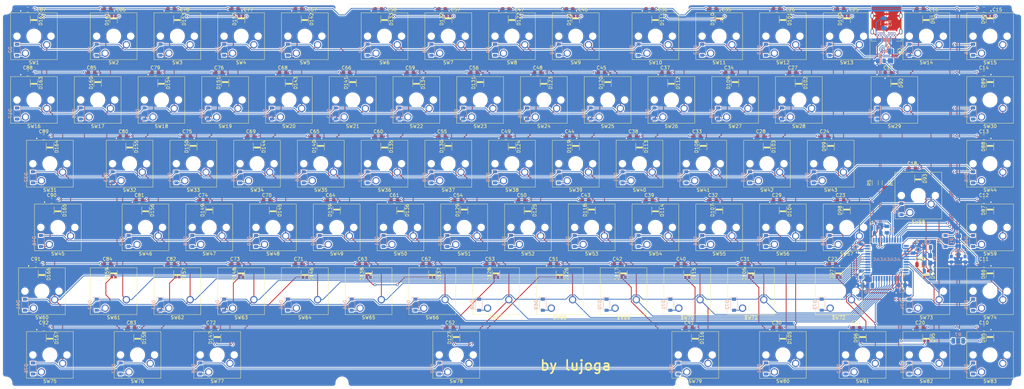
<source format=kicad_pcb>
(kicad_pcb (version 20171130) (host pcbnew 5.1.10)

  (general
    (thickness 1.6)
    (drawings 53)
    (tracks 2819)
    (zones 0)
    (modules 362)
    (nets 216)
  )

  (page A3)
  (layers
    (0 F.Cu signal)
    (31 B.Cu signal)
    (32 B.Adhes user)
    (33 F.Adhes user)
    (34 B.Paste user)
    (35 F.Paste user)
    (36 B.SilkS user)
    (37 F.SilkS user)
    (38 B.Mask user)
    (39 F.Mask user)
    (40 Dwgs.User user hide)
    (41 Cmts.User user)
    (42 Eco1.User user)
    (43 Eco2.User user)
    (44 Edge.Cuts user)
    (45 Margin user)
    (46 B.CrtYd user)
    (47 F.CrtYd user)
    (48 B.Fab user hide)
    (49 F.Fab user hide)
  )

  (setup
    (last_trace_width 0.25)
    (trace_clearance 0.2)
    (zone_clearance 0.508)
    (zone_45_only no)
    (trace_min 0.2)
    (via_size 0.8)
    (via_drill 0.4)
    (via_min_size 0.6)
    (via_min_drill 0.3)
    (uvia_size 0.3)
    (uvia_drill 0.1)
    (uvias_allowed no)
    (uvia_min_size 0.2)
    (uvia_min_drill 0.1)
    (edge_width 0.05)
    (segment_width 0.2)
    (pcb_text_width 0.3)
    (pcb_text_size 1.5 1.5)
    (mod_edge_width 0.12)
    (mod_text_size 1 1)
    (mod_text_width 0.15)
    (pad_size 2 2)
    (pad_drill 0)
    (pad_to_mask_clearance 0)
    (aux_axis_origin 0 0)
    (visible_elements FFFFF77F)
    (pcbplotparams
      (layerselection 0x010fc_ffffffff)
      (usegerberextensions false)
      (usegerberattributes false)
      (usegerberadvancedattributes false)
      (creategerberjobfile false)
      (excludeedgelayer true)
      (linewidth 0.100000)
      (plotframeref false)
      (viasonmask false)
      (mode 1)
      (useauxorigin false)
      (hpglpennumber 1)
      (hpglpenspeed 20)
      (hpglpendiameter 15.000000)
      (psnegative false)
      (psa4output false)
      (plotreference true)
      (plotvalue true)
      (plotinvisibletext false)
      (padsonsilk false)
      (subtractmaskfromsilk false)
      (outputformat 1)
      (mirror false)
      (drillshape 1)
      (scaleselection 1)
      (outputdirectory ""))
  )

  (net 0 "")
  (net 1 GND)
  (net 2 +5V)
  (net 3 "Net-(C7-Pad1)")
  (net 4 "Net-(C8-Pad2)")
  (net 5 "Net-(C9-Pad1)")
  (net 6 RST)
  (net 7 ROW0)
  (net 8 "Net-(D2-Pad2)")
  (net 9 "Net-(D3-Pad2)")
  (net 10 "Net-(D4-Pad2)")
  (net 11 "Net-(D5-Pad2)")
  (net 12 "Net-(D6-Pad2)")
  (net 13 "Net-(D7-Pad2)")
  (net 14 "Net-(D8-Pad2)")
  (net 15 "Net-(D9-Pad2)")
  (net 16 "Net-(D10-Pad2)")
  (net 17 "Net-(D11-Pad2)")
  (net 18 "Net-(D12-Pad2)")
  (net 19 "Net-(D13-Pad2)")
  (net 20 "Net-(D14-Pad2)")
  (net 21 "Net-(D15-Pad2)")
  (net 22 "Net-(D16-Pad2)")
  (net 23 ROW1)
  (net 24 "Net-(D17-Pad2)")
  (net 25 "Net-(D18-Pad2)")
  (net 26 "Net-(D19-Pad2)")
  (net 27 "Net-(D20-Pad2)")
  (net 28 "Net-(D21-Pad2)")
  (net 29 "Net-(D22-Pad2)")
  (net 30 "Net-(D23-Pad2)")
  (net 31 "Net-(D24-Pad2)")
  (net 32 "Net-(D25-Pad2)")
  (net 33 "Net-(D26-Pad2)")
  (net 34 "Net-(D27-Pad2)")
  (net 35 "Net-(D28-Pad2)")
  (net 36 "Net-(D29-Pad2)")
  (net 37 "Net-(D30-Pad2)")
  (net 38 "Net-(D31-Pad2)")
  (net 39 "Net-(D32-Pad2)")
  (net 40 ROW2)
  (net 41 "Net-(D33-Pad2)")
  (net 42 "Net-(D34-Pad2)")
  (net 43 "Net-(D35-Pad2)")
  (net 44 "Net-(D36-Pad2)")
  (net 45 "Net-(D37-Pad2)")
  (net 46 "Net-(D38-Pad2)")
  (net 47 "Net-(D39-Pad2)")
  (net 48 "Net-(D40-Pad2)")
  (net 49 "Net-(D41-Pad2)")
  (net 50 "Net-(D42-Pad2)")
  (net 51 "Net-(D43-Pad2)")
  (net 52 "Net-(D44-Pad2)")
  (net 53 "Net-(D45-Pad2)")
  (net 54 "Net-(D46-Pad2)")
  (net 55 ROW3)
  (net 56 "Net-(D47-Pad2)")
  (net 57 "Net-(D48-Pad2)")
  (net 58 "Net-(D49-Pad2)")
  (net 59 "Net-(D50-Pad2)")
  (net 60 "Net-(D51-Pad2)")
  (net 61 "Net-(D52-Pad2)")
  (net 62 "Net-(D53-Pad2)")
  (net 63 "Net-(D54-Pad2)")
  (net 64 "Net-(D55-Pad2)")
  (net 65 "Net-(D56-Pad2)")
  (net 66 "Net-(D57-Pad2)")
  (net 67 "Net-(D58-Pad2)")
  (net 68 "Net-(D59-Pad2)")
  (net 69 "Net-(D60-Pad2)")
  (net 70 ROW4)
  (net 71 "Net-(D61-Pad2)")
  (net 72 "Net-(D62-Pad2)")
  (net 73 "Net-(D63-Pad2)")
  (net 74 "Net-(D64-Pad2)")
  (net 75 "Net-(D65-Pad2)")
  (net 76 "Net-(D66-Pad2)")
  (net 77 "Net-(D67-Pad2)")
  (net 78 "Net-(D68-Pad2)")
  (net 79 "Net-(D69-Pad2)")
  (net 80 "Net-(D70-Pad2)")
  (net 81 "Net-(D71-Pad2)")
  (net 82 "Net-(D72-Pad2)")
  (net 83 "Net-(D73-Pad2)")
  (net 84 "Net-(D74-Pad2)")
  (net 85 "Net-(D75-Pad2)")
  (net 86 ROW5)
  (net 87 "Net-(D76-Pad2)")
  (net 88 "Net-(D77-Pad2)")
  (net 89 "Net-(D78-Pad2)")
  (net 90 "Net-(D79-Pad2)")
  (net 91 "Net-(D80-Pad2)")
  (net 92 "Net-(D81-Pad2)")
  (net 93 "Net-(D82-Pad2)")
  (net 94 "Net-(D83-Pad2)")
  (net 95 "Net-(D84-Pad2)")
  (net 96 "Net-(D85-Pad2)")
  (net 97 DIN)
  (net 98 "Net-(D86-Pad2)")
  (net 99 "Net-(D87-Pad2)")
  (net 100 "Net-(D88-Pad2)")
  (net 101 "Net-(D89-Pad2)")
  (net 102 "Net-(D90-Pad2)")
  (net 103 "Net-(D91-Pad2)")
  (net 104 "Net-(D92-Pad2)")
  (net 105 "Net-(D93-Pad2)")
  (net 106 "Net-(D94-Pad2)")
  (net 107 "Net-(D95-Pad2)")
  (net 108 "Net-(D96-Pad2)")
  (net 109 "Net-(D97-Pad2)")
  (net 110 "Net-(D98-Pad2)")
  (net 111 "Net-(D100-Pad4)")
  (net 112 "Net-(D100-Pad2)")
  (net 113 "Net-(D101-Pad2)")
  (net 114 "Net-(D102-Pad2)")
  (net 115 "Net-(D103-Pad2)")
  (net 116 "Net-(D104-Pad2)")
  (net 117 "Net-(D105-Pad2)")
  (net 118 "Net-(D106-Pad2)")
  (net 119 "Net-(D107-Pad2)")
  (net 120 "Net-(D108-Pad2)")
  (net 121 "Net-(D109-Pad2)")
  (net 122 "Net-(D110-Pad2)")
  (net 123 "Net-(D111-Pad2)")
  (net 124 "Net-(D112-Pad2)")
  (net 125 "Net-(D113-Pad2)")
  (net 126 "Net-(D114-Pad2)")
  (net 127 "Net-(D115-Pad2)")
  (net 128 "Net-(D116-Pad2)")
  (net 129 "Net-(D117-Pad2)")
  (net 130 "Net-(D118-Pad2)")
  (net 131 "Net-(D119-Pad2)")
  (net 132 "Net-(D120-Pad2)")
  (net 133 "Net-(D121-Pad2)")
  (net 134 "Net-(D122-Pad2)")
  (net 135 "Net-(D123-Pad2)")
  (net 136 "Net-(D124-Pad2)")
  (net 137 "Net-(D125-Pad2)")
  (net 138 "Net-(D126-Pad2)")
  (net 139 "Net-(D127-Pad2)")
  (net 140 "Net-(D128-Pad2)")
  (net 141 "Net-(D129-Pad2)")
  (net 142 "Net-(D130-Pad2)")
  (net 143 "Net-(D131-Pad2)")
  (net 144 "Net-(D132-Pad2)")
  (net 145 "Net-(D133-Pad2)")
  (net 146 "Net-(D134-Pad2)")
  (net 147 "Net-(D135-Pad2)")
  (net 148 "Net-(D136-Pad2)")
  (net 149 "Net-(D137-Pad2)")
  (net 150 "Net-(D138-Pad2)")
  (net 151 "Net-(D139-Pad2)")
  (net 152 "Net-(D140-Pad2)")
  (net 153 "Net-(D141-Pad2)")
  (net 154 "Net-(D142-Pad2)")
  (net 155 "Net-(D143-Pad2)")
  (net 156 "Net-(D144-Pad2)")
  (net 157 "Net-(D145-Pad2)")
  (net 158 "Net-(D146-Pad2)")
  (net 159 "Net-(D147-Pad2)")
  (net 160 "Net-(D148-Pad2)")
  (net 161 "Net-(D149-Pad2)")
  (net 162 "Net-(D150-Pad2)")
  (net 163 "Net-(D151-Pad2)")
  (net 164 "Net-(D152-Pad2)")
  (net 165 "Net-(D153-Pad2)")
  (net 166 "Net-(D154-Pad2)")
  (net 167 "Net-(D155-Pad2)")
  (net 168 "Net-(D156-Pad2)")
  (net 169 "Net-(D157-Pad2)")
  (net 170 "Net-(D158-Pad2)")
  (net 171 "Net-(D159-Pad2)")
  (net 172 "Net-(D160-Pad2)")
  (net 173 "Net-(D161-Pad2)")
  (net 174 "Net-(D162-Pad2)")
  (net 175 "Net-(D163-Pad2)")
  (net 176 "Net-(D164-Pad2)")
  (net 177 "Net-(D165-Pad2)")
  (net 178 "Net-(D166-Pad2)")
  (net 179 "Net-(D167-Pad2)")
  (net 180 "Net-(F1-Pad2)")
  (net 181 COL02)
  (net 182 COL00)
  (net 183 COL01)
  (net 184 D-)
  (net 185 D+)
  (net 186 "Net-(R6-Pad2)")
  (net 187 COL03)
  (net 188 COL04)
  (net 189 COL06)
  (net 190 COL07)
  (net 191 COL08)
  (net 192 COL09)
  (net 193 COL10)
  (net 194 COL11)
  (net 195 COL12)
  (net 196 COL13)
  (net 197 COL14)
  (net 198 COL15)
  (net 199 COL05)
  (net 200 "Net-(U1-Pad1)")
  (net 201 "Net-(U1-Pad42)")
  (net 202 "Net-(R7-Pad2)")
  (net 203 "Net-(J1-PadB11)")
  (net 204 "Net-(J1-PadB2)")
  (net 205 "Net-(J1-PadB5)")
  (net 206 "Net-(J1-PadB8)")
  (net 207 "Net-(J1-PadB3)")
  (net 208 "Net-(J1-PadB10)")
  (net 209 "Net-(J1-PadA2)")
  (net 210 "Net-(J1-PadA3)")
  (net 211 "Net-(J1-PadA5)")
  (net 212 "Net-(J1-PadA8)")
  (net 213 "Net-(J1-PadA10)")
  (net 214 "Net-(J1-PadA11)")
  (net 215 "Net-(U1-Pad12)")

  (net_class Default "Dies ist die voreingestellte Netzklasse."
    (clearance 0.2)
    (trace_width 0.25)
    (via_dia 0.8)
    (via_drill 0.4)
    (uvia_dia 0.3)
    (uvia_drill 0.1)
    (add_net +5V)
    (add_net COL00)
    (add_net COL01)
    (add_net COL02)
    (add_net COL03)
    (add_net COL04)
    (add_net COL05)
    (add_net COL06)
    (add_net COL07)
    (add_net COL08)
    (add_net COL09)
    (add_net COL10)
    (add_net COL11)
    (add_net COL12)
    (add_net COL13)
    (add_net COL14)
    (add_net COL15)
    (add_net D+)
    (add_net D-)
    (add_net DIN)
    (add_net GND)
    (add_net "Net-(C7-Pad1)")
    (add_net "Net-(C8-Pad2)")
    (add_net "Net-(C9-Pad1)")
    (add_net "Net-(D10-Pad2)")
    (add_net "Net-(D100-Pad2)")
    (add_net "Net-(D100-Pad4)")
    (add_net "Net-(D101-Pad2)")
    (add_net "Net-(D102-Pad2)")
    (add_net "Net-(D103-Pad2)")
    (add_net "Net-(D104-Pad2)")
    (add_net "Net-(D105-Pad2)")
    (add_net "Net-(D106-Pad2)")
    (add_net "Net-(D107-Pad2)")
    (add_net "Net-(D108-Pad2)")
    (add_net "Net-(D109-Pad2)")
    (add_net "Net-(D11-Pad2)")
    (add_net "Net-(D110-Pad2)")
    (add_net "Net-(D111-Pad2)")
    (add_net "Net-(D112-Pad2)")
    (add_net "Net-(D113-Pad2)")
    (add_net "Net-(D114-Pad2)")
    (add_net "Net-(D115-Pad2)")
    (add_net "Net-(D116-Pad2)")
    (add_net "Net-(D117-Pad2)")
    (add_net "Net-(D118-Pad2)")
    (add_net "Net-(D119-Pad2)")
    (add_net "Net-(D12-Pad2)")
    (add_net "Net-(D120-Pad2)")
    (add_net "Net-(D121-Pad2)")
    (add_net "Net-(D122-Pad2)")
    (add_net "Net-(D123-Pad2)")
    (add_net "Net-(D124-Pad2)")
    (add_net "Net-(D125-Pad2)")
    (add_net "Net-(D126-Pad2)")
    (add_net "Net-(D127-Pad2)")
    (add_net "Net-(D128-Pad2)")
    (add_net "Net-(D129-Pad2)")
    (add_net "Net-(D13-Pad2)")
    (add_net "Net-(D130-Pad2)")
    (add_net "Net-(D131-Pad2)")
    (add_net "Net-(D132-Pad2)")
    (add_net "Net-(D133-Pad2)")
    (add_net "Net-(D134-Pad2)")
    (add_net "Net-(D135-Pad2)")
    (add_net "Net-(D136-Pad2)")
    (add_net "Net-(D137-Pad2)")
    (add_net "Net-(D138-Pad2)")
    (add_net "Net-(D139-Pad2)")
    (add_net "Net-(D14-Pad2)")
    (add_net "Net-(D140-Pad2)")
    (add_net "Net-(D141-Pad2)")
    (add_net "Net-(D142-Pad2)")
    (add_net "Net-(D143-Pad2)")
    (add_net "Net-(D144-Pad2)")
    (add_net "Net-(D145-Pad2)")
    (add_net "Net-(D146-Pad2)")
    (add_net "Net-(D147-Pad2)")
    (add_net "Net-(D148-Pad2)")
    (add_net "Net-(D149-Pad2)")
    (add_net "Net-(D15-Pad2)")
    (add_net "Net-(D150-Pad2)")
    (add_net "Net-(D151-Pad2)")
    (add_net "Net-(D152-Pad2)")
    (add_net "Net-(D153-Pad2)")
    (add_net "Net-(D154-Pad2)")
    (add_net "Net-(D155-Pad2)")
    (add_net "Net-(D156-Pad2)")
    (add_net "Net-(D157-Pad2)")
    (add_net "Net-(D158-Pad2)")
    (add_net "Net-(D159-Pad2)")
    (add_net "Net-(D16-Pad2)")
    (add_net "Net-(D160-Pad2)")
    (add_net "Net-(D161-Pad2)")
    (add_net "Net-(D162-Pad2)")
    (add_net "Net-(D163-Pad2)")
    (add_net "Net-(D164-Pad2)")
    (add_net "Net-(D165-Pad2)")
    (add_net "Net-(D166-Pad2)")
    (add_net "Net-(D167-Pad2)")
    (add_net "Net-(D17-Pad2)")
    (add_net "Net-(D18-Pad2)")
    (add_net "Net-(D19-Pad2)")
    (add_net "Net-(D2-Pad2)")
    (add_net "Net-(D20-Pad2)")
    (add_net "Net-(D21-Pad2)")
    (add_net "Net-(D22-Pad2)")
    (add_net "Net-(D23-Pad2)")
    (add_net "Net-(D24-Pad2)")
    (add_net "Net-(D25-Pad2)")
    (add_net "Net-(D26-Pad2)")
    (add_net "Net-(D27-Pad2)")
    (add_net "Net-(D28-Pad2)")
    (add_net "Net-(D29-Pad2)")
    (add_net "Net-(D3-Pad2)")
    (add_net "Net-(D30-Pad2)")
    (add_net "Net-(D31-Pad2)")
    (add_net "Net-(D32-Pad2)")
    (add_net "Net-(D33-Pad2)")
    (add_net "Net-(D34-Pad2)")
    (add_net "Net-(D35-Pad2)")
    (add_net "Net-(D36-Pad2)")
    (add_net "Net-(D37-Pad2)")
    (add_net "Net-(D38-Pad2)")
    (add_net "Net-(D39-Pad2)")
    (add_net "Net-(D4-Pad2)")
    (add_net "Net-(D40-Pad2)")
    (add_net "Net-(D41-Pad2)")
    (add_net "Net-(D42-Pad2)")
    (add_net "Net-(D43-Pad2)")
    (add_net "Net-(D44-Pad2)")
    (add_net "Net-(D45-Pad2)")
    (add_net "Net-(D46-Pad2)")
    (add_net "Net-(D47-Pad2)")
    (add_net "Net-(D48-Pad2)")
    (add_net "Net-(D49-Pad2)")
    (add_net "Net-(D5-Pad2)")
    (add_net "Net-(D50-Pad2)")
    (add_net "Net-(D51-Pad2)")
    (add_net "Net-(D52-Pad2)")
    (add_net "Net-(D53-Pad2)")
    (add_net "Net-(D54-Pad2)")
    (add_net "Net-(D55-Pad2)")
    (add_net "Net-(D56-Pad2)")
    (add_net "Net-(D57-Pad2)")
    (add_net "Net-(D58-Pad2)")
    (add_net "Net-(D59-Pad2)")
    (add_net "Net-(D6-Pad2)")
    (add_net "Net-(D60-Pad2)")
    (add_net "Net-(D61-Pad2)")
    (add_net "Net-(D62-Pad2)")
    (add_net "Net-(D63-Pad2)")
    (add_net "Net-(D64-Pad2)")
    (add_net "Net-(D65-Pad2)")
    (add_net "Net-(D66-Pad2)")
    (add_net "Net-(D67-Pad2)")
    (add_net "Net-(D68-Pad2)")
    (add_net "Net-(D69-Pad2)")
    (add_net "Net-(D7-Pad2)")
    (add_net "Net-(D70-Pad2)")
    (add_net "Net-(D71-Pad2)")
    (add_net "Net-(D72-Pad2)")
    (add_net "Net-(D73-Pad2)")
    (add_net "Net-(D74-Pad2)")
    (add_net "Net-(D75-Pad2)")
    (add_net "Net-(D76-Pad2)")
    (add_net "Net-(D77-Pad2)")
    (add_net "Net-(D78-Pad2)")
    (add_net "Net-(D79-Pad2)")
    (add_net "Net-(D8-Pad2)")
    (add_net "Net-(D80-Pad2)")
    (add_net "Net-(D81-Pad2)")
    (add_net "Net-(D82-Pad2)")
    (add_net "Net-(D83-Pad2)")
    (add_net "Net-(D84-Pad2)")
    (add_net "Net-(D85-Pad2)")
    (add_net "Net-(D86-Pad2)")
    (add_net "Net-(D87-Pad2)")
    (add_net "Net-(D88-Pad2)")
    (add_net "Net-(D89-Pad2)")
    (add_net "Net-(D9-Pad2)")
    (add_net "Net-(D90-Pad2)")
    (add_net "Net-(D91-Pad2)")
    (add_net "Net-(D92-Pad2)")
    (add_net "Net-(D93-Pad2)")
    (add_net "Net-(D94-Pad2)")
    (add_net "Net-(D95-Pad2)")
    (add_net "Net-(D96-Pad2)")
    (add_net "Net-(D97-Pad2)")
    (add_net "Net-(D98-Pad2)")
    (add_net "Net-(F1-Pad2)")
    (add_net "Net-(J1-PadA10)")
    (add_net "Net-(J1-PadA11)")
    (add_net "Net-(J1-PadA2)")
    (add_net "Net-(J1-PadA3)")
    (add_net "Net-(J1-PadA5)")
    (add_net "Net-(J1-PadA8)")
    (add_net "Net-(J1-PadB10)")
    (add_net "Net-(J1-PadB11)")
    (add_net "Net-(J1-PadB2)")
    (add_net "Net-(J1-PadB3)")
    (add_net "Net-(J1-PadB5)")
    (add_net "Net-(J1-PadB8)")
    (add_net "Net-(R6-Pad2)")
    (add_net "Net-(R7-Pad2)")
    (add_net "Net-(U1-Pad1)")
    (add_net "Net-(U1-Pad12)")
    (add_net "Net-(U1-Pad42)")
    (add_net ROW0)
    (add_net ROW1)
    (add_net ROW2)
    (add_net ROW3)
    (add_net ROW4)
    (add_net ROW5)
    (add_net RST)
  )

  (module MountingHole:MountingHole_2mm (layer F.Cu) (tedit 60F2D872) (tstamp 60E8A97D)
    (at 341.8 151.3)
    (descr "Mounting Hole 2mm, no annular")
    (tags "mounting hole 2mm no annular")
    (attr virtual)
    (fp_text reference REF** (at 0 -4.2) (layer F.SilkS) hide
      (effects (font (size 1 1) (thickness 0.15)))
    )
    (fp_text value MountingHole_2mm (at 0 4.2) (layer F.Fab) hide
      (effects (font (size 1 1) (thickness 0.15)))
    )
    (fp_circle (center 0 0) (end 1.7 0) (layer F.CrtYd) (width 0.05))
    (fp_circle (center 0 0) (end 1.6 0) (layer Cmts.User) (width 0.15))
    (fp_text user %R (at 0.3 0) (layer F.Fab) hide
      (effects (font (size 1 1) (thickness 0.15)))
    )
    (pad "" smd circle (at 0 0) (size 2 2) (layers *.Paste))
  )

  (module MountingHole:MountingHole_2mm (layer F.Cu) (tedit 60F2D855) (tstamp 60E8A94A)
    (at 341.8 39.2)
    (descr "Mounting Hole 2mm, no annular")
    (tags "mounting hole 2mm no annular")
    (attr virtual)
    (fp_text reference REF** (at 0 -4.2) (layer F.SilkS) hide
      (effects (font (size 1 1) (thickness 0.15)))
    )
    (fp_text value MountingHole_2mm (at 0 4.2) (layer F.Fab) hide
      (effects (font (size 1 1) (thickness 0.15)))
    )
    (fp_circle (center 0 0) (end 1.7 0) (layer F.CrtYd) (width 0.05))
    (fp_circle (center 0 0) (end 1.6 0) (layer Cmts.User) (width 0.15))
    (fp_text user %R (at 0.3 0) (layer F.Fab) hide
      (effects (font (size 1 1) (thickness 0.15)))
    )
    (pad "" smd circle (at 0 0) (size 2 2) (layers *.Paste))
  )

  (module MountingHole:MountingHole_2mm (layer F.Cu) (tedit 60F2D83E) (tstamp 60E8A17F)
    (at 241.3 39.2)
    (descr "Mounting Hole 2mm, no annular")
    (tags "mounting hole 2mm no annular")
    (attr virtual)
    (fp_text reference REF** (at 0 -4.2) (layer F.SilkS) hide
      (effects (font (size 1 1) (thickness 0.15)))
    )
    (fp_text value MountingHole_2mm (at 0 4.2) (layer F.Fab) hide
      (effects (font (size 1 1) (thickness 0.15)))
    )
    (fp_circle (center 0 0) (end 1.7 0) (layer F.CrtYd) (width 0.05))
    (fp_circle (center 0 0) (end 1.6 0) (layer Cmts.User) (width 0.15))
    (fp_text user %R (at 0.3 0) (layer F.Fab) hide
      (effects (font (size 1 1) (thickness 0.15)))
    )
    (pad "" smd circle (at 0 0) (size 2 2) (layers *.Paste))
  )

  (module MountingHole:MountingHole_2mm (layer F.Cu) (tedit 60F2D7FF) (tstamp 60E89FD7)
    (at 139.7 39.2)
    (descr "Mounting Hole 2mm, no annular")
    (tags "mounting hole 2mm no annular")
    (attr virtual)
    (fp_text reference REF** (at 0 -4.2) (layer F.SilkS) hide
      (effects (font (size 1 1) (thickness 0.15)))
    )
    (fp_text value MountingHole_2mm (at 0 4.2) (layer F.Fab) hide
      (effects (font (size 1 1) (thickness 0.15)))
    )
    (fp_circle (center 0 0) (end 1.7 0) (layer F.CrtYd) (width 0.05))
    (fp_circle (center 0 0) (end 1.6 0) (layer Cmts.User) (width 0.15))
    (fp_text user %R (at 0.3 0) (layer F.Fab) hide
      (effects (font (size 1 1) (thickness 0.15)))
    )
    (pad "" smd circle (at 0 0) (size 2 2) (layers *.Paste))
  )

  (module MountingHole:MountingHole_2mm (layer F.Cu) (tedit 60F2D7D3) (tstamp 60E8A8F8)
    (at 39.2 39.2)
    (descr "Mounting Hole 2mm, no annular")
    (tags "mounting hole 2mm no annular")
    (attr virtual)
    (fp_text reference REF** (at 0 -4.2) (layer F.SilkS) hide
      (effects (font (size 1 1) (thickness 0.15)))
    )
    (fp_text value MountingHole_2mm (at 0 4.2) (layer F.Fab) hide
      (effects (font (size 1 1) (thickness 0.15)))
    )
    (fp_circle (center 0 0) (end 1.7 0) (layer F.CrtYd) (width 0.05))
    (fp_circle (center 0 0) (end 1.6 0) (layer Cmts.User) (width 0.15))
    (fp_text user %R (at 0.3 0) (layer F.Fab) hide
      (effects (font (size 1 1) (thickness 0.15)))
    )
    (pad "" smd circle (at 0 0) (size 2 2) (layers *.Paste))
  )

  (module MountingHole:MountingHole_2mm (layer F.Cu) (tedit 60F2D763) (tstamp 60E8A92F)
    (at 39.2 151.3)
    (descr "Mounting Hole 2mm, no annular")
    (tags "mounting hole 2mm no annular")
    (attr virtual)
    (fp_text reference REF** (at 0 -4.2) (layer F.SilkS) hide
      (effects (font (size 1 1) (thickness 0.15)))
    )
    (fp_text value MountingHole_2mm (at 0 4.2) (layer F.Fab) hide
      (effects (font (size 1 1) (thickness 0.15)))
    )
    (fp_circle (center 0 0) (end 1.7 0) (layer F.CrtYd) (width 0.05))
    (fp_circle (center 0 0) (end 1.6 0) (layer Cmts.User) (width 0.15))
    (fp_text user %R (at 0.3 0) (layer F.Fab) hide
      (effects (font (size 1 1) (thickness 0.15)))
    )
    (pad "" smd circle (at 0 0) (size 2 2) (layers *.Paste))
  )

  (module MountingHole:MountingHole_2mm (layer F.Cu) (tedit 60F2D70C) (tstamp 60E8A18C)
    (at 139.7 151.3)
    (descr "Mounting Hole 2mm, no annular")
    (tags "mounting hole 2mm no annular")
    (attr virtual)
    (fp_text reference REF** (at 0 -4.2) (layer F.SilkS) hide
      (effects (font (size 1 1) (thickness 0.15)))
    )
    (fp_text value MountingHole_2mm (at 0 4.2) (layer F.Fab) hide
      (effects (font (size 1 1) (thickness 0.15)))
    )
    (fp_circle (center 0 0) (end 1.7 0) (layer F.CrtYd) (width 0.05))
    (fp_circle (center 0 0) (end 1.6 0) (layer Cmts.User) (width 0.15))
    (fp_text user %R (at 0.3 0) (layer F.Fab) hide
      (effects (font (size 1 1) (thickness 0.15)))
    )
    (pad "" smd circle (at 0 0) (size 2 2) (layers *.Paste))
  )

  (module MountingHole:MountingHole_2mm (layer F.Cu) (tedit 60F2D69F) (tstamp 60E8A1A1)
    (at 241.3 151.3)
    (descr "Mounting Hole 2mm, no annular")
    (tags "mounting hole 2mm no annular")
    (attr virtual)
    (fp_text reference REF** (at 0 -4.2) (layer F.SilkS) hide
      (effects (font (size 1 1) (thickness 0.15)))
    )
    (fp_text value MountingHole_2mm (at 0 4.2) (layer F.Fab) hide
      (effects (font (size 1 1) (thickness 0.15)))
    )
    (fp_circle (center 0 0) (end 1.7 0) (layer F.CrtYd) (width 0.05))
    (fp_circle (center 0 0) (end 1.6 0) (layer Cmts.User) (width 0.15))
    (fp_text user %R (at 0.3 0) (layer F.Fab) hide
      (effects (font (size 1 1) (thickness 0.15)))
    )
    (pad "" smd circle (at 0 0) (size 2 2) (layers *.Paste))
  )

  (module Button_Switch_Keyboard:SW_Cherry_MX_ISOEnter_PCB (layer F.Cu) (tedit 60E88C41) (tstamp 5F160517)
    (at 309.40375 100.33 180)
    (descr "Cherry MX keyswitch, ISO Enter, PCB mount, http://cherryamericas.com/wp-content/uploads/2014/12/mx_cat.pdf")
    (tags "Cherry MX keyswitch ISO enter PCB")
    (path /5F51BE8C/5F51CE2C)
    (fp_text reference SW58 (at -2.54 -2.794 180) (layer F.SilkS)
      (effects (font (size 1 1) (thickness 0.15)))
    )
    (fp_text value MX1A-G1NA (at -2.286 13.208 180) (layer F.Fab)
      (effects (font (size 1 1) (thickness 0.15)))
    )
    (fp_line (start -8.89 -1.27) (end 3.81 -1.27) (layer F.Fab) (width 0.1))
    (fp_line (start 3.81 -1.27) (end 3.81 11.43) (layer F.Fab) (width 0.1))
    (fp_line (start 3.81 11.43) (end -8.89 11.43) (layer F.Fab) (width 0.1))
    (fp_line (start -8.89 11.43) (end -8.89 -1.27) (layer F.Fab) (width 0.1))
    (fp_line (start -9.14 11.68) (end -9.14 -1.52) (layer F.CrtYd) (width 0.05))
    (fp_line (start 4.06 11.68) (end -9.14 11.68) (layer F.CrtYd) (width 0.05))
    (fp_line (start 4.06 -1.52) (end 4.06 11.68) (layer F.CrtYd) (width 0.05))
    (fp_line (start -9.14 -1.52) (end 4.06 -1.52) (layer F.CrtYd) (width 0.05))
    (fp_line (start 9.36625 -13.97) (end 9.36625 5.08) (layer Dwgs.User) (width 0.15))
    (fp_line (start 14.12875 24.13) (end -14.44625 24.13) (layer Dwgs.User) (width 0.15))
    (fp_line (start -14.44625 24.13) (end -14.44625 -13.97) (layer Dwgs.User) (width 0.15))
    (fp_line (start -14.44625 -13.97) (end 9.36625 -13.97) (layer Dwgs.User) (width 0.15))
    (fp_line (start 14.12875 5.08) (end 14.12875 24.13) (layer Dwgs.User) (width 0.15))
    (fp_line (start 9.36625 5.08) (end 14.12875 5.08) (layer Dwgs.User) (width 0.15))
    (fp_line (start -9.525 -1.905) (end 4.445 -1.905) (layer F.SilkS) (width 0.12))
    (fp_line (start 4.445 -1.905) (end 4.445 12.065) (layer F.SilkS) (width 0.12))
    (fp_line (start 4.445 12.065) (end -9.525 12.065) (layer F.SilkS) (width 0.12))
    (fp_line (start -9.525 12.065) (end -9.525 -1.905) (layer F.SilkS) (width 0.12))
    (fp_text user %R (at -2.54 -2.794 180) (layer F.Fab)
      (effects (font (size 1 1) (thickness 0.15)))
    )
    (pad 1 thru_hole circle (at 0 0 180) (size 2.2 2.2) (drill 1.5) (layers *.Cu *.Mask)
      (net 68 "Net-(D59-Pad2)"))
    (pad 2 thru_hole circle (at -6.35 2.54 180) (size 2.2 2.2) (drill 1.5) (layers *.Cu *.Mask)
      (net 197 COL14))
    (pad "" np_thru_hole circle (at -2.54 5.08 180) (size 4 4) (drill 4) (layers *.Cu *.Mask))
    (pad "" np_thru_hole circle (at -7.62 5.08 180) (size 1.7 1.7) (drill 1.7) (layers *.Cu *.Mask))
    (pad "" np_thru_hole circle (at 2.54 5.08 180) (size 1.7 1.7) (drill 1.7) (layers *.Cu *.Mask))
    (model ${KISYS3DMOD}/Button_Switch_Keyboard.3dshapes/SW_Cherry_MX_ISOEnter_PCB.wrl
      (at (xyz 0 0 0))
      (scale (xyz 1 1 1))
      (rotate (xyz 0 0 0))
    )
  )

  (module Button_Switch_Keyboard:SW_Cherry_MX_2.00u_PCB (layer F.Cu) (tedit 60E88B61) (tstamp 5F16021F)
    (at 302.26 71.755 180)
    (descr "Cherry MX keyswitch, 2.00u, PCB mount, http://cherryamericas.com/wp-content/uploads/2014/12/mx_cat.pdf")
    (tags "Cherry MX keyswitch 2.00u PCB")
    (path /5F51BE8C/5F51CE0E)
    (fp_text reference SW29 (at -2.54 -2.794 180) (layer F.SilkS)
      (effects (font (size 1 1) (thickness 0.15)))
    )
    (fp_text value MX1A-G1NA (at -2.54 12.954 180) (layer F.Fab)
      (effects (font (size 1 1) (thickness 0.15)))
    )
    (fp_line (start -8.89 -1.27) (end 3.81 -1.27) (layer F.Fab) (width 0.1))
    (fp_line (start 3.81 -1.27) (end 3.81 11.43) (layer F.Fab) (width 0.1))
    (fp_line (start 3.81 11.43) (end -8.89 11.43) (layer F.Fab) (width 0.1))
    (fp_line (start -8.89 11.43) (end -8.89 -1.27) (layer F.Fab) (width 0.1))
    (fp_line (start -9.14 11.68) (end -9.14 -1.52) (layer F.CrtYd) (width 0.05))
    (fp_line (start 4.06 11.68) (end -9.14 11.68) (layer F.CrtYd) (width 0.05))
    (fp_line (start 4.06 -1.52) (end 4.06 11.68) (layer F.CrtYd) (width 0.05))
    (fp_line (start -9.14 -1.52) (end 4.06 -1.52) (layer F.CrtYd) (width 0.05))
    (fp_line (start -21.59 -4.445) (end 16.51 -4.445) (layer Dwgs.User) (width 0.15))
    (fp_line (start 16.51 -4.445) (end 16.51 14.605) (layer Dwgs.User) (width 0.15))
    (fp_line (start 16.51 14.605) (end -21.59 14.605) (layer Dwgs.User) (width 0.15))
    (fp_line (start -21.59 14.605) (end -21.59 -4.445) (layer Dwgs.User) (width 0.15))
    (fp_line (start -9.525 -1.905) (end 4.445 -1.905) (layer F.SilkS) (width 0.12))
    (fp_line (start 4.445 -1.905) (end 4.445 12.065) (layer F.SilkS) (width 0.12))
    (fp_line (start 4.445 12.065) (end -9.525 12.065) (layer F.SilkS) (width 0.12))
    (fp_line (start -9.525 12.065) (end -9.525 -1.905) (layer F.SilkS) (width 0.12))
    (fp_text user %R (at -2.54 -2.794 180) (layer F.Fab)
      (effects (font (size 1 1) (thickness 0.15)))
    )
    (pad 1 thru_hole circle (at 0 0 180) (size 2.2 2.2) (drill 1.5) (layers *.Cu *.Mask)
      (net 37 "Net-(D30-Pad2)"))
    (pad 2 thru_hole circle (at -6.35 2.54 180) (size 2.2 2.2) (drill 1.5) (layers *.Cu *.Mask)
      (net 197 COL14))
    (pad "" np_thru_hole circle (at -2.54 5.08 180) (size 4 4) (drill 4) (layers *.Cu *.Mask))
    (pad "" np_thru_hole circle (at -7.62 5.08 180) (size 1.7 1.7) (drill 1.7) (layers *.Cu *.Mask))
    (pad "" np_thru_hole circle (at 2.54 5.08 180) (size 1.7 1.7) (drill 1.7) (layers *.Cu *.Mask))
    (model ${KISYS3DMOD}/Button_Switch_Keyboard.3dshapes/SW_Cherry_MX_2.00u_PCB.wrl
      (at (xyz 0 0 0))
      (scale (xyz 1 1 1))
      (rotate (xyz 0 0 0))
    )
  )

  (module Button_Switch_Keyboard:SW_Cherry_MX_6.25u_PCB (layer F.Cu) (tedit 60E88B4A) (tstamp 5F160723)
    (at 171.29125 147.955 180)
    (descr "Cherry MX keyswitch, 6.25u, PCB mount, http://cherryamericas.com/wp-content/uploads/2014/12/mx_cat.pdf")
    (tags "Cherry MX keyswitch 6.25u PCB")
    (path /5F51BE8C/5F84AEA9)
    (fp_text reference SW78 (at -2.54 -2.794 180) (layer F.SilkS)
      (effects (font (size 1 1) (thickness 0.15)))
    )
    (fp_text value MX1A-G1NA (at -2.54 12.954 180) (layer F.Fab)
      (effects (font (size 1 1) (thickness 0.15)))
    )
    (fp_line (start -8.89 -1.27) (end 3.81 -1.27) (layer F.Fab) (width 0.1))
    (fp_line (start 3.81 -1.27) (end 3.81 11.43) (layer F.Fab) (width 0.1))
    (fp_line (start 3.81 11.43) (end -8.89 11.43) (layer F.Fab) (width 0.1))
    (fp_line (start -8.89 11.43) (end -8.89 -1.27) (layer F.Fab) (width 0.1))
    (fp_line (start -9.14 11.68) (end -9.14 -1.52) (layer F.CrtYd) (width 0.05))
    (fp_line (start 4.06 11.68) (end -9.14 11.68) (layer F.CrtYd) (width 0.05))
    (fp_line (start 4.06 -1.52) (end 4.06 11.68) (layer F.CrtYd) (width 0.05))
    (fp_line (start -9.14 -1.52) (end 4.06 -1.52) (layer F.CrtYd) (width 0.05))
    (fp_line (start -62.07125 -4.445) (end 56.99125 -4.445) (layer Dwgs.User) (width 0.15))
    (fp_line (start 56.99125 -4.445) (end 56.99125 14.605) (layer Dwgs.User) (width 0.15))
    (fp_line (start 56.99125 14.605) (end -62.07125 14.605) (layer Dwgs.User) (width 0.15))
    (fp_line (start -62.07125 14.605) (end -62.07125 -4.445) (layer Dwgs.User) (width 0.15))
    (fp_line (start -9.525 -1.905) (end 4.445 -1.905) (layer F.SilkS) (width 0.12))
    (fp_line (start 4.445 -1.905) (end 4.445 12.065) (layer F.SilkS) (width 0.12))
    (fp_line (start 4.445 12.065) (end -9.525 12.065) (layer F.SilkS) (width 0.12))
    (fp_line (start -9.525 12.065) (end -9.525 -1.905) (layer F.SilkS) (width 0.12))
    (fp_text user %R (at -2.54 -2.794 180) (layer F.Fab)
      (effects (font (size 1 1) (thickness 0.15)))
    )
    (pad 1 thru_hole circle (at 0 0 180) (size 2.2 2.2) (drill 1.5) (layers *.Cu *.Mask)
      (net 90 "Net-(D79-Pad2)"))
    (pad 2 thru_hole circle (at -6.35 2.54 180) (size 2.2 2.2) (drill 1.5) (layers *.Cu *.Mask)
      (net 190 COL07))
    (pad "" np_thru_hole circle (at -2.54 5.08 180) (size 4 4) (drill 4) (layers *.Cu *.Mask))
    (pad "" np_thru_hole circle (at -7.62 5.08 180) (size 1.7 1.7) (drill 1.7) (layers *.Cu *.Mask))
    (pad "" np_thru_hole circle (at 2.54 5.08 180) (size 1.7 1.7) (drill 1.7) (layers *.Cu *.Mask))
    (model ${KISYS3DMOD}/Button_Switch_Keyboard.3dshapes/SW_Cherry_MX_6.25u_PCB.wrl
      (at (xyz 0 0 0))
      (scale (xyz 1 1 1))
      (rotate (xyz 0 0 0))
    )
  )

  (module Crystal:Crystal_SMD_3225-4Pin_3.2x2.5mm (layer B.Cu) (tedit 5A0FD1B2) (tstamp 60EED0B1)
    (at 314.6425 114.3 90)
    (descr "SMD Crystal SERIES SMD3225/4 http://www.txccrystal.com/images/pdf/7m-accuracy.pdf, 3.2x2.5mm^2 package")
    (tags "SMD SMT crystal")
    (path /5F294622)
    (attr smd)
    (fp_text reference Y1 (at 0 2.45 90) (layer B.SilkS)
      (effects (font (size 1 1) (thickness 0.15)) (justify mirror))
    )
    (fp_text value 16MHz (at 0 -2.45 90) (layer B.Fab)
      (effects (font (size 1 1) (thickness 0.15)) (justify mirror))
    )
    (fp_line (start 2.1 1.7) (end -2.1 1.7) (layer B.CrtYd) (width 0.05))
    (fp_line (start 2.1 -1.7) (end 2.1 1.7) (layer B.CrtYd) (width 0.05))
    (fp_line (start -2.1 -1.7) (end 2.1 -1.7) (layer B.CrtYd) (width 0.05))
    (fp_line (start -2.1 1.7) (end -2.1 -1.7) (layer B.CrtYd) (width 0.05))
    (fp_line (start -2 -1.65) (end 2 -1.65) (layer B.SilkS) (width 0.12))
    (fp_line (start -2 1.65) (end -2 -1.65) (layer B.SilkS) (width 0.12))
    (fp_line (start -1.6 -0.25) (end -0.6 -1.25) (layer B.Fab) (width 0.1))
    (fp_line (start 1.6 1.25) (end -1.6 1.25) (layer B.Fab) (width 0.1))
    (fp_line (start 1.6 -1.25) (end 1.6 1.25) (layer B.Fab) (width 0.1))
    (fp_line (start -1.6 -1.25) (end 1.6 -1.25) (layer B.Fab) (width 0.1))
    (fp_line (start -1.6 1.25) (end -1.6 -1.25) (layer B.Fab) (width 0.1))
    (fp_text user %R (at 0 0 90) (layer B.Fab)
      (effects (font (size 0.7 0.7) (thickness 0.105)) (justify mirror))
    )
    (pad 1 smd rect (at -1.1 -0.85 90) (size 1.4 1.2) (layers B.Cu B.Paste B.Mask)
      (net 3 "Net-(C7-Pad1)"))
    (pad 2 smd rect (at 1.1 -0.85 90) (size 1.4 1.2) (layers B.Cu B.Paste B.Mask)
      (net 1 GND))
    (pad 3 smd rect (at 1.1 0.85 90) (size 1.4 1.2) (layers B.Cu B.Paste B.Mask)
      (net 4 "Net-(C8-Pad2)"))
    (pad 4 smd rect (at -1.1 0.85 90) (size 1.4 1.2) (layers B.Cu B.Paste B.Mask)
      (net 1 GND))
    (model ${KISYS3DMOD}/Crystal.3dshapes/Crystal_SMD_3225-4Pin_3.2x2.5mm.wrl
      (at (xyz 0 0 0))
      (scale (xyz 1 1 1))
      (rotate (xyz 0 0 0))
    )
  )

  (module Button_Switch_SMD:SW_Push_1P1T-SH_NO_CK_KMR2xxG (layer B.Cu) (tedit 60F04E96) (tstamp 60EE10F7)
    (at 323.85 114.3 180)
    (descr "CK components KMR2 tactile switch with ground pin http://www.ckswitches.com/media/1479/kmr2.pdf")
    (tags "tactile switch kmr2")
    (path /60FEE33A)
    (attr smd)
    (fp_text reference SW84 (at 0 2.45) (layer B.SilkS)
      (effects (font (size 1 1) (thickness 0.15)) (justify mirror))
    )
    (fp_text value SW_Push (at 0 -2.55) (layer B.Fab)
      (effects (font (size 1 1) (thickness 0.15)) (justify mirror))
    )
    (fp_line (start -1.15 1.55) (end -2.2 1.55) (layer B.SilkS) (width 0.12))
    (fp_line (start -2.1 1.4) (end 2.1 1.4) (layer B.Fab) (width 0.1))
    (fp_line (start 2.1 1.4) (end 2.1 -1.4) (layer B.Fab) (width 0.1))
    (fp_line (start 2.1 -1.4) (end -2.1 -1.4) (layer B.Fab) (width 0.1))
    (fp_line (start -2.1 -1.4) (end -2.1 1.4) (layer B.Fab) (width 0.1))
    (fp_line (start 2.2 -0.05) (end 2.2 0.05) (layer B.SilkS) (width 0.12))
    (fp_line (start -2.8 1.8) (end 2.8 1.8) (layer B.CrtYd) (width 0.05))
    (fp_line (start 2.8 1.8) (end 2.8 -1.8) (layer B.CrtYd) (width 0.05))
    (fp_line (start 2.8 -1.8) (end -2.8 -1.8) (layer B.CrtYd) (width 0.05))
    (fp_line (start -2.8 -1.8) (end -2.8 1.8) (layer B.CrtYd) (width 0.05))
    (fp_circle (center 0 0) (end 0 -0.8) (layer B.Fab) (width 0.1))
    (fp_line (start -2.2 -1.55) (end 2.2 -1.55) (layer B.SilkS) (width 0.12))
    (fp_line (start 2.2 1.55) (end 1.15 1.55) (layer B.SilkS) (width 0.12))
    (fp_line (start -2.2 -0.05) (end -2.2 0.05) (layer B.SilkS) (width 0.12))
    (fp_text user %R (at 0 2.45) (layer B.Fab)
      (effects (font (size 1 1) (thickness 0.15)) (justify mirror))
    )
    (pad 2 smd rect (at 2.05 -0.8 180) (size 0.9 1) (layers B.Cu B.Paste B.Mask)
      (net 1 GND))
    (pad 1 smd rect (at 2.05 0.8 180) (size 0.9 1) (layers B.Cu B.Paste B.Mask)
      (net 6 RST))
    (pad 2 smd rect (at -2.05 -0.8 180) (size 0.9 1) (layers B.Cu B.Paste B.Mask)
      (net 1 GND))
    (pad 1 smd rect (at -2.05 0.8 180) (size 0.9 1) (layers B.Cu B.Paste B.Mask)
      (net 6 RST))
    (pad SH smd rect (at 0 1.425 180) (size 1.7 0.55) (layers B.Cu B.Paste B.Mask)
      (net 1 GND))
    (model ${KISYS3DMOD}/Button_Switch_SMD.3dshapes/SW_Push_1P1T-SH_NO_CK_KMR2xxG.wrl
      (at (xyz 0 0 0))
      (scale (xyz 1 1 1))
      (rotate (xyz 0 0 0))
    )
  )

  (module Resistor_SMD:R_1206_3216Metric (layer B.Cu) (tedit 5F68FEEE) (tstamp 5F26397F)
    (at 323.85 138.684 180)
    (descr "Resistor SMD 1206 (3216 Metric), square (rectangular) end terminal, IPC_7351 nominal, (Body size source: IPC-SM-782 page 72, https://www.pcb-3d.com/wordpress/wp-content/uploads/ipc-sm-782a_amendment_1_and_2.pdf), generated with kicad-footprint-generator")
    (tags resistor)
    (path /5F259898)
    (attr smd)
    (fp_text reference R7 (at 0 1.82) (layer B.SilkS)
      (effects (font (size 1 1) (thickness 0.15)) (justify mirror))
    )
    (fp_text value 470 (at 0 -1.82) (layer B.Fab)
      (effects (font (size 1 1) (thickness 0.15)) (justify mirror))
    )
    (fp_line (start -1.6 -0.8) (end -1.6 0.8) (layer B.Fab) (width 0.1))
    (fp_line (start -1.6 0.8) (end 1.6 0.8) (layer B.Fab) (width 0.1))
    (fp_line (start 1.6 0.8) (end 1.6 -0.8) (layer B.Fab) (width 0.1))
    (fp_line (start 1.6 -0.8) (end -1.6 -0.8) (layer B.Fab) (width 0.1))
    (fp_line (start -0.727064 0.91) (end 0.727064 0.91) (layer B.SilkS) (width 0.12))
    (fp_line (start -0.727064 -0.91) (end 0.727064 -0.91) (layer B.SilkS) (width 0.12))
    (fp_line (start -2.28 -1.12) (end -2.28 1.12) (layer B.CrtYd) (width 0.05))
    (fp_line (start -2.28 1.12) (end 2.28 1.12) (layer B.CrtYd) (width 0.05))
    (fp_line (start 2.28 1.12) (end 2.28 -1.12) (layer B.CrtYd) (width 0.05))
    (fp_line (start 2.28 -1.12) (end -2.28 -1.12) (layer B.CrtYd) (width 0.05))
    (fp_text user %R (at 0 0) (layer B.Fab)
      (effects (font (size 0.8 0.8) (thickness 0.12)) (justify mirror))
    )
    (pad 2 smd roundrect (at 1.4625 0 180) (size 1.125 1.75) (layers B.Cu B.Paste B.Mask) (roundrect_rratio 0.222222)
      (net 202 "Net-(R7-Pad2)"))
    (pad 1 smd roundrect (at -1.4625 0 180) (size 1.125 1.75) (layers B.Cu B.Paste B.Mask) (roundrect_rratio 0.222222)
      (net 97 DIN))
    (model ${KISYS3DMOD}/Resistor_SMD.3dshapes/R_1206_3216Metric.wrl
      (at (xyz 0 0 0))
      (scale (xyz 1 1 1))
      (rotate (xyz 0 0 0))
    )
  )

  (module Resistor_SMD:R_1206_3216Metric (layer B.Cu) (tedit 5F68FEEE) (tstamp 60EDADF2)
    (at 296.7355 122.174)
    (descr "Resistor SMD 1206 (3216 Metric), square (rectangular) end terminal, IPC_7351 nominal, (Body size source: IPC-SM-782 page 72, https://www.pcb-3d.com/wordpress/wp-content/uploads/ipc-sm-782a_amendment_1_and_2.pdf), generated with kicad-footprint-generator")
    (tags resistor)
    (path /5F0D539D)
    (attr smd)
    (fp_text reference R6 (at 0 1.82) (layer B.SilkS)
      (effects (font (size 1 1) (thickness 0.15)) (justify mirror))
    )
    (fp_text value 10k (at 0 -1.82) (layer B.Fab)
      (effects (font (size 1 1) (thickness 0.15)) (justify mirror))
    )
    (fp_line (start -1.6 -0.8) (end -1.6 0.8) (layer B.Fab) (width 0.1))
    (fp_line (start -1.6 0.8) (end 1.6 0.8) (layer B.Fab) (width 0.1))
    (fp_line (start 1.6 0.8) (end 1.6 -0.8) (layer B.Fab) (width 0.1))
    (fp_line (start 1.6 -0.8) (end -1.6 -0.8) (layer B.Fab) (width 0.1))
    (fp_line (start -0.727064 0.91) (end 0.727064 0.91) (layer B.SilkS) (width 0.12))
    (fp_line (start -0.727064 -0.91) (end 0.727064 -0.91) (layer B.SilkS) (width 0.12))
    (fp_line (start -2.28 -1.12) (end -2.28 1.12) (layer B.CrtYd) (width 0.05))
    (fp_line (start -2.28 1.12) (end 2.28 1.12) (layer B.CrtYd) (width 0.05))
    (fp_line (start 2.28 1.12) (end 2.28 -1.12) (layer B.CrtYd) (width 0.05))
    (fp_line (start 2.28 -1.12) (end -2.28 -1.12) (layer B.CrtYd) (width 0.05))
    (fp_text user %R (at 0 0) (layer B.Fab)
      (effects (font (size 0.8 0.8) (thickness 0.12)) (justify mirror))
    )
    (pad 2 smd roundrect (at 1.4625 0) (size 1.125 1.75) (layers B.Cu B.Paste B.Mask) (roundrect_rratio 0.222222)
      (net 186 "Net-(R6-Pad2)"))
    (pad 1 smd roundrect (at -1.4625 0) (size 1.125 1.75) (layers B.Cu B.Paste B.Mask) (roundrect_rratio 0.222222)
      (net 1 GND))
    (model ${KISYS3DMOD}/Resistor_SMD.3dshapes/R_1206_3216Metric.wrl
      (at (xyz 0 0 0))
      (scale (xyz 1 1 1))
      (rotate (xyz 0 0 0))
    )
  )

  (module Resistor_SMD:R_1206_3216Metric (layer F.Cu) (tedit 5F68FEEE) (tstamp 60F1EA6B)
    (at 299.0775 91.44 90)
    (descr "Resistor SMD 1206 (3216 Metric), square (rectangular) end terminal, IPC_7351 nominal, (Body size source: IPC-SM-782 page 72, https://www.pcb-3d.com/wordpress/wp-content/uploads/ipc-sm-782a_amendment_1_and_2.pdf), generated with kicad-footprint-generator")
    (tags resistor)
    (path /5F0B5901)
    (attr smd)
    (fp_text reference R5 (at 0 -1.82 90) (layer F.SilkS)
      (effects (font (size 1 1) (thickness 0.15)))
    )
    (fp_text value 22 (at 0 2 90) (layer F.Fab)
      (effects (font (size 1 1) (thickness 0.15)))
    )
    (fp_line (start -1.6 0.8) (end -1.6 -0.8) (layer F.Fab) (width 0.1))
    (fp_line (start -1.6 -0.8) (end 1.6 -0.8) (layer F.Fab) (width 0.1))
    (fp_line (start 1.6 -0.8) (end 1.6 0.8) (layer F.Fab) (width 0.1))
    (fp_line (start 1.6 0.8) (end -1.6 0.8) (layer F.Fab) (width 0.1))
    (fp_line (start -0.727064 -0.91) (end 0.727064 -0.91) (layer F.SilkS) (width 0.12))
    (fp_line (start -0.727064 0.91) (end 0.727064 0.91) (layer F.SilkS) (width 0.12))
    (fp_line (start -2.28 1.12) (end -2.28 -1.12) (layer F.CrtYd) (width 0.05))
    (fp_line (start -2.28 -1.12) (end 2.28 -1.12) (layer F.CrtYd) (width 0.05))
    (fp_line (start 2.28 -1.12) (end 2.28 1.12) (layer F.CrtYd) (width 0.05))
    (fp_line (start 2.28 1.12) (end -2.28 1.12) (layer F.CrtYd) (width 0.05))
    (fp_text user %R (at 0 0 90) (layer F.Fab)
      (effects (font (size 0.8 0.8) (thickness 0.12)))
    )
    (pad 2 smd roundrect (at 1.4625 0 90) (size 1.125 1.75) (layers F.Cu F.Paste F.Mask) (roundrect_rratio 0.222222)
      (net 184 D-))
    (pad 1 smd roundrect (at -1.4625 0 90) (size 1.125 1.75) (layers F.Cu F.Paste F.Mask) (roundrect_rratio 0.222222)
      (net 184 D-))
    (model ${KISYS3DMOD}/Resistor_SMD.3dshapes/R_1206_3216Metric.wrl
      (at (xyz 0 0 0))
      (scale (xyz 1 1 1))
      (rotate (xyz 0 0 0))
    )
  )

  (module Resistor_SMD:R_1206_3216Metric (layer F.Cu) (tedit 5F68FEEE) (tstamp 60F1EB93)
    (at 302.0775 91.44 270)
    (descr "Resistor SMD 1206 (3216 Metric), square (rectangular) end terminal, IPC_7351 nominal, (Body size source: IPC-SM-782 page 72, https://www.pcb-3d.com/wordpress/wp-content/uploads/ipc-sm-782a_amendment_1_and_2.pdf), generated with kicad-footprint-generator")
    (tags resistor)
    (path /5F0AD349)
    (attr smd)
    (fp_text reference R4 (at 0 -1.82 90) (layer F.SilkS)
      (effects (font (size 1 1) (thickness 0.15)))
    )
    (fp_text value 22 (at 0 1.82 90) (layer F.Fab)
      (effects (font (size 1 1) (thickness 0.15)))
    )
    (fp_line (start -1.6 0.8) (end -1.6 -0.8) (layer F.Fab) (width 0.1))
    (fp_line (start -1.6 -0.8) (end 1.6 -0.8) (layer F.Fab) (width 0.1))
    (fp_line (start 1.6 -0.8) (end 1.6 0.8) (layer F.Fab) (width 0.1))
    (fp_line (start 1.6 0.8) (end -1.6 0.8) (layer F.Fab) (width 0.1))
    (fp_line (start -0.727064 -0.91) (end 0.727064 -0.91) (layer F.SilkS) (width 0.12))
    (fp_line (start -0.727064 0.91) (end 0.727064 0.91) (layer F.SilkS) (width 0.12))
    (fp_line (start -2.28 1.12) (end -2.28 -1.12) (layer F.CrtYd) (width 0.05))
    (fp_line (start -2.28 -1.12) (end 2.28 -1.12) (layer F.CrtYd) (width 0.05))
    (fp_line (start 2.28 -1.12) (end 2.28 1.12) (layer F.CrtYd) (width 0.05))
    (fp_line (start 2.28 1.12) (end -2.28 1.12) (layer F.CrtYd) (width 0.05))
    (fp_text user %R (at 0 0 90) (layer F.Fab)
      (effects (font (size 0.8 0.8) (thickness 0.12)))
    )
    (pad 2 smd roundrect (at 1.4625 0 270) (size 1.125 1.75) (layers F.Cu F.Paste F.Mask) (roundrect_rratio 0.222222)
      (net 185 D+))
    (pad 1 smd roundrect (at -1.4625 0 270) (size 1.125 1.75) (layers F.Cu F.Paste F.Mask) (roundrect_rratio 0.222222)
      (net 185 D+))
    (model ${KISYS3DMOD}/Resistor_SMD.3dshapes/R_1206_3216Metric.wrl
      (at (xyz 0 0 0))
      (scale (xyz 1 1 1))
      (rotate (xyz 0 0 0))
    )
  )

  (module Resistor_SMD:R_1206_3216Metric (layer B.Cu) (tedit 5F68FEEE) (tstamp 5F164238)
    (at 301.625 43.7245 90)
    (descr "Resistor SMD 1206 (3216 Metric), square (rectangular) end terminal, IPC_7351 nominal, (Body size source: IPC-SM-782 page 72, https://www.pcb-3d.com/wordpress/wp-content/uploads/ipc-sm-782a_amendment_1_and_2.pdf), generated with kicad-footprint-generator")
    (tags resistor)
    (path /5F030D08)
    (attr smd)
    (fp_text reference R3 (at 0 1.82 90) (layer B.SilkS)
      (effects (font (size 1 1) (thickness 0.15)) (justify mirror))
    )
    (fp_text value 5.1k (at 0 -1.82 90) (layer B.Fab)
      (effects (font (size 1 1) (thickness 0.15)) (justify mirror))
    )
    (fp_line (start -1.6 -0.8) (end -1.6 0.8) (layer B.Fab) (width 0.1))
    (fp_line (start -1.6 0.8) (end 1.6 0.8) (layer B.Fab) (width 0.1))
    (fp_line (start 1.6 0.8) (end 1.6 -0.8) (layer B.Fab) (width 0.1))
    (fp_line (start 1.6 -0.8) (end -1.6 -0.8) (layer B.Fab) (width 0.1))
    (fp_line (start -0.727064 0.91) (end 0.727064 0.91) (layer B.SilkS) (width 0.12))
    (fp_line (start -0.727064 -0.91) (end 0.727064 -0.91) (layer B.SilkS) (width 0.12))
    (fp_line (start -2.28 -1.12) (end -2.28 1.12) (layer B.CrtYd) (width 0.05))
    (fp_line (start -2.28 1.12) (end 2.28 1.12) (layer B.CrtYd) (width 0.05))
    (fp_line (start 2.28 1.12) (end 2.28 -1.12) (layer B.CrtYd) (width 0.05))
    (fp_line (start 2.28 -1.12) (end -2.28 -1.12) (layer B.CrtYd) (width 0.05))
    (fp_text user %R (at 0 0 90) (layer B.Fab)
      (effects (font (size 0.8 0.8) (thickness 0.12)) (justify mirror))
    )
    (pad 2 smd roundrect (at 1.4625 0 90) (size 1.125 1.75) (layers B.Cu B.Paste B.Mask) (roundrect_rratio 0.222222)
      (net 1 GND))
    (pad 1 smd roundrect (at -1.4625 0 90) (size 1.125 1.75) (layers B.Cu B.Paste B.Mask) (roundrect_rratio 0.222222)
      (net 205 "Net-(J1-PadB5)"))
    (model ${KISYS3DMOD}/Resistor_SMD.3dshapes/R_1206_3216Metric.wrl
      (at (xyz 0 0 0))
      (scale (xyz 1 1 1))
      (rotate (xyz 0 0 0))
    )
  )

  (module Resistor_SMD:R_1206_3216Metric (layer F.Cu) (tedit 5F68FEEE) (tstamp 60EBA96A)
    (at 304.8 52.0335 270)
    (descr "Resistor SMD 1206 (3216 Metric), square (rectangular) end terminal, IPC_7351 nominal, (Body size source: IPC-SM-782 page 72, https://www.pcb-3d.com/wordpress/wp-content/uploads/ipc-sm-782a_amendment_1_and_2.pdf), generated with kicad-footprint-generator")
    (tags resistor)
    (path /5F02FDA7)
    (attr smd)
    (fp_text reference R2 (at 0 -1.82 90) (layer F.SilkS)
      (effects (font (size 1 1) (thickness 0.15)))
    )
    (fp_text value 5.1k (at 0 1.82 90) (layer F.Fab)
      (effects (font (size 1 1) (thickness 0.15)))
    )
    (fp_line (start -1.6 0.8) (end -1.6 -0.8) (layer F.Fab) (width 0.1))
    (fp_line (start -1.6 -0.8) (end 1.6 -0.8) (layer F.Fab) (width 0.1))
    (fp_line (start 1.6 -0.8) (end 1.6 0.8) (layer F.Fab) (width 0.1))
    (fp_line (start 1.6 0.8) (end -1.6 0.8) (layer F.Fab) (width 0.1))
    (fp_line (start -0.727064 -0.91) (end 0.727064 -0.91) (layer F.SilkS) (width 0.12))
    (fp_line (start -0.727064 0.91) (end 0.727064 0.91) (layer F.SilkS) (width 0.12))
    (fp_line (start -2.28 1.12) (end -2.28 -1.12) (layer F.CrtYd) (width 0.05))
    (fp_line (start -2.28 -1.12) (end 2.28 -1.12) (layer F.CrtYd) (width 0.05))
    (fp_line (start 2.28 -1.12) (end 2.28 1.12) (layer F.CrtYd) (width 0.05))
    (fp_line (start 2.28 1.12) (end -2.28 1.12) (layer F.CrtYd) (width 0.05))
    (fp_text user %R (at 0 0 90) (layer F.Fab)
      (effects (font (size 0.8 0.8) (thickness 0.12)))
    )
    (pad 2 smd roundrect (at 1.4625 0 270) (size 1.125 1.75) (layers F.Cu F.Paste F.Mask) (roundrect_rratio 0.222222)
      (net 1 GND))
    (pad 1 smd roundrect (at -1.4625 0 270) (size 1.125 1.75) (layers F.Cu F.Paste F.Mask) (roundrect_rratio 0.222222)
      (net 211 "Net-(J1-PadA5)"))
    (model ${KISYS3DMOD}/Resistor_SMD.3dshapes/R_1206_3216Metric.wrl
      (at (xyz 0 0 0))
      (scale (xyz 1 1 1))
      (rotate (xyz 0 0 0))
    )
  )

  (module Resistor_SMD:R_1206_3216Metric (layer B.Cu) (tedit 5F68FEEE) (tstamp 60F15FCE)
    (at 323.85 108.839 270)
    (descr "Resistor SMD 1206 (3216 Metric), square (rectangular) end terminal, IPC_7351 nominal, (Body size source: IPC-SM-782 page 72, https://www.pcb-3d.com/wordpress/wp-content/uploads/ipc-sm-782a_amendment_1_and_2.pdf), generated with kicad-footprint-generator")
    (tags resistor)
    (path /5F058934)
    (attr smd)
    (fp_text reference R1 (at 0 1.82 90) (layer B.SilkS)
      (effects (font (size 1 1) (thickness 0.15)) (justify mirror))
    )
    (fp_text value 10k (at 0 -1.82 90) (layer B.Fab)
      (effects (font (size 1 1) (thickness 0.15)) (justify mirror))
    )
    (fp_line (start 2.28 -1.12) (end -2.28 -1.12) (layer B.CrtYd) (width 0.05))
    (fp_line (start 2.28 1.12) (end 2.28 -1.12) (layer B.CrtYd) (width 0.05))
    (fp_line (start -2.28 1.12) (end 2.28 1.12) (layer B.CrtYd) (width 0.05))
    (fp_line (start -2.28 -1.12) (end -2.28 1.12) (layer B.CrtYd) (width 0.05))
    (fp_line (start -0.727064 -0.91) (end 0.727064 -0.91) (layer B.SilkS) (width 0.12))
    (fp_line (start -0.727064 0.91) (end 0.727064 0.91) (layer B.SilkS) (width 0.12))
    (fp_line (start 1.6 -0.8) (end -1.6 -0.8) (layer B.Fab) (width 0.1))
    (fp_line (start 1.6 0.8) (end 1.6 -0.8) (layer B.Fab) (width 0.1))
    (fp_line (start -1.6 0.8) (end 1.6 0.8) (layer B.Fab) (width 0.1))
    (fp_line (start -1.6 -0.8) (end -1.6 0.8) (layer B.Fab) (width 0.1))
    (fp_text user %R (at 0 0 90) (layer B.Fab)
      (effects (font (size 0.8 0.8) (thickness 0.12)) (justify mirror))
    )
    (pad 1 smd roundrect (at -1.4625 0 270) (size 1.125 1.75) (layers B.Cu B.Paste B.Mask) (roundrect_rratio 0.222222)
      (net 2 +5V))
    (pad 2 smd roundrect (at 1.4625 0 270) (size 1.125 1.75) (layers B.Cu B.Paste B.Mask) (roundrect_rratio 0.222222)
      (net 6 RST))
    (model ${KISYS3DMOD}/Resistor_SMD.3dshapes/R_1206_3216Metric.wrl
      (at (xyz 0 0 0))
      (scale (xyz 1 1 1))
      (rotate (xyz 0 0 0))
    )
  )

  (module kezboard-pcb:USB_C_Receptacle_Stewart_SS-52400-003 (layer F.Cu) (tedit 5F26DA6C) (tstamp 5F25978F)
    (at 302.41875 38.1 180)
    (descr https://belfuse.com/resources/drawings/stewartconnector/dr-stw-ss-52400-003.pdf)
    (path /5EFFEB48)
    (clearance 0.15)
    (fp_text reference J1 (at 0 -11.9) (layer F.SilkS)
      (effects (font (size 1 1) (thickness 0.15)))
    )
    (fp_text value USB_C_Receptacle (at 0 2.54) (layer F.Fab)
      (effects (font (size 1 1) (thickness 0.15)))
    )
    (fp_line (start -4.49 -2.55) (end -4.49 -0.21) (layer F.SilkS) (width 0.12))
    (fp_line (start 4.49 -0.21) (end 4.49 -2.55) (layer F.SilkS) (width 0.12))
    (fp_line (start 4.49 -9) (end 4.49 -11) (layer F.SilkS) (width 0.12))
    (fp_line (start -5.08 -11.43) (end 5.08 -11.43) (layer F.CrtYd) (width 0.05))
    (fp_line (start -5.08 1.27) (end 5.08 1.27) (layer F.CrtYd) (width 0.05))
    (fp_line (start -2 0) (end 2 0) (layer Dwgs.User) (width 0.1))
    (fp_line (start 4.37 0.95) (end 4.37 -10.88) (layer F.Fab) (width 0.1))
    (fp_line (start 4.37 -10.88) (end -4.37 -10.88) (layer F.Fab) (width 0.1))
    (fp_line (start -4.37 -10.88) (end -4.37 0.95) (layer F.Fab) (width 0.1))
    (fp_line (start -4.37 0.95) (end 4.37 0.95) (layer F.Fab) (width 0.1))
    (fp_line (start 5.08 1.27) (end 5.08 -11.43) (layer F.CrtYd) (width 0.05))
    (fp_line (start -5.08 -11.43) (end -5.08 1.27) (layer F.CrtYd) (width 0.05))
    (fp_line (start -3 -11) (end -4.49 -11) (layer F.SilkS) (width 0.12))
    (fp_line (start -4.49 -11) (end -4.49 -9) (layer F.SilkS) (width 0.12))
    (fp_line (start 4.49 -11) (end 3 -11) (layer F.SilkS) (width 0.12))
    (fp_line (start -4.49 -7.35) (end -4.49 -4.35) (layer F.SilkS) (width 0.12))
    (fp_line (start 4.49 -4.35) (end 4.49 -7.35) (layer F.SilkS) (width 0.12))
    (fp_text user "PCB Edge" (at 0 -0.5) (layer Dwgs.User)
      (effects (font (size 0.5 0.5) (thickness 0.1)))
    )
    (fp_text user %R (at 0 -4.52) (layer F.Fab)
      (effects (font (size 1 1) (thickness 0.15)))
    )
    (pad A12 smd rect (at 2.75 -10.58 180) (size 0.3 1.2) (layers F.Cu F.Paste F.Mask)
      (net 1 GND))
    (pad A11 smd rect (at 2.25 -10.58 180) (size 0.3 1.2) (layers F.Cu F.Paste F.Mask)
      (net 214 "Net-(J1-PadA11)"))
    (pad A10 smd rect (at 1.75 -10.58 180) (size 0.3 1.2) (layers F.Cu F.Paste F.Mask)
      (net 213 "Net-(J1-PadA10)"))
    (pad A9 smd rect (at 1.25 -10.58 180) (size 0.3 1.2) (layers F.Cu F.Paste F.Mask)
      (net 180 "Net-(F1-Pad2)"))
    (pad A8 smd rect (at 0.75 -10.58 180) (size 0.3 1.2) (layers F.Cu F.Paste F.Mask)
      (net 212 "Net-(J1-PadA8)"))
    (pad A7 smd rect (at 0.25 -10.58 180) (size 0.3 1.2) (layers F.Cu F.Paste F.Mask)
      (net 184 D-))
    (pad A6 smd rect (at -0.25 -10.58 180) (size 0.3 1.2) (layers F.Cu F.Paste F.Mask)
      (net 185 D+))
    (pad A5 smd rect (at -0.75 -10.58 180) (size 0.3 1.2) (layers F.Cu F.Paste F.Mask)
      (net 211 "Net-(J1-PadA5)"))
    (pad A4 smd rect (at -1.25 -10.58 180) (size 0.3 1.2) (layers F.Cu F.Paste F.Mask)
      (net 180 "Net-(F1-Pad2)"))
    (pad A3 smd rect (at -1.75 -10.58 180) (size 0.3 1.2) (layers F.Cu F.Paste F.Mask)
      (net 210 "Net-(J1-PadA3)"))
    (pad A2 smd rect (at -2.25 -10.58 180) (size 0.3 1.2) (layers F.Cu F.Paste F.Mask)
      (net 209 "Net-(J1-PadA2)"))
    (pad A1 smd rect (at -2.75 -10.58 180) (size 0.3 1.2) (layers F.Cu F.Paste F.Mask)
      (net 1 GND))
    (pad S1 thru_hole oval (at 4.27 -3.45 180) (size 1 1.6) (drill oval 0.6 1.2) (layers *.Cu *.Mask)
      (net 1 GND))
    (pad S1 thru_hole oval (at -4.27 -3.45 180) (size 1 1.6) (drill oval 0.6 1.2) (layers *.Cu *.Mask)
      (net 1 GND))
    (pad S1 thru_hole oval (at -4.27 -8.18 180) (size 1 1.6) (drill oval 0.6 1.2) (layers *.Cu *.Mask)
      (net 1 GND))
    (pad S1 thru_hole oval (at 4.27 -8.18 180) (size 1 1.6) (drill oval 0.6 1.2) (layers *.Cu *.Mask)
      (net 1 GND))
    (pad S1 smd rect (at 0 -2.9 180) (size 0.2 1) (layers F.Cu F.Paste F.Mask)
      (net 1 GND))
    (pad S1 smd rect (at 0 -6 180) (size 0.2 1) (layers F.Cu F.Paste F.Mask)
      (net 1 GND))
    (pad B6 thru_hole circle (at 0.4 -9.33 180) (size 0.65 0.65) (drill 0.4) (layers *.Cu *.Mask)
      (net 185 D+))
    (pad B7 thru_hole circle (at -0.4 -9.33 180) (size 0.65 0.65) (drill 0.4) (layers *.Cu *.Mask)
      (net 184 D-))
    (pad B4 thru_hole circle (at 1.2 -9.33 180) (size 0.65 0.65) (drill 0.4) (layers *.Cu *.Mask)
      (net 180 "Net-(F1-Pad2)"))
    (pad B9 thru_hole circle (at -1.2 -9.33 180) (size 0.65 0.65) (drill 0.4) (layers *.Cu *.Mask)
      (net 180 "Net-(F1-Pad2)"))
    (pad S1 thru_hole circle (at 2 -9.33 180) (size 0.65 0.65) (drill 0.4) (layers *.Cu *.Mask)
      (net 1 GND))
    (pad S1 thru_hole circle (at -2 -9.33 180) (size 0.65 0.65) (drill 0.4) (layers *.Cu *.Mask)
      (net 1 GND))
    (pad B1 thru_hole circle (at 2.8 -9.33 180) (size 0.65 0.65) (drill 0.4) (layers *.Cu *.Mask)
      (net 1 GND))
    (pad B10 thru_hole circle (at -1.6 -8.62 180) (size 0.65 0.65) (drill 0.4) (layers *.Cu *.Mask)
      (net 208 "Net-(J1-PadB10)"))
    (pad B3 thru_hole circle (at 1.6 -8.62 180) (size 0.65 0.65) (drill 0.4) (layers *.Cu *.Mask)
      (net 207 "Net-(J1-PadB3)"))
    (pad B8 thru_hole circle (at -0.8 -8.62 180) (size 0.65 0.65) (drill 0.4) (layers *.Cu *.Mask)
      (net 206 "Net-(J1-PadB8)"))
    (pad B5 thru_hole circle (at 0.8 -8.62 180) (size 0.65 0.65) (drill 0.4) (layers *.Cu *.Mask)
      (net 205 "Net-(J1-PadB5)"))
    (pad B12 thru_hole circle (at -2.8 -9.33 180) (size 0.65 0.65) (drill 0.4) (layers *.Cu *.Mask)
      (net 1 GND))
    (pad B2 thru_hole circle (at 2.4 -8.62 180) (size 0.65 0.65) (drill 0.4) (layers *.Cu *.Mask)
      (net 204 "Net-(J1-PadB2)"))
    (pad B11 thru_hole circle (at -2.4 -8.62 180) (size 0.65 0.65) (drill 0.4) (layers *.Cu *.Mask)
      (net 203 "Net-(J1-PadB11)"))
  )

  (module Fuse:Fuse_1206_3216Metric_Castellated (layer B.Cu) (tedit 5F68FEF1) (tstamp 60EBA9BB)
    (at 303.61875 53.5575 90)
    (descr "Fuse SMD 1206 (3216 Metric), castellated end terminal, IPC_7351. (Body size source: http://www.tortai-tech.com/upload/download/2011102023233369053.pdf), generated with kicad-footprint-generator")
    (tags "fuse castellated")
    (path /5F286423)
    (attr smd)
    (fp_text reference F1 (at 0 1.78 90) (layer B.SilkS)
      (effects (font (size 1 1) (thickness 0.15)) (justify mirror))
    )
    (fp_text value 500mA (at 0 -1.78 90) (layer B.Fab)
      (effects (font (size 1 1) (thickness 0.15)) (justify mirror))
    )
    (fp_line (start -1.6 -0.8) (end -1.6 0.8) (layer B.Fab) (width 0.1))
    (fp_line (start -1.6 0.8) (end 1.6 0.8) (layer B.Fab) (width 0.1))
    (fp_line (start 1.6 0.8) (end 1.6 -0.8) (layer B.Fab) (width 0.1))
    (fp_line (start 1.6 -0.8) (end -1.6 -0.8) (layer B.Fab) (width 0.1))
    (fp_line (start -0.490455 0.91) (end 0.490455 0.91) (layer B.SilkS) (width 0.12))
    (fp_line (start -0.490455 -0.91) (end 0.490455 -0.91) (layer B.SilkS) (width 0.12))
    (fp_line (start -2.48 -1.08) (end -2.48 1.08) (layer B.CrtYd) (width 0.05))
    (fp_line (start -2.48 1.08) (end 2.48 1.08) (layer B.CrtYd) (width 0.05))
    (fp_line (start 2.48 1.08) (end 2.48 -1.08) (layer B.CrtYd) (width 0.05))
    (fp_line (start 2.48 -1.08) (end -2.48 -1.08) (layer B.CrtYd) (width 0.05))
    (fp_text user %R (at 0 0 90) (layer B.Fab)
      (effects (font (size 0.8 0.8) (thickness 0.12)) (justify mirror))
    )
    (pad 2 smd roundrect (at 1.425 0 90) (size 1.6 1.65) (layers B.Cu B.Paste B.Mask) (roundrect_rratio 0.15625)
      (net 180 "Net-(F1-Pad2)"))
    (pad 1 smd roundrect (at -1.425 0 90) (size 1.6 1.65) (layers B.Cu B.Paste B.Mask) (roundrect_rratio 0.15625)
      (net 2 +5V))
    (model ${KISYS3DMOD}/Fuse.3dshapes/Fuse_1206_3216Metric_Castellated.wrl
      (at (xyz 0 0 0))
      (scale (xyz 1 1 1))
      (rotate (xyz 0 0 0))
    )
  )

  (module Capacitor_SMD:C_0805_2012Metric (layer F.Cu) (tedit 5F68FEEE) (tstamp 5F15F123)
    (at 50.546 134.9375 180)
    (descr "Capacitor SMD 0805 (2012 Metric), square (rectangular) end terminal, IPC_7351 nominal, (Body size source: IPC-SM-782 page 76, https://www.pcb-3d.com/wordpress/wp-content/uploads/ipc-sm-782a_amendment_1_and_2.pdf, https://docs.google.com/spreadsheets/d/1BsfQQcO9C6DZCsRaXUlFlo91Tg2WpOkGARC1WS5S8t0/edit?usp=sharing), generated with kicad-footprint-generator")
    (tags capacitor)
    (path /5F949B9C/5FB73237)
    (attr smd)
    (fp_text reference C92 (at 0 1.68) (layer F.SilkS)
      (effects (font (size 1 1) (thickness 0.15)))
    )
    (fp_text value 0.1uF (at 0 1.68) (layer F.Fab)
      (effects (font (size 1 1) (thickness 0.15)))
    )
    (fp_line (start -1 0.625) (end -1 -0.625) (layer F.Fab) (width 0.1))
    (fp_line (start -1 -0.625) (end 1 -0.625) (layer F.Fab) (width 0.1))
    (fp_line (start 1 -0.625) (end 1 0.625) (layer F.Fab) (width 0.1))
    (fp_line (start 1 0.625) (end -1 0.625) (layer F.Fab) (width 0.1))
    (fp_line (start -0.261252 -0.735) (end 0.261252 -0.735) (layer F.SilkS) (width 0.12))
    (fp_line (start -0.261252 0.735) (end 0.261252 0.735) (layer F.SilkS) (width 0.12))
    (fp_line (start -1.7 0.98) (end -1.7 -0.98) (layer F.CrtYd) (width 0.05))
    (fp_line (start -1.7 -0.98) (end 1.7 -0.98) (layer F.CrtYd) (width 0.05))
    (fp_line (start 1.7 -0.98) (end 1.7 0.98) (layer F.CrtYd) (width 0.05))
    (fp_line (start 1.7 0.98) (end -1.7 0.98) (layer F.CrtYd) (width 0.05))
    (fp_text user %R (at 0 0) (layer F.Fab)
      (effects (font (size 0.5 0.5) (thickness 0.08)))
    )
    (pad 2 smd roundrect (at 0.95 0 180) (size 1 1.45) (layers F.Cu F.Paste F.Mask) (roundrect_rratio 0.25)
      (net 1 GND))
    (pad 1 smd roundrect (at -0.95 0 180) (size 1 1.45) (layers F.Cu F.Paste F.Mask) (roundrect_rratio 0.25)
      (net 2 +5V))
    (model ${KISYS3DMOD}/Capacitor_SMD.3dshapes/C_0805_2012Metric.wrl
      (at (xyz 0 0 0))
      (scale (xyz 1 1 1))
      (rotate (xyz 0 0 0))
    )
  )

  (module Capacitor_SMD:C_0805_2012Metric (layer F.Cu) (tedit 5F68FEEE) (tstamp 5F15F112)
    (at 48.16475 115.8875 180)
    (descr "Capacitor SMD 0805 (2012 Metric), square (rectangular) end terminal, IPC_7351 nominal, (Body size source: IPC-SM-782 page 76, https://www.pcb-3d.com/wordpress/wp-content/uploads/ipc-sm-782a_amendment_1_and_2.pdf, https://docs.google.com/spreadsheets/d/1BsfQQcO9C6DZCsRaXUlFlo91Tg2WpOkGARC1WS5S8t0/edit?usp=sharing), generated with kicad-footprint-generator")
    (tags capacitor)
    (path /5F949B9C/5FB73214)
    (attr smd)
    (fp_text reference C91 (at 0 1.68) (layer F.SilkS)
      (effects (font (size 1 1) (thickness 0.15)))
    )
    (fp_text value 0.1uF (at 0 1.68) (layer F.Fab)
      (effects (font (size 1 1) (thickness 0.15)))
    )
    (fp_line (start -1 0.625) (end -1 -0.625) (layer F.Fab) (width 0.1))
    (fp_line (start -1 -0.625) (end 1 -0.625) (layer F.Fab) (width 0.1))
    (fp_line (start 1 -0.625) (end 1 0.625) (layer F.Fab) (width 0.1))
    (fp_line (start 1 0.625) (end -1 0.625) (layer F.Fab) (width 0.1))
    (fp_line (start -0.261252 -0.735) (end 0.261252 -0.735) (layer F.SilkS) (width 0.12))
    (fp_line (start -0.261252 0.735) (end 0.261252 0.735) (layer F.SilkS) (width 0.12))
    (fp_line (start -1.7 0.98) (end -1.7 -0.98) (layer F.CrtYd) (width 0.05))
    (fp_line (start -1.7 -0.98) (end 1.7 -0.98) (layer F.CrtYd) (width 0.05))
    (fp_line (start 1.7 -0.98) (end 1.7 0.98) (layer F.CrtYd) (width 0.05))
    (fp_line (start 1.7 0.98) (end -1.7 0.98) (layer F.CrtYd) (width 0.05))
    (fp_text user %R (at 0 0) (layer F.Fab)
      (effects (font (size 0.5 0.5) (thickness 0.08)))
    )
    (pad 2 smd roundrect (at 0.95 0 180) (size 1 1.45) (layers F.Cu F.Paste F.Mask) (roundrect_rratio 0.25)
      (net 1 GND))
    (pad 1 smd roundrect (at -0.95 0 180) (size 1 1.45) (layers F.Cu F.Paste F.Mask) (roundrect_rratio 0.25)
      (net 2 +5V))
    (model ${KISYS3DMOD}/Capacitor_SMD.3dshapes/C_0805_2012Metric.wrl
      (at (xyz 0 0 0))
      (scale (xyz 1 1 1))
      (rotate (xyz 0 0 0))
    )
  )

  (module Capacitor_SMD:C_0805_2012Metric (layer F.Cu) (tedit 5F68FEEE) (tstamp 5F15F101)
    (at 52.92725 96.8375 180)
    (descr "Capacitor SMD 0805 (2012 Metric), square (rectangular) end terminal, IPC_7351 nominal, (Body size source: IPC-SM-782 page 76, https://www.pcb-3d.com/wordpress/wp-content/uploads/ipc-sm-782a_amendment_1_and_2.pdf, https://docs.google.com/spreadsheets/d/1BsfQQcO9C6DZCsRaXUlFlo91Tg2WpOkGARC1WS5S8t0/edit?usp=sharing), generated with kicad-footprint-generator")
    (tags capacitor)
    (path /5F949B9C/5FB731F1)
    (attr smd)
    (fp_text reference C90 (at 0 1.68) (layer F.SilkS)
      (effects (font (size 1 1) (thickness 0.15)))
    )
    (fp_text value 0.1uF (at 0 1.68) (layer F.Fab)
      (effects (font (size 1 1) (thickness 0.15)))
    )
    (fp_line (start -1 0.625) (end -1 -0.625) (layer F.Fab) (width 0.1))
    (fp_line (start -1 -0.625) (end 1 -0.625) (layer F.Fab) (width 0.1))
    (fp_line (start 1 -0.625) (end 1 0.625) (layer F.Fab) (width 0.1))
    (fp_line (start 1 0.625) (end -1 0.625) (layer F.Fab) (width 0.1))
    (fp_line (start -0.261252 -0.735) (end 0.261252 -0.735) (layer F.SilkS) (width 0.12))
    (fp_line (start -0.261252 0.735) (end 0.261252 0.735) (layer F.SilkS) (width 0.12))
    (fp_line (start -1.7 0.98) (end -1.7 -0.98) (layer F.CrtYd) (width 0.05))
    (fp_line (start -1.7 -0.98) (end 1.7 -0.98) (layer F.CrtYd) (width 0.05))
    (fp_line (start 1.7 -0.98) (end 1.7 0.98) (layer F.CrtYd) (width 0.05))
    (fp_line (start 1.7 0.98) (end -1.7 0.98) (layer F.CrtYd) (width 0.05))
    (fp_text user %R (at 0 0) (layer F.Fab)
      (effects (font (size 0.5 0.5) (thickness 0.08)))
    )
    (pad 2 smd roundrect (at 0.95 0 180) (size 1 1.45) (layers F.Cu F.Paste F.Mask) (roundrect_rratio 0.25)
      (net 1 GND))
    (pad 1 smd roundrect (at -0.95 0 180) (size 1 1.45) (layers F.Cu F.Paste F.Mask) (roundrect_rratio 0.25)
      (net 2 +5V))
    (model ${KISYS3DMOD}/Capacitor_SMD.3dshapes/C_0805_2012Metric.wrl
      (at (xyz 0 0 0))
      (scale (xyz 1 1 1))
      (rotate (xyz 0 0 0))
    )
  )

  (module Capacitor_SMD:C_0805_2012Metric (layer F.Cu) (tedit 5F68FEEE) (tstamp 5F15F0F0)
    (at 50.546 77.7875 180)
    (descr "Capacitor SMD 0805 (2012 Metric), square (rectangular) end terminal, IPC_7351 nominal, (Body size source: IPC-SM-782 page 76, https://www.pcb-3d.com/wordpress/wp-content/uploads/ipc-sm-782a_amendment_1_and_2.pdf, https://docs.google.com/spreadsheets/d/1BsfQQcO9C6DZCsRaXUlFlo91Tg2WpOkGARC1WS5S8t0/edit?usp=sharing), generated with kicad-footprint-generator")
    (tags capacitor)
    (path /5F949B9C/5FB731CE)
    (attr smd)
    (fp_text reference C89 (at 0 1.68) (layer F.SilkS)
      (effects (font (size 1 1) (thickness 0.15)))
    )
    (fp_text value 0.1uF (at 0 1.68) (layer F.Fab)
      (effects (font (size 1 1) (thickness 0.15)))
    )
    (fp_line (start -1 0.625) (end -1 -0.625) (layer F.Fab) (width 0.1))
    (fp_line (start -1 -0.625) (end 1 -0.625) (layer F.Fab) (width 0.1))
    (fp_line (start 1 -0.625) (end 1 0.625) (layer F.Fab) (width 0.1))
    (fp_line (start 1 0.625) (end -1 0.625) (layer F.Fab) (width 0.1))
    (fp_line (start -0.261252 -0.735) (end 0.261252 -0.735) (layer F.SilkS) (width 0.12))
    (fp_line (start -0.261252 0.735) (end 0.261252 0.735) (layer F.SilkS) (width 0.12))
    (fp_line (start -1.7 0.98) (end -1.7 -0.98) (layer F.CrtYd) (width 0.05))
    (fp_line (start -1.7 -0.98) (end 1.7 -0.98) (layer F.CrtYd) (width 0.05))
    (fp_line (start 1.7 -0.98) (end 1.7 0.98) (layer F.CrtYd) (width 0.05))
    (fp_line (start 1.7 0.98) (end -1.7 0.98) (layer F.CrtYd) (width 0.05))
    (fp_text user %R (at 0 0) (layer F.Fab)
      (effects (font (size 0.5 0.5) (thickness 0.08)))
    )
    (pad 2 smd roundrect (at 0.95 0 180) (size 1 1.45) (layers F.Cu F.Paste F.Mask) (roundrect_rratio 0.25)
      (net 1 GND))
    (pad 1 smd roundrect (at -0.95 0 180) (size 1 1.45) (layers F.Cu F.Paste F.Mask) (roundrect_rratio 0.25)
      (net 2 +5V))
    (model ${KISYS3DMOD}/Capacitor_SMD.3dshapes/C_0805_2012Metric.wrl
      (at (xyz 0 0 0))
      (scale (xyz 1 1 1))
      (rotate (xyz 0 0 0))
    )
  )

  (module Capacitor_SMD:C_0805_2012Metric (layer F.Cu) (tedit 5F68FEEE) (tstamp 5F267EAC)
    (at 45.7835 58.7375 180)
    (descr "Capacitor SMD 0805 (2012 Metric), square (rectangular) end terminal, IPC_7351 nominal, (Body size source: IPC-SM-782 page 76, https://www.pcb-3d.com/wordpress/wp-content/uploads/ipc-sm-782a_amendment_1_and_2.pdf, https://docs.google.com/spreadsheets/d/1BsfQQcO9C6DZCsRaXUlFlo91Tg2WpOkGARC1WS5S8t0/edit?usp=sharing), generated with kicad-footprint-generator")
    (tags capacitor)
    (path /5F949B9C/5FB731AB)
    (attr smd)
    (fp_text reference C88 (at 0 1.68) (layer F.SilkS)
      (effects (font (size 1 1) (thickness 0.15)))
    )
    (fp_text value 0.1uF (at 0 1.68) (layer F.Fab)
      (effects (font (size 1 1) (thickness 0.15)))
    )
    (fp_line (start -1 0.625) (end -1 -0.625) (layer F.Fab) (width 0.1))
    (fp_line (start -1 -0.625) (end 1 -0.625) (layer F.Fab) (width 0.1))
    (fp_line (start 1 -0.625) (end 1 0.625) (layer F.Fab) (width 0.1))
    (fp_line (start 1 0.625) (end -1 0.625) (layer F.Fab) (width 0.1))
    (fp_line (start -0.261252 -0.735) (end 0.261252 -0.735) (layer F.SilkS) (width 0.12))
    (fp_line (start -0.261252 0.735) (end 0.261252 0.735) (layer F.SilkS) (width 0.12))
    (fp_line (start -1.7 0.98) (end -1.7 -0.98) (layer F.CrtYd) (width 0.05))
    (fp_line (start -1.7 -0.98) (end 1.7 -0.98) (layer F.CrtYd) (width 0.05))
    (fp_line (start 1.7 -0.98) (end 1.7 0.98) (layer F.CrtYd) (width 0.05))
    (fp_line (start 1.7 0.98) (end -1.7 0.98) (layer F.CrtYd) (width 0.05))
    (fp_text user %R (at 0 0) (layer F.Fab)
      (effects (font (size 0.5 0.5) (thickness 0.08)))
    )
    (pad 2 smd roundrect (at 0.95 0 180) (size 1 1.45) (layers F.Cu F.Paste F.Mask) (roundrect_rratio 0.25)
      (net 1 GND))
    (pad 1 smd roundrect (at -0.95 0 180) (size 1 1.45) (layers F.Cu F.Paste F.Mask) (roundrect_rratio 0.25)
      (net 2 +5V))
    (model ${KISYS3DMOD}/Capacitor_SMD.3dshapes/C_0805_2012Metric.wrl
      (at (xyz 0 0 0))
      (scale (xyz 1 1 1))
      (rotate (xyz 0 0 0))
    )
  )

  (module Capacitor_SMD:C_0805_2012Metric (layer F.Cu) (tedit 5F68FEEE) (tstamp 5F269C39)
    (at 45.7835 39.6875 180)
    (descr "Capacitor SMD 0805 (2012 Metric), square (rectangular) end terminal, IPC_7351 nominal, (Body size source: IPC-SM-782 page 76, https://www.pcb-3d.com/wordpress/wp-content/uploads/ipc-sm-782a_amendment_1_and_2.pdf, https://docs.google.com/spreadsheets/d/1BsfQQcO9C6DZCsRaXUlFlo91Tg2WpOkGARC1WS5S8t0/edit?usp=sharing), generated with kicad-footprint-generator")
    (tags capacitor)
    (path /5F949B9C/5FB73188)
    (attr smd)
    (fp_text reference C87 (at -4 0) (layer F.SilkS)
      (effects (font (size 1 1) (thickness 0.15)))
    )
    (fp_text value 0.1uF (at 0 1.68) (layer F.Fab)
      (effects (font (size 1 1) (thickness 0.15)))
    )
    (fp_line (start -1 0.625) (end -1 -0.625) (layer F.Fab) (width 0.1))
    (fp_line (start -1 -0.625) (end 1 -0.625) (layer F.Fab) (width 0.1))
    (fp_line (start 1 -0.625) (end 1 0.625) (layer F.Fab) (width 0.1))
    (fp_line (start 1 0.625) (end -1 0.625) (layer F.Fab) (width 0.1))
    (fp_line (start -0.261252 -0.735) (end 0.261252 -0.735) (layer F.SilkS) (width 0.12))
    (fp_line (start -0.261252 0.735) (end 0.261252 0.735) (layer F.SilkS) (width 0.12))
    (fp_line (start -1.7 0.98) (end -1.7 -0.98) (layer F.CrtYd) (width 0.05))
    (fp_line (start -1.7 -0.98) (end 1.7 -0.98) (layer F.CrtYd) (width 0.05))
    (fp_line (start 1.7 -0.98) (end 1.7 0.98) (layer F.CrtYd) (width 0.05))
    (fp_line (start 1.7 0.98) (end -1.7 0.98) (layer F.CrtYd) (width 0.05))
    (fp_text user %R (at 0 0) (layer F.Fab)
      (effects (font (size 0.5 0.5) (thickness 0.08)))
    )
    (pad 2 smd roundrect (at 0.95 0 180) (size 1 1.45) (layers F.Cu F.Paste F.Mask) (roundrect_rratio 0.25)
      (net 1 GND))
    (pad 1 smd roundrect (at -0.95 0 180) (size 1 1.45) (layers F.Cu F.Paste F.Mask) (roundrect_rratio 0.25)
      (net 2 +5V))
    (model ${KISYS3DMOD}/Capacitor_SMD.3dshapes/C_0805_2012Metric.wrl
      (at (xyz 0 0 0))
      (scale (xyz 1 1 1))
      (rotate (xyz 0 0 0))
    )
  )

  (module Capacitor_SMD:C_0805_2012Metric (layer F.Cu) (tedit 5F68FEEE) (tstamp 5F15F0BD)
    (at 69.596 39.6875)
    (descr "Capacitor SMD 0805 (2012 Metric), square (rectangular) end terminal, IPC_7351 nominal, (Body size source: IPC-SM-782 page 76, https://www.pcb-3d.com/wordpress/wp-content/uploads/ipc-sm-782a_amendment_1_and_2.pdf, https://docs.google.com/spreadsheets/d/1BsfQQcO9C6DZCsRaXUlFlo91Tg2WpOkGARC1WS5S8t0/edit?usp=sharing), generated with kicad-footprint-generator")
    (tags capacitor)
    (path /5F949B9C/5F944F33)
    (attr smd)
    (fp_text reference C86 (at 4 0) (layer F.SilkS)
      (effects (font (size 1 1) (thickness 0.15)))
    )
    (fp_text value 0.1uF (at 0 1.68) (layer F.Fab)
      (effects (font (size 1 1) (thickness 0.15)))
    )
    (fp_line (start -1 0.625) (end -1 -0.625) (layer F.Fab) (width 0.1))
    (fp_line (start -1 -0.625) (end 1 -0.625) (layer F.Fab) (width 0.1))
    (fp_line (start 1 -0.625) (end 1 0.625) (layer F.Fab) (width 0.1))
    (fp_line (start 1 0.625) (end -1 0.625) (layer F.Fab) (width 0.1))
    (fp_line (start -0.261252 -0.735) (end 0.261252 -0.735) (layer F.SilkS) (width 0.12))
    (fp_line (start -0.261252 0.735) (end 0.261252 0.735) (layer F.SilkS) (width 0.12))
    (fp_line (start -1.7 0.98) (end -1.7 -0.98) (layer F.CrtYd) (width 0.05))
    (fp_line (start -1.7 -0.98) (end 1.7 -0.98) (layer F.CrtYd) (width 0.05))
    (fp_line (start 1.7 -0.98) (end 1.7 0.98) (layer F.CrtYd) (width 0.05))
    (fp_line (start 1.7 0.98) (end -1.7 0.98) (layer F.CrtYd) (width 0.05))
    (fp_text user %R (at 0 0) (layer F.Fab)
      (effects (font (size 0.5 0.5) (thickness 0.08)))
    )
    (pad 2 smd roundrect (at 0.95 0) (size 1 1.45) (layers F.Cu F.Paste F.Mask) (roundrect_rratio 0.25)
      (net 1 GND))
    (pad 1 smd roundrect (at -0.95 0) (size 1 1.45) (layers F.Cu F.Paste F.Mask) (roundrect_rratio 0.25)
      (net 2 +5V))
    (model ${KISYS3DMOD}/Capacitor_SMD.3dshapes/C_0805_2012Metric.wrl
      (at (xyz 0 0 0))
      (scale (xyz 1 1 1))
      (rotate (xyz 0 0 0))
    )
  )

  (module Capacitor_SMD:C_0805_2012Metric (layer F.Cu) (tedit 5F68FEEE) (tstamp 5F15F0AC)
    (at 64.8335 58.7375)
    (descr "Capacitor SMD 0805 (2012 Metric), square (rectangular) end terminal, IPC_7351 nominal, (Body size source: IPC-SM-782 page 76, https://www.pcb-3d.com/wordpress/wp-content/uploads/ipc-sm-782a_amendment_1_and_2.pdf, https://docs.google.com/spreadsheets/d/1BsfQQcO9C6DZCsRaXUlFlo91Tg2WpOkGARC1WS5S8t0/edit?usp=sharing), generated with kicad-footprint-generator")
    (tags capacitor)
    (path /5F949B9C/5F944F10)
    (attr smd)
    (fp_text reference C85 (at 0 -1.68) (layer F.SilkS)
      (effects (font (size 1 1) (thickness 0.15)))
    )
    (fp_text value 0.1uF (at 0 1.68) (layer F.Fab)
      (effects (font (size 1 1) (thickness 0.15)))
    )
    (fp_line (start -1 0.625) (end -1 -0.625) (layer F.Fab) (width 0.1))
    (fp_line (start -1 -0.625) (end 1 -0.625) (layer F.Fab) (width 0.1))
    (fp_line (start 1 -0.625) (end 1 0.625) (layer F.Fab) (width 0.1))
    (fp_line (start 1 0.625) (end -1 0.625) (layer F.Fab) (width 0.1))
    (fp_line (start -0.261252 -0.735) (end 0.261252 -0.735) (layer F.SilkS) (width 0.12))
    (fp_line (start -0.261252 0.735) (end 0.261252 0.735) (layer F.SilkS) (width 0.12))
    (fp_line (start -1.7 0.98) (end -1.7 -0.98) (layer F.CrtYd) (width 0.05))
    (fp_line (start -1.7 -0.98) (end 1.7 -0.98) (layer F.CrtYd) (width 0.05))
    (fp_line (start 1.7 -0.98) (end 1.7 0.98) (layer F.CrtYd) (width 0.05))
    (fp_line (start 1.7 0.98) (end -1.7 0.98) (layer F.CrtYd) (width 0.05))
    (fp_text user %R (at 0 0) (layer F.Fab)
      (effects (font (size 0.5 0.5) (thickness 0.08)))
    )
    (pad 2 smd roundrect (at 0.95 0) (size 1 1.45) (layers F.Cu F.Paste F.Mask) (roundrect_rratio 0.25)
      (net 1 GND))
    (pad 1 smd roundrect (at -0.95 0) (size 1 1.45) (layers F.Cu F.Paste F.Mask) (roundrect_rratio 0.25)
      (net 2 +5V))
    (model ${KISYS3DMOD}/Capacitor_SMD.3dshapes/C_0805_2012Metric.wrl
      (at (xyz 0 0 0))
      (scale (xyz 1 1 1))
      (rotate (xyz 0 0 0))
    )
  )

  (module Capacitor_SMD:C_0805_2012Metric (layer F.Cu) (tedit 5F68FEEE) (tstamp 5F15F09B)
    (at 69.596 115.8875)
    (descr "Capacitor SMD 0805 (2012 Metric), square (rectangular) end terminal, IPC_7351 nominal, (Body size source: IPC-SM-782 page 76, https://www.pcb-3d.com/wordpress/wp-content/uploads/ipc-sm-782a_amendment_1_and_2.pdf, https://docs.google.com/spreadsheets/d/1BsfQQcO9C6DZCsRaXUlFlo91Tg2WpOkGARC1WS5S8t0/edit?usp=sharing), generated with kicad-footprint-generator")
    (tags capacitor)
    (path /5F949B9C/5F944EED)
    (attr smd)
    (fp_text reference C84 (at 0 -1.68) (layer F.SilkS)
      (effects (font (size 1 1) (thickness 0.15)))
    )
    (fp_text value 0.1uF (at 0 1.68) (layer F.Fab)
      (effects (font (size 1 1) (thickness 0.15)))
    )
    (fp_line (start -1 0.625) (end -1 -0.625) (layer F.Fab) (width 0.1))
    (fp_line (start -1 -0.625) (end 1 -0.625) (layer F.Fab) (width 0.1))
    (fp_line (start 1 -0.625) (end 1 0.625) (layer F.Fab) (width 0.1))
    (fp_line (start 1 0.625) (end -1 0.625) (layer F.Fab) (width 0.1))
    (fp_line (start -0.261252 -0.735) (end 0.261252 -0.735) (layer F.SilkS) (width 0.12))
    (fp_line (start -0.261252 0.735) (end 0.261252 0.735) (layer F.SilkS) (width 0.12))
    (fp_line (start -1.7 0.98) (end -1.7 -0.98) (layer F.CrtYd) (width 0.05))
    (fp_line (start -1.7 -0.98) (end 1.7 -0.98) (layer F.CrtYd) (width 0.05))
    (fp_line (start 1.7 -0.98) (end 1.7 0.98) (layer F.CrtYd) (width 0.05))
    (fp_line (start 1.7 0.98) (end -1.7 0.98) (layer F.CrtYd) (width 0.05))
    (fp_text user %R (at 0 0) (layer F.Fab)
      (effects (font (size 0.5 0.5) (thickness 0.08)))
    )
    (pad 2 smd roundrect (at 0.95 0) (size 1 1.45) (layers F.Cu F.Paste F.Mask) (roundrect_rratio 0.25)
      (net 1 GND))
    (pad 1 smd roundrect (at -0.95 0) (size 1 1.45) (layers F.Cu F.Paste F.Mask) (roundrect_rratio 0.25)
      (net 2 +5V))
    (model ${KISYS3DMOD}/Capacitor_SMD.3dshapes/C_0805_2012Metric.wrl
      (at (xyz 0 0 0))
      (scale (xyz 1 1 1))
      (rotate (xyz 0 0 0))
    )
  )

  (module Capacitor_SMD:C_0805_2012Metric (layer F.Cu) (tedit 5F68FEEE) (tstamp 5F15F08A)
    (at 76.73975 134.9375 180)
    (descr "Capacitor SMD 0805 (2012 Metric), square (rectangular) end terminal, IPC_7351 nominal, (Body size source: IPC-SM-782 page 76, https://www.pcb-3d.com/wordpress/wp-content/uploads/ipc-sm-782a_amendment_1_and_2.pdf, https://docs.google.com/spreadsheets/d/1BsfQQcO9C6DZCsRaXUlFlo91Tg2WpOkGARC1WS5S8t0/edit?usp=sharing), generated with kicad-footprint-generator")
    (tags capacitor)
    (path /5F949B9C/5F944ECA)
    (attr smd)
    (fp_text reference C83 (at 0 1.68) (layer F.SilkS)
      (effects (font (size 1 1) (thickness 0.15)))
    )
    (fp_text value 0.1uF (at 0 1.68) (layer F.Fab)
      (effects (font (size 1 1) (thickness 0.15)))
    )
    (fp_line (start -1 0.625) (end -1 -0.625) (layer F.Fab) (width 0.1))
    (fp_line (start -1 -0.625) (end 1 -0.625) (layer F.Fab) (width 0.1))
    (fp_line (start 1 -0.625) (end 1 0.625) (layer F.Fab) (width 0.1))
    (fp_line (start 1 0.625) (end -1 0.625) (layer F.Fab) (width 0.1))
    (fp_line (start -0.261252 -0.735) (end 0.261252 -0.735) (layer F.SilkS) (width 0.12))
    (fp_line (start -0.261252 0.735) (end 0.261252 0.735) (layer F.SilkS) (width 0.12))
    (fp_line (start -1.7 0.98) (end -1.7 -0.98) (layer F.CrtYd) (width 0.05))
    (fp_line (start -1.7 -0.98) (end 1.7 -0.98) (layer F.CrtYd) (width 0.05))
    (fp_line (start 1.7 -0.98) (end 1.7 0.98) (layer F.CrtYd) (width 0.05))
    (fp_line (start 1.7 0.98) (end -1.7 0.98) (layer F.CrtYd) (width 0.05))
    (fp_text user %R (at 0 0) (layer F.Fab)
      (effects (font (size 0.5 0.5) (thickness 0.08)))
    )
    (pad 2 smd roundrect (at 0.95 0 180) (size 1 1.45) (layers F.Cu F.Paste F.Mask) (roundrect_rratio 0.25)
      (net 1 GND))
    (pad 1 smd roundrect (at -0.95 0 180) (size 1 1.45) (layers F.Cu F.Paste F.Mask) (roundrect_rratio 0.25)
      (net 2 +5V))
    (model ${KISYS3DMOD}/Capacitor_SMD.3dshapes/C_0805_2012Metric.wrl
      (at (xyz 0 0 0))
      (scale (xyz 1 1 1))
      (rotate (xyz 0 0 0))
    )
  )

  (module Capacitor_SMD:C_0805_2012Metric (layer F.Cu) (tedit 5F68FEEE) (tstamp 5F15F079)
    (at 88.646 115.8875 180)
    (descr "Capacitor SMD 0805 (2012 Metric), square (rectangular) end terminal, IPC_7351 nominal, (Body size source: IPC-SM-782 page 76, https://www.pcb-3d.com/wordpress/wp-content/uploads/ipc-sm-782a_amendment_1_and_2.pdf, https://docs.google.com/spreadsheets/d/1BsfQQcO9C6DZCsRaXUlFlo91Tg2WpOkGARC1WS5S8t0/edit?usp=sharing), generated with kicad-footprint-generator")
    (tags capacitor)
    (path /5F949B9C/5F944EA7)
    (attr smd)
    (fp_text reference C82 (at 0 1.68) (layer F.SilkS)
      (effects (font (size 1 1) (thickness 0.15)))
    )
    (fp_text value 0.1uF (at 0 1.68) (layer F.Fab)
      (effects (font (size 1 1) (thickness 0.15)))
    )
    (fp_line (start -1 0.625) (end -1 -0.625) (layer F.Fab) (width 0.1))
    (fp_line (start -1 -0.625) (end 1 -0.625) (layer F.Fab) (width 0.1))
    (fp_line (start 1 -0.625) (end 1 0.625) (layer F.Fab) (width 0.1))
    (fp_line (start 1 0.625) (end -1 0.625) (layer F.Fab) (width 0.1))
    (fp_line (start -0.261252 -0.735) (end 0.261252 -0.735) (layer F.SilkS) (width 0.12))
    (fp_line (start -0.261252 0.735) (end 0.261252 0.735) (layer F.SilkS) (width 0.12))
    (fp_line (start -1.7 0.98) (end -1.7 -0.98) (layer F.CrtYd) (width 0.05))
    (fp_line (start -1.7 -0.98) (end 1.7 -0.98) (layer F.CrtYd) (width 0.05))
    (fp_line (start 1.7 -0.98) (end 1.7 0.98) (layer F.CrtYd) (width 0.05))
    (fp_line (start 1.7 0.98) (end -1.7 0.98) (layer F.CrtYd) (width 0.05))
    (fp_text user %R (at 0 0) (layer F.Fab)
      (effects (font (size 0.5 0.5) (thickness 0.08)))
    )
    (pad 2 smd roundrect (at 0.95 0 180) (size 1 1.45) (layers F.Cu F.Paste F.Mask) (roundrect_rratio 0.25)
      (net 1 GND))
    (pad 1 smd roundrect (at -0.95 0 180) (size 1 1.45) (layers F.Cu F.Paste F.Mask) (roundrect_rratio 0.25)
      (net 2 +5V))
    (model ${KISYS3DMOD}/Capacitor_SMD.3dshapes/C_0805_2012Metric.wrl
      (at (xyz 0 0 0))
      (scale (xyz 1 1 1))
      (rotate (xyz 0 0 0))
    )
  )

  (module Capacitor_SMD:C_0805_2012Metric (layer F.Cu) (tedit 5F68FEEE) (tstamp 5F15F068)
    (at 79.121 96.8375 180)
    (descr "Capacitor SMD 0805 (2012 Metric), square (rectangular) end terminal, IPC_7351 nominal, (Body size source: IPC-SM-782 page 76, https://www.pcb-3d.com/wordpress/wp-content/uploads/ipc-sm-782a_amendment_1_and_2.pdf, https://docs.google.com/spreadsheets/d/1BsfQQcO9C6DZCsRaXUlFlo91Tg2WpOkGARC1WS5S8t0/edit?usp=sharing), generated with kicad-footprint-generator")
    (tags capacitor)
    (path /5F949B9C/5F944E84)
    (attr smd)
    (fp_text reference C81 (at 0 1.68) (layer F.SilkS)
      (effects (font (size 1 1) (thickness 0.15)))
    )
    (fp_text value 0.1uF (at 0 1.68) (layer F.Fab)
      (effects (font (size 1 1) (thickness 0.15)))
    )
    (fp_line (start -1 0.625) (end -1 -0.625) (layer F.Fab) (width 0.1))
    (fp_line (start -1 -0.625) (end 1 -0.625) (layer F.Fab) (width 0.1))
    (fp_line (start 1 -0.625) (end 1 0.625) (layer F.Fab) (width 0.1))
    (fp_line (start 1 0.625) (end -1 0.625) (layer F.Fab) (width 0.1))
    (fp_line (start -0.261252 -0.735) (end 0.261252 -0.735) (layer F.SilkS) (width 0.12))
    (fp_line (start -0.261252 0.735) (end 0.261252 0.735) (layer F.SilkS) (width 0.12))
    (fp_line (start -1.7 0.98) (end -1.7 -0.98) (layer F.CrtYd) (width 0.05))
    (fp_line (start -1.7 -0.98) (end 1.7 -0.98) (layer F.CrtYd) (width 0.05))
    (fp_line (start 1.7 -0.98) (end 1.7 0.98) (layer F.CrtYd) (width 0.05))
    (fp_line (start 1.7 0.98) (end -1.7 0.98) (layer F.CrtYd) (width 0.05))
    (fp_text user %R (at 0 0) (layer F.Fab)
      (effects (font (size 0.5 0.5) (thickness 0.08)))
    )
    (pad 2 smd roundrect (at 0.95 0 180) (size 1 1.45) (layers F.Cu F.Paste F.Mask) (roundrect_rratio 0.25)
      (net 1 GND))
    (pad 1 smd roundrect (at -0.95 0 180) (size 1 1.45) (layers F.Cu F.Paste F.Mask) (roundrect_rratio 0.25)
      (net 2 +5V))
    (model ${KISYS3DMOD}/Capacitor_SMD.3dshapes/C_0805_2012Metric.wrl
      (at (xyz 0 0 0))
      (scale (xyz 1 1 1))
      (rotate (xyz 0 0 0))
    )
  )

  (module Capacitor_SMD:C_0805_2012Metric (layer F.Cu) (tedit 5F68FEEE) (tstamp 5F1BEDFF)
    (at 74.3585 77.7875 180)
    (descr "Capacitor SMD 0805 (2012 Metric), square (rectangular) end terminal, IPC_7351 nominal, (Body size source: IPC-SM-782 page 76, https://www.pcb-3d.com/wordpress/wp-content/uploads/ipc-sm-782a_amendment_1_and_2.pdf, https://docs.google.com/spreadsheets/d/1BsfQQcO9C6DZCsRaXUlFlo91Tg2WpOkGARC1WS5S8t0/edit?usp=sharing), generated with kicad-footprint-generator")
    (tags capacitor)
    (path /5F949B9C/5F944E61)
    (attr smd)
    (fp_text reference C80 (at 0 1.68) (layer F.SilkS)
      (effects (font (size 1 1) (thickness 0.15)))
    )
    (fp_text value 0.1uF (at 0 1.68) (layer F.Fab)
      (effects (font (size 1 1) (thickness 0.15)))
    )
    (fp_line (start -1 0.625) (end -1 -0.625) (layer F.Fab) (width 0.1))
    (fp_line (start -1 -0.625) (end 1 -0.625) (layer F.Fab) (width 0.1))
    (fp_line (start 1 -0.625) (end 1 0.625) (layer F.Fab) (width 0.1))
    (fp_line (start 1 0.625) (end -1 0.625) (layer F.Fab) (width 0.1))
    (fp_line (start -0.261252 -0.735) (end 0.261252 -0.735) (layer F.SilkS) (width 0.12))
    (fp_line (start -0.261252 0.735) (end 0.261252 0.735) (layer F.SilkS) (width 0.12))
    (fp_line (start -1.7 0.98) (end -1.7 -0.98) (layer F.CrtYd) (width 0.05))
    (fp_line (start -1.7 -0.98) (end 1.7 -0.98) (layer F.CrtYd) (width 0.05))
    (fp_line (start 1.7 -0.98) (end 1.7 0.98) (layer F.CrtYd) (width 0.05))
    (fp_line (start 1.7 0.98) (end -1.7 0.98) (layer F.CrtYd) (width 0.05))
    (fp_text user %R (at 0 0) (layer F.Fab)
      (effects (font (size 0.5 0.5) (thickness 0.08)))
    )
    (pad 2 smd roundrect (at 0.95 0 180) (size 1 1.45) (layers F.Cu F.Paste F.Mask) (roundrect_rratio 0.25)
      (net 1 GND))
    (pad 1 smd roundrect (at -0.95 0 180) (size 1 1.45) (layers F.Cu F.Paste F.Mask) (roundrect_rratio 0.25)
      (net 2 +5V))
    (model ${KISYS3DMOD}/Capacitor_SMD.3dshapes/C_0805_2012Metric.wrl
      (at (xyz 0 0 0))
      (scale (xyz 1 1 1))
      (rotate (xyz 0 0 0))
    )
  )

  (module Capacitor_SMD:C_0805_2012Metric (layer F.Cu) (tedit 5F68FEEE) (tstamp 5F15F046)
    (at 83.8835 58.7375 180)
    (descr "Capacitor SMD 0805 (2012 Metric), square (rectangular) end terminal, IPC_7351 nominal, (Body size source: IPC-SM-782 page 76, https://www.pcb-3d.com/wordpress/wp-content/uploads/ipc-sm-782a_amendment_1_and_2.pdf, https://docs.google.com/spreadsheets/d/1BsfQQcO9C6DZCsRaXUlFlo91Tg2WpOkGARC1WS5S8t0/edit?usp=sharing), generated with kicad-footprint-generator")
    (tags capacitor)
    (path /5F949B9C/5F7EFD3B)
    (attr smd)
    (fp_text reference C79 (at 0 1.68) (layer F.SilkS)
      (effects (font (size 1 1) (thickness 0.15)))
    )
    (fp_text value 0.1uF (at 0 1.68) (layer F.Fab)
      (effects (font (size 1 1) (thickness 0.15)))
    )
    (fp_line (start -1 0.625) (end -1 -0.625) (layer F.Fab) (width 0.1))
    (fp_line (start -1 -0.625) (end 1 -0.625) (layer F.Fab) (width 0.1))
    (fp_line (start 1 -0.625) (end 1 0.625) (layer F.Fab) (width 0.1))
    (fp_line (start 1 0.625) (end -1 0.625) (layer F.Fab) (width 0.1))
    (fp_line (start -0.261252 -0.735) (end 0.261252 -0.735) (layer F.SilkS) (width 0.12))
    (fp_line (start -0.261252 0.735) (end 0.261252 0.735) (layer F.SilkS) (width 0.12))
    (fp_line (start -1.7 0.98) (end -1.7 -0.98) (layer F.CrtYd) (width 0.05))
    (fp_line (start -1.7 -0.98) (end 1.7 -0.98) (layer F.CrtYd) (width 0.05))
    (fp_line (start 1.7 -0.98) (end 1.7 0.98) (layer F.CrtYd) (width 0.05))
    (fp_line (start 1.7 0.98) (end -1.7 0.98) (layer F.CrtYd) (width 0.05))
    (fp_text user %R (at 0 0) (layer F.Fab)
      (effects (font (size 0.5 0.5) (thickness 0.08)))
    )
    (pad 2 smd roundrect (at 0.95 0 180) (size 1 1.45) (layers F.Cu F.Paste F.Mask) (roundrect_rratio 0.25)
      (net 1 GND))
    (pad 1 smd roundrect (at -0.95 0 180) (size 1 1.45) (layers F.Cu F.Paste F.Mask) (roundrect_rratio 0.25)
      (net 2 +5V))
    (model ${KISYS3DMOD}/Capacitor_SMD.3dshapes/C_0805_2012Metric.wrl
      (at (xyz 0 0 0))
      (scale (xyz 1 1 1))
      (rotate (xyz 0 0 0))
    )
  )

  (module Capacitor_SMD:C_0805_2012Metric (layer F.Cu) (tedit 5F68FEEE) (tstamp 5F21E55E)
    (at 88.646 39.6875 180)
    (descr "Capacitor SMD 0805 (2012 Metric), square (rectangular) end terminal, IPC_7351 nominal, (Body size source: IPC-SM-782 page 76, https://www.pcb-3d.com/wordpress/wp-content/uploads/ipc-sm-782a_amendment_1_and_2.pdf, https://docs.google.com/spreadsheets/d/1BsfQQcO9C6DZCsRaXUlFlo91Tg2WpOkGARC1WS5S8t0/edit?usp=sharing), generated with kicad-footprint-generator")
    (tags capacitor)
    (path /5F949B9C/5F7EFD19)
    (attr smd)
    (fp_text reference C78 (at -4 0) (layer F.SilkS)
      (effects (font (size 1 1) (thickness 0.15)))
    )
    (fp_text value 0.1uF (at 0 1.68) (layer F.Fab)
      (effects (font (size 1 1) (thickness 0.15)))
    )
    (fp_line (start -1 0.625) (end -1 -0.625) (layer F.Fab) (width 0.1))
    (fp_line (start -1 -0.625) (end 1 -0.625) (layer F.Fab) (width 0.1))
    (fp_line (start 1 -0.625) (end 1 0.625) (layer F.Fab) (width 0.1))
    (fp_line (start 1 0.625) (end -1 0.625) (layer F.Fab) (width 0.1))
    (fp_line (start -0.261252 -0.735) (end 0.261252 -0.735) (layer F.SilkS) (width 0.12))
    (fp_line (start -0.261252 0.735) (end 0.261252 0.735) (layer F.SilkS) (width 0.12))
    (fp_line (start -1.7 0.98) (end -1.7 -0.98) (layer F.CrtYd) (width 0.05))
    (fp_line (start -1.7 -0.98) (end 1.7 -0.98) (layer F.CrtYd) (width 0.05))
    (fp_line (start 1.7 -0.98) (end 1.7 0.98) (layer F.CrtYd) (width 0.05))
    (fp_line (start 1.7 0.98) (end -1.7 0.98) (layer F.CrtYd) (width 0.05))
    (fp_text user %R (at 0 0) (layer F.Fab)
      (effects (font (size 0.5 0.5) (thickness 0.08)))
    )
    (pad 2 smd roundrect (at 0.95 0 180) (size 1 1.45) (layers F.Cu F.Paste F.Mask) (roundrect_rratio 0.25)
      (net 1 GND))
    (pad 1 smd roundrect (at -0.95 0 180) (size 1 1.45) (layers F.Cu F.Paste F.Mask) (roundrect_rratio 0.25)
      (net 2 +5V))
    (model ${KISYS3DMOD}/Capacitor_SMD.3dshapes/C_0805_2012Metric.wrl
      (at (xyz 0 0 0))
      (scale (xyz 1 1 1))
      (rotate (xyz 0 0 0))
    )
  )

  (module Capacitor_SMD:C_0805_2012Metric (layer F.Cu) (tedit 5F68FEEE) (tstamp 5F15F024)
    (at 107.696 39.6875)
    (descr "Capacitor SMD 0805 (2012 Metric), square (rectangular) end terminal, IPC_7351 nominal, (Body size source: IPC-SM-782 page 76, https://www.pcb-3d.com/wordpress/wp-content/uploads/ipc-sm-782a_amendment_1_and_2.pdf, https://docs.google.com/spreadsheets/d/1BsfQQcO9C6DZCsRaXUlFlo91Tg2WpOkGARC1WS5S8t0/edit?usp=sharing), generated with kicad-footprint-generator")
    (tags capacitor)
    (path /5F949B9C/5F7EFCF6)
    (attr smd)
    (fp_text reference C77 (at 4 0) (layer F.SilkS)
      (effects (font (size 1 1) (thickness 0.15)))
    )
    (fp_text value 0.1uF (at 0 1.68) (layer F.Fab)
      (effects (font (size 1 1) (thickness 0.15)))
    )
    (fp_line (start -1 0.625) (end -1 -0.625) (layer F.Fab) (width 0.1))
    (fp_line (start -1 -0.625) (end 1 -0.625) (layer F.Fab) (width 0.1))
    (fp_line (start 1 -0.625) (end 1 0.625) (layer F.Fab) (width 0.1))
    (fp_line (start 1 0.625) (end -1 0.625) (layer F.Fab) (width 0.1))
    (fp_line (start -0.261252 -0.735) (end 0.261252 -0.735) (layer F.SilkS) (width 0.12))
    (fp_line (start -0.261252 0.735) (end 0.261252 0.735) (layer F.SilkS) (width 0.12))
    (fp_line (start -1.7 0.98) (end -1.7 -0.98) (layer F.CrtYd) (width 0.05))
    (fp_line (start -1.7 -0.98) (end 1.7 -0.98) (layer F.CrtYd) (width 0.05))
    (fp_line (start 1.7 -0.98) (end 1.7 0.98) (layer F.CrtYd) (width 0.05))
    (fp_line (start 1.7 0.98) (end -1.7 0.98) (layer F.CrtYd) (width 0.05))
    (fp_text user %R (at 0 0) (layer F.Fab)
      (effects (font (size 0.5 0.5) (thickness 0.08)))
    )
    (pad 2 smd roundrect (at 0.95 0) (size 1 1.45) (layers F.Cu F.Paste F.Mask) (roundrect_rratio 0.25)
      (net 1 GND))
    (pad 1 smd roundrect (at -0.95 0) (size 1 1.45) (layers F.Cu F.Paste F.Mask) (roundrect_rratio 0.25)
      (net 2 +5V))
    (model ${KISYS3DMOD}/Capacitor_SMD.3dshapes/C_0805_2012Metric.wrl
      (at (xyz 0 0 0))
      (scale (xyz 1 1 1))
      (rotate (xyz 0 0 0))
    )
  )

  (module Capacitor_SMD:C_0805_2012Metric (layer F.Cu) (tedit 5F68FEEE) (tstamp 5F15F013)
    (at 102.9335 58.7375)
    (descr "Capacitor SMD 0805 (2012 Metric), square (rectangular) end terminal, IPC_7351 nominal, (Body size source: IPC-SM-782 page 76, https://www.pcb-3d.com/wordpress/wp-content/uploads/ipc-sm-782a_amendment_1_and_2.pdf, https://docs.google.com/spreadsheets/d/1BsfQQcO9C6DZCsRaXUlFlo91Tg2WpOkGARC1WS5S8t0/edit?usp=sharing), generated with kicad-footprint-generator")
    (tags capacitor)
    (path /5F949B9C/5F7EFCD3)
    (attr smd)
    (fp_text reference C76 (at 0 -1.68) (layer F.SilkS)
      (effects (font (size 1 1) (thickness 0.15)))
    )
    (fp_text value 0.1uF (at 0 1.68) (layer F.Fab)
      (effects (font (size 1 1) (thickness 0.15)))
    )
    (fp_line (start -1 0.625) (end -1 -0.625) (layer F.Fab) (width 0.1))
    (fp_line (start -1 -0.625) (end 1 -0.625) (layer F.Fab) (width 0.1))
    (fp_line (start 1 -0.625) (end 1 0.625) (layer F.Fab) (width 0.1))
    (fp_line (start 1 0.625) (end -1 0.625) (layer F.Fab) (width 0.1))
    (fp_line (start -0.261252 -0.735) (end 0.261252 -0.735) (layer F.SilkS) (width 0.12))
    (fp_line (start -0.261252 0.735) (end 0.261252 0.735) (layer F.SilkS) (width 0.12))
    (fp_line (start -1.7 0.98) (end -1.7 -0.98) (layer F.CrtYd) (width 0.05))
    (fp_line (start -1.7 -0.98) (end 1.7 -0.98) (layer F.CrtYd) (width 0.05))
    (fp_line (start 1.7 -0.98) (end 1.7 0.98) (layer F.CrtYd) (width 0.05))
    (fp_line (start 1.7 0.98) (end -1.7 0.98) (layer F.CrtYd) (width 0.05))
    (fp_text user %R (at 0 0) (layer F.Fab)
      (effects (font (size 0.5 0.5) (thickness 0.08)))
    )
    (pad 2 smd roundrect (at 0.95 0) (size 1 1.45) (layers F.Cu F.Paste F.Mask) (roundrect_rratio 0.25)
      (net 1 GND))
    (pad 1 smd roundrect (at -0.95 0) (size 1 1.45) (layers F.Cu F.Paste F.Mask) (roundrect_rratio 0.25)
      (net 2 +5V))
    (model ${KISYS3DMOD}/Capacitor_SMD.3dshapes/C_0805_2012Metric.wrl
      (at (xyz 0 0 0))
      (scale (xyz 1 1 1))
      (rotate (xyz 0 0 0))
    )
  )

  (module Capacitor_SMD:C_0805_2012Metric (layer F.Cu) (tedit 5F68FEEE) (tstamp 5F15F002)
    (at 93.4085 77.7875)
    (descr "Capacitor SMD 0805 (2012 Metric), square (rectangular) end terminal, IPC_7351 nominal, (Body size source: IPC-SM-782 page 76, https://www.pcb-3d.com/wordpress/wp-content/uploads/ipc-sm-782a_amendment_1_and_2.pdf, https://docs.google.com/spreadsheets/d/1BsfQQcO9C6DZCsRaXUlFlo91Tg2WpOkGARC1WS5S8t0/edit?usp=sharing), generated with kicad-footprint-generator")
    (tags capacitor)
    (path /5F949B9C/5F7EFCB0)
    (attr smd)
    (fp_text reference C75 (at 0 -1.68) (layer F.SilkS)
      (effects (font (size 1 1) (thickness 0.15)))
    )
    (fp_text value 0.1uF (at 0 1.68) (layer F.Fab)
      (effects (font (size 1 1) (thickness 0.15)))
    )
    (fp_line (start -1 0.625) (end -1 -0.625) (layer F.Fab) (width 0.1))
    (fp_line (start -1 -0.625) (end 1 -0.625) (layer F.Fab) (width 0.1))
    (fp_line (start 1 -0.625) (end 1 0.625) (layer F.Fab) (width 0.1))
    (fp_line (start 1 0.625) (end -1 0.625) (layer F.Fab) (width 0.1))
    (fp_line (start -0.261252 -0.735) (end 0.261252 -0.735) (layer F.SilkS) (width 0.12))
    (fp_line (start -0.261252 0.735) (end 0.261252 0.735) (layer F.SilkS) (width 0.12))
    (fp_line (start -1.7 0.98) (end -1.7 -0.98) (layer F.CrtYd) (width 0.05))
    (fp_line (start -1.7 -0.98) (end 1.7 -0.98) (layer F.CrtYd) (width 0.05))
    (fp_line (start 1.7 -0.98) (end 1.7 0.98) (layer F.CrtYd) (width 0.05))
    (fp_line (start 1.7 0.98) (end -1.7 0.98) (layer F.CrtYd) (width 0.05))
    (fp_text user %R (at 0 0) (layer F.Fab)
      (effects (font (size 0.5 0.5) (thickness 0.08)))
    )
    (pad 2 smd roundrect (at 0.95 0) (size 1 1.45) (layers F.Cu F.Paste F.Mask) (roundrect_rratio 0.25)
      (net 1 GND))
    (pad 1 smd roundrect (at -0.95 0) (size 1 1.45) (layers F.Cu F.Paste F.Mask) (roundrect_rratio 0.25)
      (net 2 +5V))
    (model ${KISYS3DMOD}/Capacitor_SMD.3dshapes/C_0805_2012Metric.wrl
      (at (xyz 0 0 0))
      (scale (xyz 1 1 1))
      (rotate (xyz 0 0 0))
    )
  )

  (module Capacitor_SMD:C_0805_2012Metric (layer F.Cu) (tedit 5F68FEEE) (tstamp 5F15EFF1)
    (at 98.171 96.8375)
    (descr "Capacitor SMD 0805 (2012 Metric), square (rectangular) end terminal, IPC_7351 nominal, (Body size source: IPC-SM-782 page 76, https://www.pcb-3d.com/wordpress/wp-content/uploads/ipc-sm-782a_amendment_1_and_2.pdf, https://docs.google.com/spreadsheets/d/1BsfQQcO9C6DZCsRaXUlFlo91Tg2WpOkGARC1WS5S8t0/edit?usp=sharing), generated with kicad-footprint-generator")
    (tags capacitor)
    (path /5F949B9C/5F7EFC8D)
    (attr smd)
    (fp_text reference C74 (at 0 -1.68) (layer F.SilkS)
      (effects (font (size 1 1) (thickness 0.15)))
    )
    (fp_text value 0.1uF (at 0 1.68) (layer F.Fab)
      (effects (font (size 1 1) (thickness 0.15)))
    )
    (fp_line (start -1 0.625) (end -1 -0.625) (layer F.Fab) (width 0.1))
    (fp_line (start -1 -0.625) (end 1 -0.625) (layer F.Fab) (width 0.1))
    (fp_line (start 1 -0.625) (end 1 0.625) (layer F.Fab) (width 0.1))
    (fp_line (start 1 0.625) (end -1 0.625) (layer F.Fab) (width 0.1))
    (fp_line (start -0.261252 -0.735) (end 0.261252 -0.735) (layer F.SilkS) (width 0.12))
    (fp_line (start -0.261252 0.735) (end 0.261252 0.735) (layer F.SilkS) (width 0.12))
    (fp_line (start -1.7 0.98) (end -1.7 -0.98) (layer F.CrtYd) (width 0.05))
    (fp_line (start -1.7 -0.98) (end 1.7 -0.98) (layer F.CrtYd) (width 0.05))
    (fp_line (start 1.7 -0.98) (end 1.7 0.98) (layer F.CrtYd) (width 0.05))
    (fp_line (start 1.7 0.98) (end -1.7 0.98) (layer F.CrtYd) (width 0.05))
    (fp_text user %R (at 0 0) (layer F.Fab)
      (effects (font (size 0.5 0.5) (thickness 0.08)))
    )
    (pad 2 smd roundrect (at 0.95 0) (size 1 1.45) (layers F.Cu F.Paste F.Mask) (roundrect_rratio 0.25)
      (net 1 GND))
    (pad 1 smd roundrect (at -0.95 0) (size 1 1.45) (layers F.Cu F.Paste F.Mask) (roundrect_rratio 0.25)
      (net 2 +5V))
    (model ${KISYS3DMOD}/Capacitor_SMD.3dshapes/C_0805_2012Metric.wrl
      (at (xyz 0 0 0))
      (scale (xyz 1 1 1))
      (rotate (xyz 0 0 0))
    )
  )

  (module Capacitor_SMD:C_0805_2012Metric (layer F.Cu) (tedit 5F68FEEE) (tstamp 5F15EFE0)
    (at 107.696 115.8875)
    (descr "Capacitor SMD 0805 (2012 Metric), square (rectangular) end terminal, IPC_7351 nominal, (Body size source: IPC-SM-782 page 76, https://www.pcb-3d.com/wordpress/wp-content/uploads/ipc-sm-782a_amendment_1_and_2.pdf, https://docs.google.com/spreadsheets/d/1BsfQQcO9C6DZCsRaXUlFlo91Tg2WpOkGARC1WS5S8t0/edit?usp=sharing), generated with kicad-footprint-generator")
    (tags capacitor)
    (path /5F949B9C/5F7EFC6A)
    (attr smd)
    (fp_text reference C73 (at 0 -1.68) (layer F.SilkS)
      (effects (font (size 1 1) (thickness 0.15)))
    )
    (fp_text value 0.1uF (at 0 1.68) (layer F.Fab)
      (effects (font (size 1 1) (thickness 0.15)))
    )
    (fp_line (start -1 0.625) (end -1 -0.625) (layer F.Fab) (width 0.1))
    (fp_line (start -1 -0.625) (end 1 -0.625) (layer F.Fab) (width 0.1))
    (fp_line (start 1 -0.625) (end 1 0.625) (layer F.Fab) (width 0.1))
    (fp_line (start 1 0.625) (end -1 0.625) (layer F.Fab) (width 0.1))
    (fp_line (start -0.261252 -0.735) (end 0.261252 -0.735) (layer F.SilkS) (width 0.12))
    (fp_line (start -0.261252 0.735) (end 0.261252 0.735) (layer F.SilkS) (width 0.12))
    (fp_line (start -1.7 0.98) (end -1.7 -0.98) (layer F.CrtYd) (width 0.05))
    (fp_line (start -1.7 -0.98) (end 1.7 -0.98) (layer F.CrtYd) (width 0.05))
    (fp_line (start 1.7 -0.98) (end 1.7 0.98) (layer F.CrtYd) (width 0.05))
    (fp_line (start 1.7 0.98) (end -1.7 0.98) (layer F.CrtYd) (width 0.05))
    (fp_text user %R (at 0 0) (layer F.Fab)
      (effects (font (size 0.5 0.5) (thickness 0.08)))
    )
    (pad 2 smd roundrect (at 0.95 0) (size 1 1.45) (layers F.Cu F.Paste F.Mask) (roundrect_rratio 0.25)
      (net 1 GND))
    (pad 1 smd roundrect (at -0.95 0) (size 1 1.45) (layers F.Cu F.Paste F.Mask) (roundrect_rratio 0.25)
      (net 2 +5V))
    (model ${KISYS3DMOD}/Capacitor_SMD.3dshapes/C_0805_2012Metric.wrl
      (at (xyz 0 0 0))
      (scale (xyz 1 1 1))
      (rotate (xyz 0 0 0))
    )
  )

  (module Capacitor_SMD:C_0805_2012Metric (layer F.Cu) (tedit 5F68FEEE) (tstamp 5F2673DA)
    (at 100.55225 134.9375)
    (descr "Capacitor SMD 0805 (2012 Metric), square (rectangular) end terminal, IPC_7351 nominal, (Body size source: IPC-SM-782 page 76, https://www.pcb-3d.com/wordpress/wp-content/uploads/ipc-sm-782a_amendment_1_and_2.pdf, https://docs.google.com/spreadsheets/d/1BsfQQcO9C6DZCsRaXUlFlo91Tg2WpOkGARC1WS5S8t0/edit?usp=sharing), generated with kicad-footprint-generator")
    (tags capacitor)
    (path /5F949B9C/5F7EFC47)
    (attr smd)
    (fp_text reference C72 (at 0 -1.68) (layer F.SilkS)
      (effects (font (size 1 1) (thickness 0.15)))
    )
    (fp_text value 0.1uF (at 0 1.68) (layer F.Fab)
      (effects (font (size 1 1) (thickness 0.15)))
    )
    (fp_line (start -1 0.625) (end -1 -0.625) (layer F.Fab) (width 0.1))
    (fp_line (start -1 -0.625) (end 1 -0.625) (layer F.Fab) (width 0.1))
    (fp_line (start 1 -0.625) (end 1 0.625) (layer F.Fab) (width 0.1))
    (fp_line (start 1 0.625) (end -1 0.625) (layer F.Fab) (width 0.1))
    (fp_line (start -0.261252 -0.735) (end 0.261252 -0.735) (layer F.SilkS) (width 0.12))
    (fp_line (start -0.261252 0.735) (end 0.261252 0.735) (layer F.SilkS) (width 0.12))
    (fp_line (start -1.7 0.98) (end -1.7 -0.98) (layer F.CrtYd) (width 0.05))
    (fp_line (start -1.7 -0.98) (end 1.7 -0.98) (layer F.CrtYd) (width 0.05))
    (fp_line (start 1.7 -0.98) (end 1.7 0.98) (layer F.CrtYd) (width 0.05))
    (fp_line (start 1.7 0.98) (end -1.7 0.98) (layer F.CrtYd) (width 0.05))
    (fp_text user %R (at 0 0) (layer F.Fab)
      (effects (font (size 0.5 0.5) (thickness 0.08)))
    )
    (pad 2 smd roundrect (at 0.95 0) (size 1 1.45) (layers F.Cu F.Paste F.Mask) (roundrect_rratio 0.25)
      (net 1 GND))
    (pad 1 smd roundrect (at -0.95 0) (size 1 1.45) (layers F.Cu F.Paste F.Mask) (roundrect_rratio 0.25)
      (net 2 +5V))
    (model ${KISYS3DMOD}/Capacitor_SMD.3dshapes/C_0805_2012Metric.wrl
      (at (xyz 0 0 0))
      (scale (xyz 1 1 1))
      (rotate (xyz 0 0 0))
    )
  )

  (module Capacitor_SMD:C_0805_2012Metric (layer F.Cu) (tedit 5F68FEEE) (tstamp 5F15EFBE)
    (at 126.746 115.8875 180)
    (descr "Capacitor SMD 0805 (2012 Metric), square (rectangular) end terminal, IPC_7351 nominal, (Body size source: IPC-SM-782 page 76, https://www.pcb-3d.com/wordpress/wp-content/uploads/ipc-sm-782a_amendment_1_and_2.pdf, https://docs.google.com/spreadsheets/d/1BsfQQcO9C6DZCsRaXUlFlo91Tg2WpOkGARC1WS5S8t0/edit?usp=sharing), generated with kicad-footprint-generator")
    (tags capacitor)
    (path /5F949B9C/5F7EFC24)
    (attr smd)
    (fp_text reference C71 (at 0 1.68) (layer F.SilkS)
      (effects (font (size 1 1) (thickness 0.15)))
    )
    (fp_text value 0.1uF (at 0 1.68) (layer F.Fab)
      (effects (font (size 1 1) (thickness 0.15)))
    )
    (fp_line (start -1 0.625) (end -1 -0.625) (layer F.Fab) (width 0.1))
    (fp_line (start -1 -0.625) (end 1 -0.625) (layer F.Fab) (width 0.1))
    (fp_line (start 1 -0.625) (end 1 0.625) (layer F.Fab) (width 0.1))
    (fp_line (start 1 0.625) (end -1 0.625) (layer F.Fab) (width 0.1))
    (fp_line (start -0.261252 -0.735) (end 0.261252 -0.735) (layer F.SilkS) (width 0.12))
    (fp_line (start -0.261252 0.735) (end 0.261252 0.735) (layer F.SilkS) (width 0.12))
    (fp_line (start -1.7 0.98) (end -1.7 -0.98) (layer F.CrtYd) (width 0.05))
    (fp_line (start -1.7 -0.98) (end 1.7 -0.98) (layer F.CrtYd) (width 0.05))
    (fp_line (start 1.7 -0.98) (end 1.7 0.98) (layer F.CrtYd) (width 0.05))
    (fp_line (start 1.7 0.98) (end -1.7 0.98) (layer F.CrtYd) (width 0.05))
    (fp_text user %R (at 0 0) (layer F.Fab)
      (effects (font (size 0.5 0.5) (thickness 0.08)))
    )
    (pad 2 smd roundrect (at 0.95 0 180) (size 1 1.45) (layers F.Cu F.Paste F.Mask) (roundrect_rratio 0.25)
      (net 1 GND))
    (pad 1 smd roundrect (at -0.95 0 180) (size 1 1.45) (layers F.Cu F.Paste F.Mask) (roundrect_rratio 0.25)
      (net 2 +5V))
    (model ${KISYS3DMOD}/Capacitor_SMD.3dshapes/C_0805_2012Metric.wrl
      (at (xyz 0 0 0))
      (scale (xyz 1 1 1))
      (rotate (xyz 0 0 0))
    )
  )

  (module Capacitor_SMD:C_0805_2012Metric (layer F.Cu) (tedit 5F68FEEE) (tstamp 5F15EFAD)
    (at 117.221 96.8375 180)
    (descr "Capacitor SMD 0805 (2012 Metric), square (rectangular) end terminal, IPC_7351 nominal, (Body size source: IPC-SM-782 page 76, https://www.pcb-3d.com/wordpress/wp-content/uploads/ipc-sm-782a_amendment_1_and_2.pdf, https://docs.google.com/spreadsheets/d/1BsfQQcO9C6DZCsRaXUlFlo91Tg2WpOkGARC1WS5S8t0/edit?usp=sharing), generated with kicad-footprint-generator")
    (tags capacitor)
    (path /5F949B9C/5F7EFC01)
    (attr smd)
    (fp_text reference C70 (at 0 1.68) (layer F.SilkS)
      (effects (font (size 1 1) (thickness 0.15)))
    )
    (fp_text value 0.1uF (at 0 1.68) (layer F.Fab)
      (effects (font (size 1 1) (thickness 0.15)))
    )
    (fp_line (start -1 0.625) (end -1 -0.625) (layer F.Fab) (width 0.1))
    (fp_line (start -1 -0.625) (end 1 -0.625) (layer F.Fab) (width 0.1))
    (fp_line (start 1 -0.625) (end 1 0.625) (layer F.Fab) (width 0.1))
    (fp_line (start 1 0.625) (end -1 0.625) (layer F.Fab) (width 0.1))
    (fp_line (start -0.261252 -0.735) (end 0.261252 -0.735) (layer F.SilkS) (width 0.12))
    (fp_line (start -0.261252 0.735) (end 0.261252 0.735) (layer F.SilkS) (width 0.12))
    (fp_line (start -1.7 0.98) (end -1.7 -0.98) (layer F.CrtYd) (width 0.05))
    (fp_line (start -1.7 -0.98) (end 1.7 -0.98) (layer F.CrtYd) (width 0.05))
    (fp_line (start 1.7 -0.98) (end 1.7 0.98) (layer F.CrtYd) (width 0.05))
    (fp_line (start 1.7 0.98) (end -1.7 0.98) (layer F.CrtYd) (width 0.05))
    (fp_text user %R (at 0 0) (layer F.Fab)
      (effects (font (size 0.5 0.5) (thickness 0.08)))
    )
    (pad 2 smd roundrect (at 0.95 0 180) (size 1 1.45) (layers F.Cu F.Paste F.Mask) (roundrect_rratio 0.25)
      (net 1 GND))
    (pad 1 smd roundrect (at -0.95 0 180) (size 1 1.45) (layers F.Cu F.Paste F.Mask) (roundrect_rratio 0.25)
      (net 2 +5V))
    (model ${KISYS3DMOD}/Capacitor_SMD.3dshapes/C_0805_2012Metric.wrl
      (at (xyz 0 0 0))
      (scale (xyz 1 1 1))
      (rotate (xyz 0 0 0))
    )
  )

  (module Capacitor_SMD:C_0805_2012Metric (layer F.Cu) (tedit 5F68FEEE) (tstamp 5F15EF9C)
    (at 112.4585 77.7875 180)
    (descr "Capacitor SMD 0805 (2012 Metric), square (rectangular) end terminal, IPC_7351 nominal, (Body size source: IPC-SM-782 page 76, https://www.pcb-3d.com/wordpress/wp-content/uploads/ipc-sm-782a_amendment_1_and_2.pdf, https://docs.google.com/spreadsheets/d/1BsfQQcO9C6DZCsRaXUlFlo91Tg2WpOkGARC1WS5S8t0/edit?usp=sharing), generated with kicad-footprint-generator")
    (tags capacitor)
    (path /5F949B9C/5F78DCB9)
    (attr smd)
    (fp_text reference C69 (at 0 1.68) (layer F.SilkS)
      (effects (font (size 1 1) (thickness 0.15)))
    )
    (fp_text value 0.1uF (at 0 1.68) (layer F.Fab)
      (effects (font (size 1 1) (thickness 0.15)))
    )
    (fp_line (start -1 0.625) (end -1 -0.625) (layer F.Fab) (width 0.1))
    (fp_line (start -1 -0.625) (end 1 -0.625) (layer F.Fab) (width 0.1))
    (fp_line (start 1 -0.625) (end 1 0.625) (layer F.Fab) (width 0.1))
    (fp_line (start 1 0.625) (end -1 0.625) (layer F.Fab) (width 0.1))
    (fp_line (start -0.261252 -0.735) (end 0.261252 -0.735) (layer F.SilkS) (width 0.12))
    (fp_line (start -0.261252 0.735) (end 0.261252 0.735) (layer F.SilkS) (width 0.12))
    (fp_line (start -1.7 0.98) (end -1.7 -0.98) (layer F.CrtYd) (width 0.05))
    (fp_line (start -1.7 -0.98) (end 1.7 -0.98) (layer F.CrtYd) (width 0.05))
    (fp_line (start 1.7 -0.98) (end 1.7 0.98) (layer F.CrtYd) (width 0.05))
    (fp_line (start 1.7 0.98) (end -1.7 0.98) (layer F.CrtYd) (width 0.05))
    (fp_text user %R (at 0 0) (layer F.Fab)
      (effects (font (size 0.5 0.5) (thickness 0.08)))
    )
    (pad 2 smd roundrect (at 0.95 0 180) (size 1 1.45) (layers F.Cu F.Paste F.Mask) (roundrect_rratio 0.25)
      (net 1 GND))
    (pad 1 smd roundrect (at -0.95 0 180) (size 1 1.45) (layers F.Cu F.Paste F.Mask) (roundrect_rratio 0.25)
      (net 2 +5V))
    (model ${KISYS3DMOD}/Capacitor_SMD.3dshapes/C_0805_2012Metric.wrl
      (at (xyz 0 0 0))
      (scale (xyz 1 1 1))
      (rotate (xyz 0 0 0))
    )
  )

  (module Capacitor_SMD:C_0805_2012Metric (layer F.Cu) (tedit 5F68FEEE) (tstamp 5F1BEA37)
    (at 121.9835 58.7375 180)
    (descr "Capacitor SMD 0805 (2012 Metric), square (rectangular) end terminal, IPC_7351 nominal, (Body size source: IPC-SM-782 page 76, https://www.pcb-3d.com/wordpress/wp-content/uploads/ipc-sm-782a_amendment_1_and_2.pdf, https://docs.google.com/spreadsheets/d/1BsfQQcO9C6DZCsRaXUlFlo91Tg2WpOkGARC1WS5S8t0/edit?usp=sharing), generated with kicad-footprint-generator")
    (tags capacitor)
    (path /5F949B9C/5F78DC97)
    (attr smd)
    (fp_text reference C68 (at 0 1.68) (layer F.SilkS)
      (effects (font (size 1 1) (thickness 0.15)))
    )
    (fp_text value 0.1uF (at 0 1.68) (layer F.Fab)
      (effects (font (size 1 1) (thickness 0.15)))
    )
    (fp_line (start -1 0.625) (end -1 -0.625) (layer F.Fab) (width 0.1))
    (fp_line (start -1 -0.625) (end 1 -0.625) (layer F.Fab) (width 0.1))
    (fp_line (start 1 -0.625) (end 1 0.625) (layer F.Fab) (width 0.1))
    (fp_line (start 1 0.625) (end -1 0.625) (layer F.Fab) (width 0.1))
    (fp_line (start -0.261252 -0.735) (end 0.261252 -0.735) (layer F.SilkS) (width 0.12))
    (fp_line (start -0.261252 0.735) (end 0.261252 0.735) (layer F.SilkS) (width 0.12))
    (fp_line (start -1.7 0.98) (end -1.7 -0.98) (layer F.CrtYd) (width 0.05))
    (fp_line (start -1.7 -0.98) (end 1.7 -0.98) (layer F.CrtYd) (width 0.05))
    (fp_line (start 1.7 -0.98) (end 1.7 0.98) (layer F.CrtYd) (width 0.05))
    (fp_line (start 1.7 0.98) (end -1.7 0.98) (layer F.CrtYd) (width 0.05))
    (fp_text user %R (at 0 0) (layer F.Fab)
      (effects (font (size 0.5 0.5) (thickness 0.08)))
    )
    (pad 2 smd roundrect (at 0.95 0 180) (size 1 1.45) (layers F.Cu F.Paste F.Mask) (roundrect_rratio 0.25)
      (net 1 GND))
    (pad 1 smd roundrect (at -0.95 0 180) (size 1 1.45) (layers F.Cu F.Paste F.Mask) (roundrect_rratio 0.25)
      (net 2 +5V))
    (model ${KISYS3DMOD}/Capacitor_SMD.3dshapes/C_0805_2012Metric.wrl
      (at (xyz 0 0 0))
      (scale (xyz 1 1 1))
      (rotate (xyz 0 0 0))
    )
  )

  (module Capacitor_SMD:C_0805_2012Metric (layer F.Cu) (tedit 5F68FEEE) (tstamp 5F15EF7A)
    (at 126.746 39.6875 180)
    (descr "Capacitor SMD 0805 (2012 Metric), square (rectangular) end terminal, IPC_7351 nominal, (Body size source: IPC-SM-782 page 76, https://www.pcb-3d.com/wordpress/wp-content/uploads/ipc-sm-782a_amendment_1_and_2.pdf, https://docs.google.com/spreadsheets/d/1BsfQQcO9C6DZCsRaXUlFlo91Tg2WpOkGARC1WS5S8t0/edit?usp=sharing), generated with kicad-footprint-generator")
    (tags capacitor)
    (path /5F949B9C/5F78DC74)
    (attr smd)
    (fp_text reference C67 (at -4 0) (layer F.SilkS)
      (effects (font (size 1 1) (thickness 0.15)))
    )
    (fp_text value 0.1uF (at 0 1.68) (layer F.Fab)
      (effects (font (size 1 1) (thickness 0.15)))
    )
    (fp_line (start -1 0.625) (end -1 -0.625) (layer F.Fab) (width 0.1))
    (fp_line (start -1 -0.625) (end 1 -0.625) (layer F.Fab) (width 0.1))
    (fp_line (start 1 -0.625) (end 1 0.625) (layer F.Fab) (width 0.1))
    (fp_line (start 1 0.625) (end -1 0.625) (layer F.Fab) (width 0.1))
    (fp_line (start -0.261252 -0.735) (end 0.261252 -0.735) (layer F.SilkS) (width 0.12))
    (fp_line (start -0.261252 0.735) (end 0.261252 0.735) (layer F.SilkS) (width 0.12))
    (fp_line (start -1.7 0.98) (end -1.7 -0.98) (layer F.CrtYd) (width 0.05))
    (fp_line (start -1.7 -0.98) (end 1.7 -0.98) (layer F.CrtYd) (width 0.05))
    (fp_line (start 1.7 -0.98) (end 1.7 0.98) (layer F.CrtYd) (width 0.05))
    (fp_line (start 1.7 0.98) (end -1.7 0.98) (layer F.CrtYd) (width 0.05))
    (fp_text user %R (at 0 0) (layer F.Fab)
      (effects (font (size 0.5 0.5) (thickness 0.08)))
    )
    (pad 2 smd roundrect (at 0.95 0 180) (size 1 1.45) (layers F.Cu F.Paste F.Mask) (roundrect_rratio 0.25)
      (net 1 GND))
    (pad 1 smd roundrect (at -0.95 0 180) (size 1 1.45) (layers F.Cu F.Paste F.Mask) (roundrect_rratio 0.25)
      (net 2 +5V))
    (model ${KISYS3DMOD}/Capacitor_SMD.3dshapes/C_0805_2012Metric.wrl
      (at (xyz 0 0 0))
      (scale (xyz 1 1 1))
      (rotate (xyz 0 0 0))
    )
  )

  (module Capacitor_SMD:C_0805_2012Metric (layer F.Cu) (tedit 5F68FEEE) (tstamp 5F15EF69)
    (at 141.0335 58.7375)
    (descr "Capacitor SMD 0805 (2012 Metric), square (rectangular) end terminal, IPC_7351 nominal, (Body size source: IPC-SM-782 page 76, https://www.pcb-3d.com/wordpress/wp-content/uploads/ipc-sm-782a_amendment_1_and_2.pdf, https://docs.google.com/spreadsheets/d/1BsfQQcO9C6DZCsRaXUlFlo91Tg2WpOkGARC1WS5S8t0/edit?usp=sharing), generated with kicad-footprint-generator")
    (tags capacitor)
    (path /5F949B9C/5F78DC51)
    (attr smd)
    (fp_text reference C66 (at 0 -1.68) (layer F.SilkS)
      (effects (font (size 1 1) (thickness 0.15)))
    )
    (fp_text value 0.1uF (at 0 1.68) (layer F.Fab)
      (effects (font (size 1 1) (thickness 0.15)))
    )
    (fp_line (start -1 0.625) (end -1 -0.625) (layer F.Fab) (width 0.1))
    (fp_line (start -1 -0.625) (end 1 -0.625) (layer F.Fab) (width 0.1))
    (fp_line (start 1 -0.625) (end 1 0.625) (layer F.Fab) (width 0.1))
    (fp_line (start 1 0.625) (end -1 0.625) (layer F.Fab) (width 0.1))
    (fp_line (start -0.261252 -0.735) (end 0.261252 -0.735) (layer F.SilkS) (width 0.12))
    (fp_line (start -0.261252 0.735) (end 0.261252 0.735) (layer F.SilkS) (width 0.12))
    (fp_line (start -1.7 0.98) (end -1.7 -0.98) (layer F.CrtYd) (width 0.05))
    (fp_line (start -1.7 -0.98) (end 1.7 -0.98) (layer F.CrtYd) (width 0.05))
    (fp_line (start 1.7 -0.98) (end 1.7 0.98) (layer F.CrtYd) (width 0.05))
    (fp_line (start 1.7 0.98) (end -1.7 0.98) (layer F.CrtYd) (width 0.05))
    (fp_text user %R (at 0 0) (layer F.Fab)
      (effects (font (size 0.5 0.5) (thickness 0.08)))
    )
    (pad 2 smd roundrect (at 0.95 0) (size 1 1.45) (layers F.Cu F.Paste F.Mask) (roundrect_rratio 0.25)
      (net 1 GND))
    (pad 1 smd roundrect (at -0.95 0) (size 1 1.45) (layers F.Cu F.Paste F.Mask) (roundrect_rratio 0.25)
      (net 2 +5V))
    (model ${KISYS3DMOD}/Capacitor_SMD.3dshapes/C_0805_2012Metric.wrl
      (at (xyz 0 0 0))
      (scale (xyz 1 1 1))
      (rotate (xyz 0 0 0))
    )
  )

  (module Capacitor_SMD:C_0805_2012Metric (layer F.Cu) (tedit 5F68FEEE) (tstamp 5F15EF58)
    (at 131.5085 77.7875)
    (descr "Capacitor SMD 0805 (2012 Metric), square (rectangular) end terminal, IPC_7351 nominal, (Body size source: IPC-SM-782 page 76, https://www.pcb-3d.com/wordpress/wp-content/uploads/ipc-sm-782a_amendment_1_and_2.pdf, https://docs.google.com/spreadsheets/d/1BsfQQcO9C6DZCsRaXUlFlo91Tg2WpOkGARC1WS5S8t0/edit?usp=sharing), generated with kicad-footprint-generator")
    (tags capacitor)
    (path /5F949B9C/5F78DC2E)
    (attr smd)
    (fp_text reference C65 (at 0 -1.68) (layer F.SilkS)
      (effects (font (size 1 1) (thickness 0.15)))
    )
    (fp_text value 0.1uF (at 0 1.68) (layer F.Fab)
      (effects (font (size 1 1) (thickness 0.15)))
    )
    (fp_line (start -1 0.625) (end -1 -0.625) (layer F.Fab) (width 0.1))
    (fp_line (start -1 -0.625) (end 1 -0.625) (layer F.Fab) (width 0.1))
    (fp_line (start 1 -0.625) (end 1 0.625) (layer F.Fab) (width 0.1))
    (fp_line (start 1 0.625) (end -1 0.625) (layer F.Fab) (width 0.1))
    (fp_line (start -0.261252 -0.735) (end 0.261252 -0.735) (layer F.SilkS) (width 0.12))
    (fp_line (start -0.261252 0.735) (end 0.261252 0.735) (layer F.SilkS) (width 0.12))
    (fp_line (start -1.7 0.98) (end -1.7 -0.98) (layer F.CrtYd) (width 0.05))
    (fp_line (start -1.7 -0.98) (end 1.7 -0.98) (layer F.CrtYd) (width 0.05))
    (fp_line (start 1.7 -0.98) (end 1.7 0.98) (layer F.CrtYd) (width 0.05))
    (fp_line (start 1.7 0.98) (end -1.7 0.98) (layer F.CrtYd) (width 0.05))
    (fp_text user %R (at 0 0) (layer F.Fab)
      (effects (font (size 0.5 0.5) (thickness 0.08)))
    )
    (pad 2 smd roundrect (at 0.95 0) (size 1 1.45) (layers F.Cu F.Paste F.Mask) (roundrect_rratio 0.25)
      (net 1 GND))
    (pad 1 smd roundrect (at -0.95 0) (size 1 1.45) (layers F.Cu F.Paste F.Mask) (roundrect_rratio 0.25)
      (net 2 +5V))
    (model ${KISYS3DMOD}/Capacitor_SMD.3dshapes/C_0805_2012Metric.wrl
      (at (xyz 0 0 0))
      (scale (xyz 1 1 1))
      (rotate (xyz 0 0 0))
    )
  )

  (module Capacitor_SMD:C_0805_2012Metric (layer F.Cu) (tedit 5F68FEEE) (tstamp 5F15EF47)
    (at 136.271 96.8375)
    (descr "Capacitor SMD 0805 (2012 Metric), square (rectangular) end terminal, IPC_7351 nominal, (Body size source: IPC-SM-782 page 76, https://www.pcb-3d.com/wordpress/wp-content/uploads/ipc-sm-782a_amendment_1_and_2.pdf, https://docs.google.com/spreadsheets/d/1BsfQQcO9C6DZCsRaXUlFlo91Tg2WpOkGARC1WS5S8t0/edit?usp=sharing), generated with kicad-footprint-generator")
    (tags capacitor)
    (path /5F949B9C/5F78DC0B)
    (attr smd)
    (fp_text reference C64 (at 0 -1.68) (layer F.SilkS)
      (effects (font (size 1 1) (thickness 0.15)))
    )
    (fp_text value 0.1uF (at 0 1.68) (layer F.Fab)
      (effects (font (size 1 1) (thickness 0.15)))
    )
    (fp_line (start -1 0.625) (end -1 -0.625) (layer F.Fab) (width 0.1))
    (fp_line (start -1 -0.625) (end 1 -0.625) (layer F.Fab) (width 0.1))
    (fp_line (start 1 -0.625) (end 1 0.625) (layer F.Fab) (width 0.1))
    (fp_line (start 1 0.625) (end -1 0.625) (layer F.Fab) (width 0.1))
    (fp_line (start -0.261252 -0.735) (end 0.261252 -0.735) (layer F.SilkS) (width 0.12))
    (fp_line (start -0.261252 0.735) (end 0.261252 0.735) (layer F.SilkS) (width 0.12))
    (fp_line (start -1.7 0.98) (end -1.7 -0.98) (layer F.CrtYd) (width 0.05))
    (fp_line (start -1.7 -0.98) (end 1.7 -0.98) (layer F.CrtYd) (width 0.05))
    (fp_line (start 1.7 -0.98) (end 1.7 0.98) (layer F.CrtYd) (width 0.05))
    (fp_line (start 1.7 0.98) (end -1.7 0.98) (layer F.CrtYd) (width 0.05))
    (fp_text user %R (at 0 0) (layer F.Fab)
      (effects (font (size 0.5 0.5) (thickness 0.08)))
    )
    (pad 2 smd roundrect (at 0.95 0) (size 1 1.45) (layers F.Cu F.Paste F.Mask) (roundrect_rratio 0.25)
      (net 1 GND))
    (pad 1 smd roundrect (at -0.95 0) (size 1 1.45) (layers F.Cu F.Paste F.Mask) (roundrect_rratio 0.25)
      (net 2 +5V))
    (model ${KISYS3DMOD}/Capacitor_SMD.3dshapes/C_0805_2012Metric.wrl
      (at (xyz 0 0 0))
      (scale (xyz 1 1 1))
      (rotate (xyz 0 0 0))
    )
  )

  (module Capacitor_SMD:C_0805_2012Metric (layer F.Cu) (tedit 5F68FEEE) (tstamp 5F15EF36)
    (at 145.796 115.8875)
    (descr "Capacitor SMD 0805 (2012 Metric), square (rectangular) end terminal, IPC_7351 nominal, (Body size source: IPC-SM-782 page 76, https://www.pcb-3d.com/wordpress/wp-content/uploads/ipc-sm-782a_amendment_1_and_2.pdf, https://docs.google.com/spreadsheets/d/1BsfQQcO9C6DZCsRaXUlFlo91Tg2WpOkGARC1WS5S8t0/edit?usp=sharing), generated with kicad-footprint-generator")
    (tags capacitor)
    (path /5F949B9C/5F78DBE8)
    (attr smd)
    (fp_text reference C63 (at 0 -1.68) (layer F.SilkS)
      (effects (font (size 1 1) (thickness 0.15)))
    )
    (fp_text value 0.1uF (at 0 1.68) (layer F.Fab)
      (effects (font (size 1 1) (thickness 0.15)))
    )
    (fp_line (start -1 0.625) (end -1 -0.625) (layer F.Fab) (width 0.1))
    (fp_line (start -1 -0.625) (end 1 -0.625) (layer F.Fab) (width 0.1))
    (fp_line (start 1 -0.625) (end 1 0.625) (layer F.Fab) (width 0.1))
    (fp_line (start 1 0.625) (end -1 0.625) (layer F.Fab) (width 0.1))
    (fp_line (start -0.261252 -0.735) (end 0.261252 -0.735) (layer F.SilkS) (width 0.12))
    (fp_line (start -0.261252 0.735) (end 0.261252 0.735) (layer F.SilkS) (width 0.12))
    (fp_line (start -1.7 0.98) (end -1.7 -0.98) (layer F.CrtYd) (width 0.05))
    (fp_line (start -1.7 -0.98) (end 1.7 -0.98) (layer F.CrtYd) (width 0.05))
    (fp_line (start 1.7 -0.98) (end 1.7 0.98) (layer F.CrtYd) (width 0.05))
    (fp_line (start 1.7 0.98) (end -1.7 0.98) (layer F.CrtYd) (width 0.05))
    (fp_text user %R (at 0 0) (layer F.Fab)
      (effects (font (size 0.5 0.5) (thickness 0.08)))
    )
    (pad 2 smd roundrect (at 0.95 0) (size 1 1.45) (layers F.Cu F.Paste F.Mask) (roundrect_rratio 0.25)
      (net 1 GND))
    (pad 1 smd roundrect (at -0.95 0) (size 1 1.45) (layers F.Cu F.Paste F.Mask) (roundrect_rratio 0.25)
      (net 2 +5V))
    (model ${KISYS3DMOD}/Capacitor_SMD.3dshapes/C_0805_2012Metric.wrl
      (at (xyz 0 0 0))
      (scale (xyz 1 1 1))
      (rotate (xyz 0 0 0))
    )
  )

  (module Capacitor_SMD:C_0805_2012Metric (layer F.Cu) (tedit 5F68FEEE) (tstamp 5F15EF25)
    (at 164.846 115.8875 180)
    (descr "Capacitor SMD 0805 (2012 Metric), square (rectangular) end terminal, IPC_7351 nominal, (Body size source: IPC-SM-782 page 76, https://www.pcb-3d.com/wordpress/wp-content/uploads/ipc-sm-782a_amendment_1_and_2.pdf, https://docs.google.com/spreadsheets/d/1BsfQQcO9C6DZCsRaXUlFlo91Tg2WpOkGARC1WS5S8t0/edit?usp=sharing), generated with kicad-footprint-generator")
    (tags capacitor)
    (path /5F949B9C/5F78DBC5)
    (attr smd)
    (fp_text reference C62 (at 0 1.68) (layer F.SilkS)
      (effects (font (size 1 1) (thickness 0.15)))
    )
    (fp_text value 0.1uF (at 0 1.68) (layer F.Fab)
      (effects (font (size 1 1) (thickness 0.15)))
    )
    (fp_line (start -1 0.625) (end -1 -0.625) (layer F.Fab) (width 0.1))
    (fp_line (start -1 -0.625) (end 1 -0.625) (layer F.Fab) (width 0.1))
    (fp_line (start 1 -0.625) (end 1 0.625) (layer F.Fab) (width 0.1))
    (fp_line (start 1 0.625) (end -1 0.625) (layer F.Fab) (width 0.1))
    (fp_line (start -0.261252 -0.735) (end 0.261252 -0.735) (layer F.SilkS) (width 0.12))
    (fp_line (start -0.261252 0.735) (end 0.261252 0.735) (layer F.SilkS) (width 0.12))
    (fp_line (start -1.7 0.98) (end -1.7 -0.98) (layer F.CrtYd) (width 0.05))
    (fp_line (start -1.7 -0.98) (end 1.7 -0.98) (layer F.CrtYd) (width 0.05))
    (fp_line (start 1.7 -0.98) (end 1.7 0.98) (layer F.CrtYd) (width 0.05))
    (fp_line (start 1.7 0.98) (end -1.7 0.98) (layer F.CrtYd) (width 0.05))
    (fp_text user %R (at 0 0) (layer F.Fab)
      (effects (font (size 0.5 0.5) (thickness 0.08)))
    )
    (pad 2 smd roundrect (at 0.95 0 180) (size 1 1.45) (layers F.Cu F.Paste F.Mask) (roundrect_rratio 0.25)
      (net 1 GND))
    (pad 1 smd roundrect (at -0.95 0 180) (size 1 1.45) (layers F.Cu F.Paste F.Mask) (roundrect_rratio 0.25)
      (net 2 +5V))
    (model ${KISYS3DMOD}/Capacitor_SMD.3dshapes/C_0805_2012Metric.wrl
      (at (xyz 0 0 0))
      (scale (xyz 1 1 1))
      (rotate (xyz 0 0 0))
    )
  )

  (module Capacitor_SMD:C_0805_2012Metric (layer F.Cu) (tedit 5F68FEEE) (tstamp 5F26DDBC)
    (at 155.321 96.8375 180)
    (descr "Capacitor SMD 0805 (2012 Metric), square (rectangular) end terminal, IPC_7351 nominal, (Body size source: IPC-SM-782 page 76, https://www.pcb-3d.com/wordpress/wp-content/uploads/ipc-sm-782a_amendment_1_and_2.pdf, https://docs.google.com/spreadsheets/d/1BsfQQcO9C6DZCsRaXUlFlo91Tg2WpOkGARC1WS5S8t0/edit?usp=sharing), generated with kicad-footprint-generator")
    (tags capacitor)
    (path /5F949B9C/5F78DBA2)
    (attr smd)
    (fp_text reference C61 (at 0 1.68) (layer F.SilkS)
      (effects (font (size 1 1) (thickness 0.15)))
    )
    (fp_text value 0.1uF (at 0 1.68) (layer F.Fab)
      (effects (font (size 1 1) (thickness 0.15)))
    )
    (fp_line (start -1 0.625) (end -1 -0.625) (layer F.Fab) (width 0.1))
    (fp_line (start -1 -0.625) (end 1 -0.625) (layer F.Fab) (width 0.1))
    (fp_line (start 1 -0.625) (end 1 0.625) (layer F.Fab) (width 0.1))
    (fp_line (start 1 0.625) (end -1 0.625) (layer F.Fab) (width 0.1))
    (fp_line (start -0.261252 -0.735) (end 0.261252 -0.735) (layer F.SilkS) (width 0.12))
    (fp_line (start -0.261252 0.735) (end 0.261252 0.735) (layer F.SilkS) (width 0.12))
    (fp_line (start -1.7 0.98) (end -1.7 -0.98) (layer F.CrtYd) (width 0.05))
    (fp_line (start -1.7 -0.98) (end 1.7 -0.98) (layer F.CrtYd) (width 0.05))
    (fp_line (start 1.7 -0.98) (end 1.7 0.98) (layer F.CrtYd) (width 0.05))
    (fp_line (start 1.7 0.98) (end -1.7 0.98) (layer F.CrtYd) (width 0.05))
    (fp_text user %R (at 0 0) (layer F.Fab)
      (effects (font (size 0.5 0.5) (thickness 0.08)))
    )
    (pad 2 smd roundrect (at 0.95 0 180) (size 1 1.45) (layers F.Cu F.Paste F.Mask) (roundrect_rratio 0.25)
      (net 1 GND))
    (pad 1 smd roundrect (at -0.95 0 180) (size 1 1.45) (layers F.Cu F.Paste F.Mask) (roundrect_rratio 0.25)
      (net 2 +5V))
    (model ${KISYS3DMOD}/Capacitor_SMD.3dshapes/C_0805_2012Metric.wrl
      (at (xyz 0 0 0))
      (scale (xyz 1 1 1))
      (rotate (xyz 0 0 0))
    )
  )

  (module Capacitor_SMD:C_0805_2012Metric (layer F.Cu) (tedit 5F68FEEE) (tstamp 5F15EF03)
    (at 150.5585 77.7875 180)
    (descr "Capacitor SMD 0805 (2012 Metric), square (rectangular) end terminal, IPC_7351 nominal, (Body size source: IPC-SM-782 page 76, https://www.pcb-3d.com/wordpress/wp-content/uploads/ipc-sm-782a_amendment_1_and_2.pdf, https://docs.google.com/spreadsheets/d/1BsfQQcO9C6DZCsRaXUlFlo91Tg2WpOkGARC1WS5S8t0/edit?usp=sharing), generated with kicad-footprint-generator")
    (tags capacitor)
    (path /5F949B9C/5F78DB7F)
    (attr smd)
    (fp_text reference C60 (at 0 1.68) (layer F.SilkS)
      (effects (font (size 1 1) (thickness 0.15)))
    )
    (fp_text value 0.1uF (at 0 1.68) (layer F.Fab)
      (effects (font (size 1 1) (thickness 0.15)))
    )
    (fp_line (start -1 0.625) (end -1 -0.625) (layer F.Fab) (width 0.1))
    (fp_line (start -1 -0.625) (end 1 -0.625) (layer F.Fab) (width 0.1))
    (fp_line (start 1 -0.625) (end 1 0.625) (layer F.Fab) (width 0.1))
    (fp_line (start 1 0.625) (end -1 0.625) (layer F.Fab) (width 0.1))
    (fp_line (start -0.261252 -0.735) (end 0.261252 -0.735) (layer F.SilkS) (width 0.12))
    (fp_line (start -0.261252 0.735) (end 0.261252 0.735) (layer F.SilkS) (width 0.12))
    (fp_line (start -1.7 0.98) (end -1.7 -0.98) (layer F.CrtYd) (width 0.05))
    (fp_line (start -1.7 -0.98) (end 1.7 -0.98) (layer F.CrtYd) (width 0.05))
    (fp_line (start 1.7 -0.98) (end 1.7 0.98) (layer F.CrtYd) (width 0.05))
    (fp_line (start 1.7 0.98) (end -1.7 0.98) (layer F.CrtYd) (width 0.05))
    (fp_text user %R (at 0 0) (layer F.Fab)
      (effects (font (size 0.5 0.5) (thickness 0.08)))
    )
    (pad 2 smd roundrect (at 0.95 0 180) (size 1 1.45) (layers F.Cu F.Paste F.Mask) (roundrect_rratio 0.25)
      (net 1 GND))
    (pad 1 smd roundrect (at -0.95 0 180) (size 1 1.45) (layers F.Cu F.Paste F.Mask) (roundrect_rratio 0.25)
      (net 2 +5V))
    (model ${KISYS3DMOD}/Capacitor_SMD.3dshapes/C_0805_2012Metric.wrl
      (at (xyz 0 0 0))
      (scale (xyz 1 1 1))
      (rotate (xyz 0 0 0))
    )
  )

  (module Capacitor_SMD:C_0805_2012Metric (layer F.Cu) (tedit 5F68FEEE) (tstamp 5F15EEF2)
    (at 160.0835 58.7375 180)
    (descr "Capacitor SMD 0805 (2012 Metric), square (rectangular) end terminal, IPC_7351 nominal, (Body size source: IPC-SM-782 page 76, https://www.pcb-3d.com/wordpress/wp-content/uploads/ipc-sm-782a_amendment_1_and_2.pdf, https://docs.google.com/spreadsheets/d/1BsfQQcO9C6DZCsRaXUlFlo91Tg2WpOkGARC1WS5S8t0/edit?usp=sharing), generated with kicad-footprint-generator")
    (tags capacitor)
    (path /5F949B9C/5F72C2D9)
    (attr smd)
    (fp_text reference C59 (at 0 1.68) (layer F.SilkS)
      (effects (font (size 1 1) (thickness 0.15)))
    )
    (fp_text value 0.1uF (at 0 1.68) (layer F.Fab)
      (effects (font (size 1 1) (thickness 0.15)))
    )
    (fp_line (start -1 0.625) (end -1 -0.625) (layer F.Fab) (width 0.1))
    (fp_line (start -1 -0.625) (end 1 -0.625) (layer F.Fab) (width 0.1))
    (fp_line (start 1 -0.625) (end 1 0.625) (layer F.Fab) (width 0.1))
    (fp_line (start 1 0.625) (end -1 0.625) (layer F.Fab) (width 0.1))
    (fp_line (start -0.261252 -0.735) (end 0.261252 -0.735) (layer F.SilkS) (width 0.12))
    (fp_line (start -0.261252 0.735) (end 0.261252 0.735) (layer F.SilkS) (width 0.12))
    (fp_line (start -1.7 0.98) (end -1.7 -0.98) (layer F.CrtYd) (width 0.05))
    (fp_line (start -1.7 -0.98) (end 1.7 -0.98) (layer F.CrtYd) (width 0.05))
    (fp_line (start 1.7 -0.98) (end 1.7 0.98) (layer F.CrtYd) (width 0.05))
    (fp_line (start 1.7 0.98) (end -1.7 0.98) (layer F.CrtYd) (width 0.05))
    (fp_text user %R (at 0 0) (layer F.Fab)
      (effects (font (size 0.5 0.5) (thickness 0.08)))
    )
    (pad 2 smd roundrect (at 0.95 0 180) (size 1 1.45) (layers F.Cu F.Paste F.Mask) (roundrect_rratio 0.25)
      (net 1 GND))
    (pad 1 smd roundrect (at -0.95 0 180) (size 1 1.45) (layers F.Cu F.Paste F.Mask) (roundrect_rratio 0.25)
      (net 2 +5V))
    (model ${KISYS3DMOD}/Capacitor_SMD.3dshapes/C_0805_2012Metric.wrl
      (at (xyz 0 0 0))
      (scale (xyz 1 1 1))
      (rotate (xyz 0 0 0))
    )
  )

  (module Capacitor_SMD:C_0805_2012Metric (layer F.Cu) (tedit 5F68FEEE) (tstamp 5F15EEE1)
    (at 150.5585 39.6875 180)
    (descr "Capacitor SMD 0805 (2012 Metric), square (rectangular) end terminal, IPC_7351 nominal, (Body size source: IPC-SM-782 page 76, https://www.pcb-3d.com/wordpress/wp-content/uploads/ipc-sm-782a_amendment_1_and_2.pdf, https://docs.google.com/spreadsheets/d/1BsfQQcO9C6DZCsRaXUlFlo91Tg2WpOkGARC1WS5S8t0/edit?usp=sharing), generated with kicad-footprint-generator")
    (tags capacitor)
    (path /5F949B9C/5F72C2B7)
    (attr smd)
    (fp_text reference C58 (at -4 0) (layer F.SilkS)
      (effects (font (size 1 1) (thickness 0.15)))
    )
    (fp_text value 0.1uF (at 0 1.68) (layer F.Fab)
      (effects (font (size 1 1) (thickness 0.15)))
    )
    (fp_line (start -1 0.625) (end -1 -0.625) (layer F.Fab) (width 0.1))
    (fp_line (start -1 -0.625) (end 1 -0.625) (layer F.Fab) (width 0.1))
    (fp_line (start 1 -0.625) (end 1 0.625) (layer F.Fab) (width 0.1))
    (fp_line (start 1 0.625) (end -1 0.625) (layer F.Fab) (width 0.1))
    (fp_line (start -0.261252 -0.735) (end 0.261252 -0.735) (layer F.SilkS) (width 0.12))
    (fp_line (start -0.261252 0.735) (end 0.261252 0.735) (layer F.SilkS) (width 0.12))
    (fp_line (start -1.7 0.98) (end -1.7 -0.98) (layer F.CrtYd) (width 0.05))
    (fp_line (start -1.7 -0.98) (end 1.7 -0.98) (layer F.CrtYd) (width 0.05))
    (fp_line (start 1.7 -0.98) (end 1.7 0.98) (layer F.CrtYd) (width 0.05))
    (fp_line (start 1.7 0.98) (end -1.7 0.98) (layer F.CrtYd) (width 0.05))
    (fp_text user %R (at 0 0) (layer F.Fab)
      (effects (font (size 0.5 0.5) (thickness 0.08)))
    )
    (pad 2 smd roundrect (at 0.95 0 180) (size 1 1.45) (layers F.Cu F.Paste F.Mask) (roundrect_rratio 0.25)
      (net 1 GND))
    (pad 1 smd roundrect (at -0.95 0 180) (size 1 1.45) (layers F.Cu F.Paste F.Mask) (roundrect_rratio 0.25)
      (net 2 +5V))
    (model ${KISYS3DMOD}/Capacitor_SMD.3dshapes/C_0805_2012Metric.wrl
      (at (xyz 0 0 0))
      (scale (xyz 1 1 1))
      (rotate (xyz 0 0 0))
    )
  )

  (module Capacitor_SMD:C_0805_2012Metric (layer F.Cu) (tedit 5F68FEEE) (tstamp 5F1BE50F)
    (at 169.6085 39.6875)
    (descr "Capacitor SMD 0805 (2012 Metric), square (rectangular) end terminal, IPC_7351 nominal, (Body size source: IPC-SM-782 page 76, https://www.pcb-3d.com/wordpress/wp-content/uploads/ipc-sm-782a_amendment_1_and_2.pdf, https://docs.google.com/spreadsheets/d/1BsfQQcO9C6DZCsRaXUlFlo91Tg2WpOkGARC1WS5S8t0/edit?usp=sharing), generated with kicad-footprint-generator")
    (tags capacitor)
    (path /5F949B9C/5F72C294)
    (attr smd)
    (fp_text reference C57 (at 4 0) (layer F.SilkS)
      (effects (font (size 1 1) (thickness 0.15)))
    )
    (fp_text value 0.1uF (at 0 1.68) (layer F.Fab)
      (effects (font (size 1 1) (thickness 0.15)))
    )
    (fp_line (start 1.7 0.98) (end -1.7 0.98) (layer F.CrtYd) (width 0.05))
    (fp_line (start 1.7 -0.98) (end 1.7 0.98) (layer F.CrtYd) (width 0.05))
    (fp_line (start -1.7 -0.98) (end 1.7 -0.98) (layer F.CrtYd) (width 0.05))
    (fp_line (start -1.7 0.98) (end -1.7 -0.98) (layer F.CrtYd) (width 0.05))
    (fp_line (start -0.261252 0.735) (end 0.261252 0.735) (layer F.SilkS) (width 0.12))
    (fp_line (start -0.261252 -0.735) (end 0.261252 -0.735) (layer F.SilkS) (width 0.12))
    (fp_line (start 1 0.625) (end -1 0.625) (layer F.Fab) (width 0.1))
    (fp_line (start 1 -0.625) (end 1 0.625) (layer F.Fab) (width 0.1))
    (fp_line (start -1 -0.625) (end 1 -0.625) (layer F.Fab) (width 0.1))
    (fp_line (start -1 0.625) (end -1 -0.625) (layer F.Fab) (width 0.1))
    (fp_text user %R (at 0 0) (layer F.Fab)
      (effects (font (size 0.5 0.5) (thickness 0.08)))
    )
    (pad 1 smd roundrect (at -0.95 0) (size 1 1.45) (layers F.Cu F.Paste F.Mask) (roundrect_rratio 0.25)
      (net 2 +5V))
    (pad 2 smd roundrect (at 0.95 0) (size 1 1.45) (layers F.Cu F.Paste F.Mask) (roundrect_rratio 0.25)
      (net 1 GND))
    (model ${KISYS3DMOD}/Capacitor_SMD.3dshapes/C_0805_2012Metric.wrl
      (at (xyz 0 0 0))
      (scale (xyz 1 1 1))
      (rotate (xyz 0 0 0))
    )
  )

  (module Capacitor_SMD:C_0805_2012Metric (layer F.Cu) (tedit 5F68FEEE) (tstamp 5F1BE3DC)
    (at 179.1335 58.7375)
    (descr "Capacitor SMD 0805 (2012 Metric), square (rectangular) end terminal, IPC_7351 nominal, (Body size source: IPC-SM-782 page 76, https://www.pcb-3d.com/wordpress/wp-content/uploads/ipc-sm-782a_amendment_1_and_2.pdf, https://docs.google.com/spreadsheets/d/1BsfQQcO9C6DZCsRaXUlFlo91Tg2WpOkGARC1WS5S8t0/edit?usp=sharing), generated with kicad-footprint-generator")
    (tags capacitor)
    (path /5F949B9C/5F72C271)
    (attr smd)
    (fp_text reference C56 (at 0 -1.68) (layer F.SilkS)
      (effects (font (size 1 1) (thickness 0.15)))
    )
    (fp_text value 0.1uF (at 0 1.68) (layer F.Fab)
      (effects (font (size 1 1) (thickness 0.15)))
    )
    (fp_line (start -1 0.625) (end -1 -0.625) (layer F.Fab) (width 0.1))
    (fp_line (start -1 -0.625) (end 1 -0.625) (layer F.Fab) (width 0.1))
    (fp_line (start 1 -0.625) (end 1 0.625) (layer F.Fab) (width 0.1))
    (fp_line (start 1 0.625) (end -1 0.625) (layer F.Fab) (width 0.1))
    (fp_line (start -0.261252 -0.735) (end 0.261252 -0.735) (layer F.SilkS) (width 0.12))
    (fp_line (start -0.261252 0.735) (end 0.261252 0.735) (layer F.SilkS) (width 0.12))
    (fp_line (start -1.7 0.98) (end -1.7 -0.98) (layer F.CrtYd) (width 0.05))
    (fp_line (start -1.7 -0.98) (end 1.7 -0.98) (layer F.CrtYd) (width 0.05))
    (fp_line (start 1.7 -0.98) (end 1.7 0.98) (layer F.CrtYd) (width 0.05))
    (fp_line (start 1.7 0.98) (end -1.7 0.98) (layer F.CrtYd) (width 0.05))
    (fp_text user %R (at 0 0) (layer F.Fab)
      (effects (font (size 0.5 0.5) (thickness 0.08)))
    )
    (pad 2 smd roundrect (at 0.95 0) (size 1 1.45) (layers F.Cu F.Paste F.Mask) (roundrect_rratio 0.25)
      (net 1 GND))
    (pad 1 smd roundrect (at -0.95 0) (size 1 1.45) (layers F.Cu F.Paste F.Mask) (roundrect_rratio 0.25)
      (net 2 +5V))
    (model ${KISYS3DMOD}/Capacitor_SMD.3dshapes/C_0805_2012Metric.wrl
      (at (xyz 0 0 0))
      (scale (xyz 1 1 1))
      (rotate (xyz 0 0 0))
    )
  )

  (module Capacitor_SMD:C_0805_2012Metric (layer F.Cu) (tedit 5F68FEEE) (tstamp 5F15EEAE)
    (at 169.6085 77.7875)
    (descr "Capacitor SMD 0805 (2012 Metric), square (rectangular) end terminal, IPC_7351 nominal, (Body size source: IPC-SM-782 page 76, https://www.pcb-3d.com/wordpress/wp-content/uploads/ipc-sm-782a_amendment_1_and_2.pdf, https://docs.google.com/spreadsheets/d/1BsfQQcO9C6DZCsRaXUlFlo91Tg2WpOkGARC1WS5S8t0/edit?usp=sharing), generated with kicad-footprint-generator")
    (tags capacitor)
    (path /5F949B9C/5F72C24E)
    (attr smd)
    (fp_text reference C55 (at 0 -1.68) (layer F.SilkS)
      (effects (font (size 1 1) (thickness 0.15)))
    )
    (fp_text value 0.1uF (at 0 1.68) (layer F.Fab)
      (effects (font (size 1 1) (thickness 0.15)))
    )
    (fp_line (start -1 0.625) (end -1 -0.625) (layer F.Fab) (width 0.1))
    (fp_line (start -1 -0.625) (end 1 -0.625) (layer F.Fab) (width 0.1))
    (fp_line (start 1 -0.625) (end 1 0.625) (layer F.Fab) (width 0.1))
    (fp_line (start 1 0.625) (end -1 0.625) (layer F.Fab) (width 0.1))
    (fp_line (start -0.261252 -0.735) (end 0.261252 -0.735) (layer F.SilkS) (width 0.12))
    (fp_line (start -0.261252 0.735) (end 0.261252 0.735) (layer F.SilkS) (width 0.12))
    (fp_line (start -1.7 0.98) (end -1.7 -0.98) (layer F.CrtYd) (width 0.05))
    (fp_line (start -1.7 -0.98) (end 1.7 -0.98) (layer F.CrtYd) (width 0.05))
    (fp_line (start 1.7 -0.98) (end 1.7 0.98) (layer F.CrtYd) (width 0.05))
    (fp_line (start 1.7 0.98) (end -1.7 0.98) (layer F.CrtYd) (width 0.05))
    (fp_text user %R (at 0 0) (layer F.Fab)
      (effects (font (size 0.5 0.5) (thickness 0.08)))
    )
    (pad 2 smd roundrect (at 0.95 0) (size 1 1.45) (layers F.Cu F.Paste F.Mask) (roundrect_rratio 0.25)
      (net 1 GND))
    (pad 1 smd roundrect (at -0.95 0) (size 1 1.45) (layers F.Cu F.Paste F.Mask) (roundrect_rratio 0.25)
      (net 2 +5V))
    (model ${KISYS3DMOD}/Capacitor_SMD.3dshapes/C_0805_2012Metric.wrl
      (at (xyz 0 0 0))
      (scale (xyz 1 1 1))
      (rotate (xyz 0 0 0))
    )
  )

  (module Capacitor_SMD:C_0805_2012Metric (layer F.Cu) (tedit 5F68FEEE) (tstamp 5F15EE9D)
    (at 174.371 96.8375)
    (descr "Capacitor SMD 0805 (2012 Metric), square (rectangular) end terminal, IPC_7351 nominal, (Body size source: IPC-SM-782 page 76, https://www.pcb-3d.com/wordpress/wp-content/uploads/ipc-sm-782a_amendment_1_and_2.pdf, https://docs.google.com/spreadsheets/d/1BsfQQcO9C6DZCsRaXUlFlo91Tg2WpOkGARC1WS5S8t0/edit?usp=sharing), generated with kicad-footprint-generator")
    (tags capacitor)
    (path /5F949B9C/5F72C22B)
    (attr smd)
    (fp_text reference C54 (at 0 -1.68) (layer F.SilkS)
      (effects (font (size 1 1) (thickness 0.15)))
    )
    (fp_text value 0.1uF (at 0 1.68) (layer F.Fab)
      (effects (font (size 1 1) (thickness 0.15)))
    )
    (fp_line (start -1 0.625) (end -1 -0.625) (layer F.Fab) (width 0.1))
    (fp_line (start -1 -0.625) (end 1 -0.625) (layer F.Fab) (width 0.1))
    (fp_line (start 1 -0.625) (end 1 0.625) (layer F.Fab) (width 0.1))
    (fp_line (start 1 0.625) (end -1 0.625) (layer F.Fab) (width 0.1))
    (fp_line (start -0.261252 -0.735) (end 0.261252 -0.735) (layer F.SilkS) (width 0.12))
    (fp_line (start -0.261252 0.735) (end 0.261252 0.735) (layer F.SilkS) (width 0.12))
    (fp_line (start -1.7 0.98) (end -1.7 -0.98) (layer F.CrtYd) (width 0.05))
    (fp_line (start -1.7 -0.98) (end 1.7 -0.98) (layer F.CrtYd) (width 0.05))
    (fp_line (start 1.7 -0.98) (end 1.7 0.98) (layer F.CrtYd) (width 0.05))
    (fp_line (start 1.7 0.98) (end -1.7 0.98) (layer F.CrtYd) (width 0.05))
    (fp_text user %R (at 0 0) (layer F.Fab)
      (effects (font (size 0.5 0.5) (thickness 0.08)))
    )
    (pad 2 smd roundrect (at 0.95 0) (size 1 1.45) (layers F.Cu F.Paste F.Mask) (roundrect_rratio 0.25)
      (net 1 GND))
    (pad 1 smd roundrect (at -0.95 0) (size 1 1.45) (layers F.Cu F.Paste F.Mask) (roundrect_rratio 0.25)
      (net 2 +5V))
    (model ${KISYS3DMOD}/Capacitor_SMD.3dshapes/C_0805_2012Metric.wrl
      (at (xyz 0 0 0))
      (scale (xyz 1 1 1))
      (rotate (xyz 0 0 0))
    )
  )

  (module Capacitor_SMD:C_0805_2012Metric (layer F.Cu) (tedit 5F68FEEE) (tstamp 5F15EE8C)
    (at 183.896 115.8875)
    (descr "Capacitor SMD 0805 (2012 Metric), square (rectangular) end terminal, IPC_7351 nominal, (Body size source: IPC-SM-782 page 76, https://www.pcb-3d.com/wordpress/wp-content/uploads/ipc-sm-782a_amendment_1_and_2.pdf, https://docs.google.com/spreadsheets/d/1BsfQQcO9C6DZCsRaXUlFlo91Tg2WpOkGARC1WS5S8t0/edit?usp=sharing), generated with kicad-footprint-generator")
    (tags capacitor)
    (path /5F949B9C/5F72C208)
    (attr smd)
    (fp_text reference C53 (at 0 -1.68) (layer F.SilkS)
      (effects (font (size 1 1) (thickness 0.15)))
    )
    (fp_text value 0.1uF (at 0 1.68) (layer F.Fab)
      (effects (font (size 1 1) (thickness 0.15)))
    )
    (fp_line (start -1 0.625) (end -1 -0.625) (layer F.Fab) (width 0.1))
    (fp_line (start -1 -0.625) (end 1 -0.625) (layer F.Fab) (width 0.1))
    (fp_line (start 1 -0.625) (end 1 0.625) (layer F.Fab) (width 0.1))
    (fp_line (start 1 0.625) (end -1 0.625) (layer F.Fab) (width 0.1))
    (fp_line (start -0.261252 -0.735) (end 0.261252 -0.735) (layer F.SilkS) (width 0.12))
    (fp_line (start -0.261252 0.735) (end 0.261252 0.735) (layer F.SilkS) (width 0.12))
    (fp_line (start -1.7 0.98) (end -1.7 -0.98) (layer F.CrtYd) (width 0.05))
    (fp_line (start -1.7 -0.98) (end 1.7 -0.98) (layer F.CrtYd) (width 0.05))
    (fp_line (start 1.7 -0.98) (end 1.7 0.98) (layer F.CrtYd) (width 0.05))
    (fp_line (start 1.7 0.98) (end -1.7 0.98) (layer F.CrtYd) (width 0.05))
    (fp_text user %R (at 0 0) (layer F.Fab)
      (effects (font (size 0.5 0.5) (thickness 0.08)))
    )
    (pad 2 smd roundrect (at 0.95 0) (size 1 1.45) (layers F.Cu F.Paste F.Mask) (roundrect_rratio 0.25)
      (net 1 GND))
    (pad 1 smd roundrect (at -0.95 0) (size 1 1.45) (layers F.Cu F.Paste F.Mask) (roundrect_rratio 0.25)
      (net 2 +5V))
    (model ${KISYS3DMOD}/Capacitor_SMD.3dshapes/C_0805_2012Metric.wrl
      (at (xyz 0 0 0))
      (scale (xyz 1 1 1))
      (rotate (xyz 0 0 0))
    )
  )

  (module Capacitor_SMD:C_0805_2012Metric (layer F.Cu) (tedit 5F68FEEE) (tstamp 5F15EE7B)
    (at 171.98975 134.9375)
    (descr "Capacitor SMD 0805 (2012 Metric), square (rectangular) end terminal, IPC_7351 nominal, (Body size source: IPC-SM-782 page 76, https://www.pcb-3d.com/wordpress/wp-content/uploads/ipc-sm-782a_amendment_1_and_2.pdf, https://docs.google.com/spreadsheets/d/1BsfQQcO9C6DZCsRaXUlFlo91Tg2WpOkGARC1WS5S8t0/edit?usp=sharing), generated with kicad-footprint-generator")
    (tags capacitor)
    (path /5F949B9C/5F72C1E5)
    (attr smd)
    (fp_text reference C52 (at 0 -1.68) (layer F.SilkS)
      (effects (font (size 1 1) (thickness 0.15)))
    )
    (fp_text value 0.1uF (at 0 1.68) (layer F.Fab)
      (effects (font (size 1 1) (thickness 0.15)))
    )
    (fp_line (start -1 0.625) (end -1 -0.625) (layer F.Fab) (width 0.1))
    (fp_line (start -1 -0.625) (end 1 -0.625) (layer F.Fab) (width 0.1))
    (fp_line (start 1 -0.625) (end 1 0.625) (layer F.Fab) (width 0.1))
    (fp_line (start 1 0.625) (end -1 0.625) (layer F.Fab) (width 0.1))
    (fp_line (start -0.261252 -0.735) (end 0.261252 -0.735) (layer F.SilkS) (width 0.12))
    (fp_line (start -0.261252 0.735) (end 0.261252 0.735) (layer F.SilkS) (width 0.12))
    (fp_line (start -1.7 0.98) (end -1.7 -0.98) (layer F.CrtYd) (width 0.05))
    (fp_line (start -1.7 -0.98) (end 1.7 -0.98) (layer F.CrtYd) (width 0.05))
    (fp_line (start 1.7 -0.98) (end 1.7 0.98) (layer F.CrtYd) (width 0.05))
    (fp_line (start 1.7 0.98) (end -1.7 0.98) (layer F.CrtYd) (width 0.05))
    (fp_text user %R (at 0 0) (layer F.Fab)
      (effects (font (size 0.5 0.5) (thickness 0.08)))
    )
    (pad 2 smd roundrect (at 0.95 0) (size 1 1.45) (layers F.Cu F.Paste F.Mask) (roundrect_rratio 0.25)
      (net 1 GND))
    (pad 1 smd roundrect (at -0.95 0) (size 1 1.45) (layers F.Cu F.Paste F.Mask) (roundrect_rratio 0.25)
      (net 2 +5V))
    (model ${KISYS3DMOD}/Capacitor_SMD.3dshapes/C_0805_2012Metric.wrl
      (at (xyz 0 0 0))
      (scale (xyz 1 1 1))
      (rotate (xyz 0 0 0))
    )
  )

  (module Capacitor_SMD:C_0805_2012Metric (layer F.Cu) (tedit 5F68FEEE) (tstamp 5F15EE6A)
    (at 202.946 115.8875 180)
    (descr "Capacitor SMD 0805 (2012 Metric), square (rectangular) end terminal, IPC_7351 nominal, (Body size source: IPC-SM-782 page 76, https://www.pcb-3d.com/wordpress/wp-content/uploads/ipc-sm-782a_amendment_1_and_2.pdf, https://docs.google.com/spreadsheets/d/1BsfQQcO9C6DZCsRaXUlFlo91Tg2WpOkGARC1WS5S8t0/edit?usp=sharing), generated with kicad-footprint-generator")
    (tags capacitor)
    (path /5F949B9C/5F72C1C2)
    (attr smd)
    (fp_text reference C51 (at 0 1.68) (layer F.SilkS)
      (effects (font (size 1 1) (thickness 0.15)))
    )
    (fp_text value 0.1uF (at 0 1.68) (layer F.Fab)
      (effects (font (size 1 1) (thickness 0.15)))
    )
    (fp_line (start -1 0.625) (end -1 -0.625) (layer F.Fab) (width 0.1))
    (fp_line (start -1 -0.625) (end 1 -0.625) (layer F.Fab) (width 0.1))
    (fp_line (start 1 -0.625) (end 1 0.625) (layer F.Fab) (width 0.1))
    (fp_line (start 1 0.625) (end -1 0.625) (layer F.Fab) (width 0.1))
    (fp_line (start -0.261252 -0.735) (end 0.261252 -0.735) (layer F.SilkS) (width 0.12))
    (fp_line (start -0.261252 0.735) (end 0.261252 0.735) (layer F.SilkS) (width 0.12))
    (fp_line (start -1.7 0.98) (end -1.7 -0.98) (layer F.CrtYd) (width 0.05))
    (fp_line (start -1.7 -0.98) (end 1.7 -0.98) (layer F.CrtYd) (width 0.05))
    (fp_line (start 1.7 -0.98) (end 1.7 0.98) (layer F.CrtYd) (width 0.05))
    (fp_line (start 1.7 0.98) (end -1.7 0.98) (layer F.CrtYd) (width 0.05))
    (fp_text user %R (at 0 0) (layer F.Fab)
      (effects (font (size 0.5 0.5) (thickness 0.08)))
    )
    (pad 2 smd roundrect (at 0.95 0 180) (size 1 1.45) (layers F.Cu F.Paste F.Mask) (roundrect_rratio 0.25)
      (net 1 GND))
    (pad 1 smd roundrect (at -0.95 0 180) (size 1 1.45) (layers F.Cu F.Paste F.Mask) (roundrect_rratio 0.25)
      (net 2 +5V))
    (model ${KISYS3DMOD}/Capacitor_SMD.3dshapes/C_0805_2012Metric.wrl
      (at (xyz 0 0 0))
      (scale (xyz 1 1 1))
      (rotate (xyz 0 0 0))
    )
  )

  (module Capacitor_SMD:C_0805_2012Metric (layer F.Cu) (tedit 5F68FEEE) (tstamp 5F15EE59)
    (at 193.421 96.8375 180)
    (descr "Capacitor SMD 0805 (2012 Metric), square (rectangular) end terminal, IPC_7351 nominal, (Body size source: IPC-SM-782 page 76, https://www.pcb-3d.com/wordpress/wp-content/uploads/ipc-sm-782a_amendment_1_and_2.pdf, https://docs.google.com/spreadsheets/d/1BsfQQcO9C6DZCsRaXUlFlo91Tg2WpOkGARC1WS5S8t0/edit?usp=sharing), generated with kicad-footprint-generator")
    (tags capacitor)
    (path /5F949B9C/5F72C19F)
    (attr smd)
    (fp_text reference C50 (at 0 1.68) (layer F.SilkS)
      (effects (font (size 1 1) (thickness 0.15)))
    )
    (fp_text value 0.1uF (at 0 1.68) (layer F.Fab)
      (effects (font (size 1 1) (thickness 0.15)))
    )
    (fp_line (start 1.7 0.98) (end -1.7 0.98) (layer F.CrtYd) (width 0.05))
    (fp_line (start 1.7 -0.98) (end 1.7 0.98) (layer F.CrtYd) (width 0.05))
    (fp_line (start -1.7 -0.98) (end 1.7 -0.98) (layer F.CrtYd) (width 0.05))
    (fp_line (start -1.7 0.98) (end -1.7 -0.98) (layer F.CrtYd) (width 0.05))
    (fp_line (start -0.261252 0.735) (end 0.261252 0.735) (layer F.SilkS) (width 0.12))
    (fp_line (start -0.261252 -0.735) (end 0.261252 -0.735) (layer F.SilkS) (width 0.12))
    (fp_line (start 1 0.625) (end -1 0.625) (layer F.Fab) (width 0.1))
    (fp_line (start 1 -0.625) (end 1 0.625) (layer F.Fab) (width 0.1))
    (fp_line (start -1 -0.625) (end 1 -0.625) (layer F.Fab) (width 0.1))
    (fp_line (start -1 0.625) (end -1 -0.625) (layer F.Fab) (width 0.1))
    (fp_text user %R (at 0 0) (layer F.Fab)
      (effects (font (size 0.5 0.5) (thickness 0.08)))
    )
    (pad 1 smd roundrect (at -0.95 0 180) (size 1 1.45) (layers F.Cu F.Paste F.Mask) (roundrect_rratio 0.25)
      (net 2 +5V))
    (pad 2 smd roundrect (at 0.95 0 180) (size 1 1.45) (layers F.Cu F.Paste F.Mask) (roundrect_rratio 0.25)
      (net 1 GND))
    (model ${KISYS3DMOD}/Capacitor_SMD.3dshapes/C_0805_2012Metric.wrl
      (at (xyz 0 0 0))
      (scale (xyz 1 1 1))
      (rotate (xyz 0 0 0))
    )
  )

  (module Capacitor_SMD:C_0805_2012Metric (layer F.Cu) (tedit 5F68FEEE) (tstamp 60E84C34)
    (at 188.6585 77.7875 180)
    (descr "Capacitor SMD 0805 (2012 Metric), square (rectangular) end terminal, IPC_7351 nominal, (Body size source: IPC-SM-782 page 76, https://www.pcb-3d.com/wordpress/wp-content/uploads/ipc-sm-782a_amendment_1_and_2.pdf, https://docs.google.com/spreadsheets/d/1BsfQQcO9C6DZCsRaXUlFlo91Tg2WpOkGARC1WS5S8t0/edit?usp=sharing), generated with kicad-footprint-generator")
    (tags capacitor)
    (path /5F949B9C/5F6FBA31)
    (attr smd)
    (fp_text reference C49 (at 0 1.68) (layer F.SilkS)
      (effects (font (size 1 1) (thickness 0.15)))
    )
    (fp_text value 0.1uF (at 0 1.68) (layer F.Fab)
      (effects (font (size 1 1) (thickness 0.15)))
    )
    (fp_line (start -1 0.625) (end -1 -0.625) (layer F.Fab) (width 0.1))
    (fp_line (start -1 -0.625) (end 1 -0.625) (layer F.Fab) (width 0.1))
    (fp_line (start 1 -0.625) (end 1 0.625) (layer F.Fab) (width 0.1))
    (fp_line (start 1 0.625) (end -1 0.625) (layer F.Fab) (width 0.1))
    (fp_line (start -0.261252 -0.735) (end 0.261252 -0.735) (layer F.SilkS) (width 0.12))
    (fp_line (start -0.261252 0.735) (end 0.261252 0.735) (layer F.SilkS) (width 0.12))
    (fp_line (start -1.7 0.98) (end -1.7 -0.98) (layer F.CrtYd) (width 0.05))
    (fp_line (start -1.7 -0.98) (end 1.7 -0.98) (layer F.CrtYd) (width 0.05))
    (fp_line (start 1.7 -0.98) (end 1.7 0.98) (layer F.CrtYd) (width 0.05))
    (fp_line (start 1.7 0.98) (end -1.7 0.98) (layer F.CrtYd) (width 0.05))
    (fp_text user %R (at 0 0) (layer F.Fab)
      (effects (font (size 0.5 0.5) (thickness 0.08)))
    )
    (pad 2 smd roundrect (at 0.95 0 180) (size 1 1.45) (layers F.Cu F.Paste F.Mask) (roundrect_rratio 0.25)
      (net 1 GND))
    (pad 1 smd roundrect (at -0.95 0 180) (size 1 1.45) (layers F.Cu F.Paste F.Mask) (roundrect_rratio 0.25)
      (net 2 +5V))
    (model ${KISYS3DMOD}/Capacitor_SMD.3dshapes/C_0805_2012Metric.wrl
      (at (xyz 0 0 0))
      (scale (xyz 1 1 1))
      (rotate (xyz 0 0 0))
    )
  )

  (module Capacitor_SMD:C_0805_2012Metric (layer F.Cu) (tedit 5F68FEEE) (tstamp 5F15EE37)
    (at 198.1835 58.7375 180)
    (descr "Capacitor SMD 0805 (2012 Metric), square (rectangular) end terminal, IPC_7351 nominal, (Body size source: IPC-SM-782 page 76, https://www.pcb-3d.com/wordpress/wp-content/uploads/ipc-sm-782a_amendment_1_and_2.pdf, https://docs.google.com/spreadsheets/d/1BsfQQcO9C6DZCsRaXUlFlo91Tg2WpOkGARC1WS5S8t0/edit?usp=sharing), generated with kicad-footprint-generator")
    (tags capacitor)
    (path /5F949B9C/5F6FBA0F)
    (attr smd)
    (fp_text reference C48 (at 0 1.68) (layer F.SilkS)
      (effects (font (size 1 1) (thickness 0.15)))
    )
    (fp_text value 0.1uF (at 0 1.68) (layer F.Fab)
      (effects (font (size 1 1) (thickness 0.15)))
    )
    (fp_line (start -1 0.625) (end -1 -0.625) (layer F.Fab) (width 0.1))
    (fp_line (start -1 -0.625) (end 1 -0.625) (layer F.Fab) (width 0.1))
    (fp_line (start 1 -0.625) (end 1 0.625) (layer F.Fab) (width 0.1))
    (fp_line (start 1 0.625) (end -1 0.625) (layer F.Fab) (width 0.1))
    (fp_line (start -0.261252 -0.735) (end 0.261252 -0.735) (layer F.SilkS) (width 0.12))
    (fp_line (start -0.261252 0.735) (end 0.261252 0.735) (layer F.SilkS) (width 0.12))
    (fp_line (start -1.7 0.98) (end -1.7 -0.98) (layer F.CrtYd) (width 0.05))
    (fp_line (start -1.7 -0.98) (end 1.7 -0.98) (layer F.CrtYd) (width 0.05))
    (fp_line (start 1.7 -0.98) (end 1.7 0.98) (layer F.CrtYd) (width 0.05))
    (fp_line (start 1.7 0.98) (end -1.7 0.98) (layer F.CrtYd) (width 0.05))
    (fp_text user %R (at 0 0) (layer F.Fab)
      (effects (font (size 0.5 0.5) (thickness 0.08)))
    )
    (pad 2 smd roundrect (at 0.95 0 180) (size 1 1.45) (layers F.Cu F.Paste F.Mask) (roundrect_rratio 0.25)
      (net 1 GND))
    (pad 1 smd roundrect (at -0.95 0 180) (size 1 1.45) (layers F.Cu F.Paste F.Mask) (roundrect_rratio 0.25)
      (net 2 +5V))
    (model ${KISYS3DMOD}/Capacitor_SMD.3dshapes/C_0805_2012Metric.wrl
      (at (xyz 0 0 0))
      (scale (xyz 1 1 1))
      (rotate (xyz 0 0 0))
    )
  )

  (module Capacitor_SMD:C_0805_2012Metric (layer F.Cu) (tedit 5F68FEEE) (tstamp 5F15EE26)
    (at 188.6585 39.6875 180)
    (descr "Capacitor SMD 0805 (2012 Metric), square (rectangular) end terminal, IPC_7351 nominal, (Body size source: IPC-SM-782 page 76, https://www.pcb-3d.com/wordpress/wp-content/uploads/ipc-sm-782a_amendment_1_and_2.pdf, https://docs.google.com/spreadsheets/d/1BsfQQcO9C6DZCsRaXUlFlo91Tg2WpOkGARC1WS5S8t0/edit?usp=sharing), generated with kicad-footprint-generator")
    (tags capacitor)
    (path /5F949B9C/5F6FB9EC)
    (attr smd)
    (fp_text reference C47 (at -4 0) (layer F.SilkS)
      (effects (font (size 1 1) (thickness 0.15)))
    )
    (fp_text value 0.1uF (at 0 1.68) (layer F.Fab)
      (effects (font (size 1 1) (thickness 0.15)))
    )
    (fp_line (start -1 0.625) (end -1 -0.625) (layer F.Fab) (width 0.1))
    (fp_line (start -1 -0.625) (end 1 -0.625) (layer F.Fab) (width 0.1))
    (fp_line (start 1 -0.625) (end 1 0.625) (layer F.Fab) (width 0.1))
    (fp_line (start 1 0.625) (end -1 0.625) (layer F.Fab) (width 0.1))
    (fp_line (start -0.261252 -0.735) (end 0.261252 -0.735) (layer F.SilkS) (width 0.12))
    (fp_line (start -0.261252 0.735) (end 0.261252 0.735) (layer F.SilkS) (width 0.12))
    (fp_line (start -1.7 0.98) (end -1.7 -0.98) (layer F.CrtYd) (width 0.05))
    (fp_line (start -1.7 -0.98) (end 1.7 -0.98) (layer F.CrtYd) (width 0.05))
    (fp_line (start 1.7 -0.98) (end 1.7 0.98) (layer F.CrtYd) (width 0.05))
    (fp_line (start 1.7 0.98) (end -1.7 0.98) (layer F.CrtYd) (width 0.05))
    (fp_text user %R (at 0 0) (layer F.Fab)
      (effects (font (size 0.5 0.5) (thickness 0.08)))
    )
    (pad 2 smd roundrect (at 0.95 0 180) (size 1 1.45) (layers F.Cu F.Paste F.Mask) (roundrect_rratio 0.25)
      (net 1 GND))
    (pad 1 smd roundrect (at -0.95 0 180) (size 1 1.45) (layers F.Cu F.Paste F.Mask) (roundrect_rratio 0.25)
      (net 2 +5V))
    (model ${KISYS3DMOD}/Capacitor_SMD.3dshapes/C_0805_2012Metric.wrl
      (at (xyz 0 0 0))
      (scale (xyz 1 1 1))
      (rotate (xyz 0 0 0))
    )
  )

  (module Capacitor_SMD:C_0805_2012Metric (layer F.Cu) (tedit 5F68FEEE) (tstamp 60E83F16)
    (at 207.7085 39.6875)
    (descr "Capacitor SMD 0805 (2012 Metric), square (rectangular) end terminal, IPC_7351 nominal, (Body size source: IPC-SM-782 page 76, https://www.pcb-3d.com/wordpress/wp-content/uploads/ipc-sm-782a_amendment_1_and_2.pdf, https://docs.google.com/spreadsheets/d/1BsfQQcO9C6DZCsRaXUlFlo91Tg2WpOkGARC1WS5S8t0/edit?usp=sharing), generated with kicad-footprint-generator")
    (tags capacitor)
    (path /5F949B9C/5F6FB9C9)
    (attr smd)
    (fp_text reference C46 (at 4 0) (layer F.SilkS)
      (effects (font (size 1 1) (thickness 0.15)))
    )
    (fp_text value 0.1uF (at 0 1.68) (layer F.Fab)
      (effects (font (size 1 1) (thickness 0.15)))
    )
    (fp_line (start -1 0.625) (end -1 -0.625) (layer F.Fab) (width 0.1))
    (fp_line (start -1 -0.625) (end 1 -0.625) (layer F.Fab) (width 0.1))
    (fp_line (start 1 -0.625) (end 1 0.625) (layer F.Fab) (width 0.1))
    (fp_line (start 1 0.625) (end -1 0.625) (layer F.Fab) (width 0.1))
    (fp_line (start -0.261252 -0.735) (end 0.261252 -0.735) (layer F.SilkS) (width 0.12))
    (fp_line (start -0.261252 0.735) (end 0.261252 0.735) (layer F.SilkS) (width 0.12))
    (fp_line (start -1.7 0.98) (end -1.7 -0.98) (layer F.CrtYd) (width 0.05))
    (fp_line (start -1.7 -0.98) (end 1.7 -0.98) (layer F.CrtYd) (width 0.05))
    (fp_line (start 1.7 -0.98) (end 1.7 0.98) (layer F.CrtYd) (width 0.05))
    (fp_line (start 1.7 0.98) (end -1.7 0.98) (layer F.CrtYd) (width 0.05))
    (fp_text user %R (at 0 0) (layer F.Fab)
      (effects (font (size 0.5 0.5) (thickness 0.08)))
    )
    (pad 2 smd roundrect (at 0.95 0) (size 1 1.45) (layers F.Cu F.Paste F.Mask) (roundrect_rratio 0.25)
      (net 1 GND))
    (pad 1 smd roundrect (at -0.95 0) (size 1 1.45) (layers F.Cu F.Paste F.Mask) (roundrect_rratio 0.25)
      (net 2 +5V))
    (model ${KISYS3DMOD}/Capacitor_SMD.3dshapes/C_0805_2012Metric.wrl
      (at (xyz 0 0 0))
      (scale (xyz 1 1 1))
      (rotate (xyz 0 0 0))
    )
  )

  (module Capacitor_SMD:C_0805_2012Metric (layer F.Cu) (tedit 5F68FEEE) (tstamp 5F1BD7A8)
    (at 217.2335 58.7375)
    (descr "Capacitor SMD 0805 (2012 Metric), square (rectangular) end terminal, IPC_7351 nominal, (Body size source: IPC-SM-782 page 76, https://www.pcb-3d.com/wordpress/wp-content/uploads/ipc-sm-782a_amendment_1_and_2.pdf, https://docs.google.com/spreadsheets/d/1BsfQQcO9C6DZCsRaXUlFlo91Tg2WpOkGARC1WS5S8t0/edit?usp=sharing), generated with kicad-footprint-generator")
    (tags capacitor)
    (path /5F949B9C/5F6FB9A6)
    (attr smd)
    (fp_text reference C45 (at 0 -1.68) (layer F.SilkS)
      (effects (font (size 1 1) (thickness 0.15)))
    )
    (fp_text value 0.1uF (at 0 1.68) (layer F.Fab)
      (effects (font (size 1 1) (thickness 0.15)))
    )
    (fp_line (start -1 0.625) (end -1 -0.625) (layer F.Fab) (width 0.1))
    (fp_line (start -1 -0.625) (end 1 -0.625) (layer F.Fab) (width 0.1))
    (fp_line (start 1 -0.625) (end 1 0.625) (layer F.Fab) (width 0.1))
    (fp_line (start 1 0.625) (end -1 0.625) (layer F.Fab) (width 0.1))
    (fp_line (start -0.261252 -0.735) (end 0.261252 -0.735) (layer F.SilkS) (width 0.12))
    (fp_line (start -0.261252 0.735) (end 0.261252 0.735) (layer F.SilkS) (width 0.12))
    (fp_line (start -1.7 0.98) (end -1.7 -0.98) (layer F.CrtYd) (width 0.05))
    (fp_line (start -1.7 -0.98) (end 1.7 -0.98) (layer F.CrtYd) (width 0.05))
    (fp_line (start 1.7 -0.98) (end 1.7 0.98) (layer F.CrtYd) (width 0.05))
    (fp_line (start 1.7 0.98) (end -1.7 0.98) (layer F.CrtYd) (width 0.05))
    (fp_text user %R (at 0 0) (layer F.Fab)
      (effects (font (size 0.5 0.5) (thickness 0.08)))
    )
    (pad 2 smd roundrect (at 0.95 0) (size 1 1.45) (layers F.Cu F.Paste F.Mask) (roundrect_rratio 0.25)
      (net 1 GND))
    (pad 1 smd roundrect (at -0.95 0) (size 1 1.45) (layers F.Cu F.Paste F.Mask) (roundrect_rratio 0.25)
      (net 2 +5V))
    (model ${KISYS3DMOD}/Capacitor_SMD.3dshapes/C_0805_2012Metric.wrl
      (at (xyz 0 0 0))
      (scale (xyz 1 1 1))
      (rotate (xyz 0 0 0))
    )
  )

  (module Capacitor_SMD:C_0805_2012Metric (layer F.Cu) (tedit 5F68FEEE) (tstamp 5F1BD6EC)
    (at 207.7085 77.7875)
    (descr "Capacitor SMD 0805 (2012 Metric), square (rectangular) end terminal, IPC_7351 nominal, (Body size source: IPC-SM-782 page 76, https://www.pcb-3d.com/wordpress/wp-content/uploads/ipc-sm-782a_amendment_1_and_2.pdf, https://docs.google.com/spreadsheets/d/1BsfQQcO9C6DZCsRaXUlFlo91Tg2WpOkGARC1WS5S8t0/edit?usp=sharing), generated with kicad-footprint-generator")
    (tags capacitor)
    (path /5F949B9C/5F6FB983)
    (attr smd)
    (fp_text reference C44 (at 0 -1.68) (layer F.SilkS)
      (effects (font (size 1 1) (thickness 0.15)))
    )
    (fp_text value 0.1uF (at 0 1.68) (layer F.Fab)
      (effects (font (size 1 1) (thickness 0.15)))
    )
    (fp_line (start -1 0.625) (end -1 -0.625) (layer F.Fab) (width 0.1))
    (fp_line (start -1 -0.625) (end 1 -0.625) (layer F.Fab) (width 0.1))
    (fp_line (start 1 -0.625) (end 1 0.625) (layer F.Fab) (width 0.1))
    (fp_line (start 1 0.625) (end -1 0.625) (layer F.Fab) (width 0.1))
    (fp_line (start -0.261252 -0.735) (end 0.261252 -0.735) (layer F.SilkS) (width 0.12))
    (fp_line (start -0.261252 0.735) (end 0.261252 0.735) (layer F.SilkS) (width 0.12))
    (fp_line (start -1.7 0.98) (end -1.7 -0.98) (layer F.CrtYd) (width 0.05))
    (fp_line (start -1.7 -0.98) (end 1.7 -0.98) (layer F.CrtYd) (width 0.05))
    (fp_line (start 1.7 -0.98) (end 1.7 0.98) (layer F.CrtYd) (width 0.05))
    (fp_line (start 1.7 0.98) (end -1.7 0.98) (layer F.CrtYd) (width 0.05))
    (fp_text user %R (at 0 0) (layer F.Fab)
      (effects (font (size 0.5 0.5) (thickness 0.08)))
    )
    (pad 2 smd roundrect (at 0.95 0) (size 1 1.45) (layers F.Cu F.Paste F.Mask) (roundrect_rratio 0.25)
      (net 1 GND))
    (pad 1 smd roundrect (at -0.95 0) (size 1 1.45) (layers F.Cu F.Paste F.Mask) (roundrect_rratio 0.25)
      (net 2 +5V))
    (model ${KISYS3DMOD}/Capacitor_SMD.3dshapes/C_0805_2012Metric.wrl
      (at (xyz 0 0 0))
      (scale (xyz 1 1 1))
      (rotate (xyz 0 0 0))
    )
  )

  (module Capacitor_SMD:C_0805_2012Metric (layer F.Cu) (tedit 5F68FEEE) (tstamp 5F15EDE2)
    (at 212.471 96.8375)
    (descr "Capacitor SMD 0805 (2012 Metric), square (rectangular) end terminal, IPC_7351 nominal, (Body size source: IPC-SM-782 page 76, https://www.pcb-3d.com/wordpress/wp-content/uploads/ipc-sm-782a_amendment_1_and_2.pdf, https://docs.google.com/spreadsheets/d/1BsfQQcO9C6DZCsRaXUlFlo91Tg2WpOkGARC1WS5S8t0/edit?usp=sharing), generated with kicad-footprint-generator")
    (tags capacitor)
    (path /5F949B9C/5F6FB960)
    (attr smd)
    (fp_text reference C43 (at 0 -1.68) (layer F.SilkS)
      (effects (font (size 1 1) (thickness 0.15)))
    )
    (fp_text value 0.1uF (at 0 1.68) (layer F.Fab)
      (effects (font (size 1 1) (thickness 0.15)))
    )
    (fp_line (start -1 0.625) (end -1 -0.625) (layer F.Fab) (width 0.1))
    (fp_line (start -1 -0.625) (end 1 -0.625) (layer F.Fab) (width 0.1))
    (fp_line (start 1 -0.625) (end 1 0.625) (layer F.Fab) (width 0.1))
    (fp_line (start 1 0.625) (end -1 0.625) (layer F.Fab) (width 0.1))
    (fp_line (start -0.261252 -0.735) (end 0.261252 -0.735) (layer F.SilkS) (width 0.12))
    (fp_line (start -0.261252 0.735) (end 0.261252 0.735) (layer F.SilkS) (width 0.12))
    (fp_line (start -1.7 0.98) (end -1.7 -0.98) (layer F.CrtYd) (width 0.05))
    (fp_line (start -1.7 -0.98) (end 1.7 -0.98) (layer F.CrtYd) (width 0.05))
    (fp_line (start 1.7 -0.98) (end 1.7 0.98) (layer F.CrtYd) (width 0.05))
    (fp_line (start 1.7 0.98) (end -1.7 0.98) (layer F.CrtYd) (width 0.05))
    (fp_text user %R (at 0 0) (layer F.Fab)
      (effects (font (size 0.5 0.5) (thickness 0.08)))
    )
    (pad 2 smd roundrect (at 0.95 0) (size 1 1.45) (layers F.Cu F.Paste F.Mask) (roundrect_rratio 0.25)
      (net 1 GND))
    (pad 1 smd roundrect (at -0.95 0) (size 1 1.45) (layers F.Cu F.Paste F.Mask) (roundrect_rratio 0.25)
      (net 2 +5V))
    (model ${KISYS3DMOD}/Capacitor_SMD.3dshapes/C_0805_2012Metric.wrl
      (at (xyz 0 0 0))
      (scale (xyz 1 1 1))
      (rotate (xyz 0 0 0))
    )
  )

  (module Capacitor_SMD:C_0805_2012Metric (layer F.Cu) (tedit 5F68FEEE) (tstamp 5F15EDD1)
    (at 221.996 115.8875)
    (descr "Capacitor SMD 0805 (2012 Metric), square (rectangular) end terminal, IPC_7351 nominal, (Body size source: IPC-SM-782 page 76, https://www.pcb-3d.com/wordpress/wp-content/uploads/ipc-sm-782a_amendment_1_and_2.pdf, https://docs.google.com/spreadsheets/d/1BsfQQcO9C6DZCsRaXUlFlo91Tg2WpOkGARC1WS5S8t0/edit?usp=sharing), generated with kicad-footprint-generator")
    (tags capacitor)
    (path /5F949B9C/5F6FB93D)
    (attr smd)
    (fp_text reference C42 (at 0 -1.68) (layer F.SilkS)
      (effects (font (size 1 1) (thickness 0.15)))
    )
    (fp_text value 0.1uF (at 0 1.68) (layer F.Fab)
      (effects (font (size 1 1) (thickness 0.15)))
    )
    (fp_line (start -1 0.625) (end -1 -0.625) (layer F.Fab) (width 0.1))
    (fp_line (start -1 -0.625) (end 1 -0.625) (layer F.Fab) (width 0.1))
    (fp_line (start 1 -0.625) (end 1 0.625) (layer F.Fab) (width 0.1))
    (fp_line (start 1 0.625) (end -1 0.625) (layer F.Fab) (width 0.1))
    (fp_line (start -0.261252 -0.735) (end 0.261252 -0.735) (layer F.SilkS) (width 0.12))
    (fp_line (start -0.261252 0.735) (end 0.261252 0.735) (layer F.SilkS) (width 0.12))
    (fp_line (start -1.7 0.98) (end -1.7 -0.98) (layer F.CrtYd) (width 0.05))
    (fp_line (start -1.7 -0.98) (end 1.7 -0.98) (layer F.CrtYd) (width 0.05))
    (fp_line (start 1.7 -0.98) (end 1.7 0.98) (layer F.CrtYd) (width 0.05))
    (fp_line (start 1.7 0.98) (end -1.7 0.98) (layer F.CrtYd) (width 0.05))
    (fp_text user %R (at 0 0) (layer F.Fab)
      (effects (font (size 0.5 0.5) (thickness 0.08)))
    )
    (pad 2 smd roundrect (at 0.95 0) (size 1 1.45) (layers F.Cu F.Paste F.Mask) (roundrect_rratio 0.25)
      (net 1 GND))
    (pad 1 smd roundrect (at -0.95 0) (size 1 1.45) (layers F.Cu F.Paste F.Mask) (roundrect_rratio 0.25)
      (net 2 +5V))
    (model ${KISYS3DMOD}/Capacitor_SMD.3dshapes/C_0805_2012Metric.wrl
      (at (xyz 0 0 0))
      (scale (xyz 1 1 1))
      (rotate (xyz 0 0 0))
    )
  )

  (module Capacitor_SMD:C_0805_2012Metric (layer F.Cu) (tedit 5F68FEEE) (tstamp 5F1BD55A)
    (at 243.42725 134.9375 180)
    (descr "Capacitor SMD 0805 (2012 Metric), square (rectangular) end terminal, IPC_7351 nominal, (Body size source: IPC-SM-782 page 76, https://www.pcb-3d.com/wordpress/wp-content/uploads/ipc-sm-782a_amendment_1_and_2.pdf, https://docs.google.com/spreadsheets/d/1BsfQQcO9C6DZCsRaXUlFlo91Tg2WpOkGARC1WS5S8t0/edit?usp=sharing), generated with kicad-footprint-generator")
    (tags capacitor)
    (path /5F949B9C/5F6FB91A)
    (attr smd)
    (fp_text reference C41 (at 0 1.68) (layer F.SilkS)
      (effects (font (size 1 1) (thickness 0.15)))
    )
    (fp_text value 0.1uF (at 0 1.68) (layer F.Fab)
      (effects (font (size 1 1) (thickness 0.15)))
    )
    (fp_line (start -1 0.625) (end -1 -0.625) (layer F.Fab) (width 0.1))
    (fp_line (start -1 -0.625) (end 1 -0.625) (layer F.Fab) (width 0.1))
    (fp_line (start 1 -0.625) (end 1 0.625) (layer F.Fab) (width 0.1))
    (fp_line (start 1 0.625) (end -1 0.625) (layer F.Fab) (width 0.1))
    (fp_line (start -0.261252 -0.735) (end 0.261252 -0.735) (layer F.SilkS) (width 0.12))
    (fp_line (start -0.261252 0.735) (end 0.261252 0.735) (layer F.SilkS) (width 0.12))
    (fp_line (start -1.7 0.98) (end -1.7 -0.98) (layer F.CrtYd) (width 0.05))
    (fp_line (start -1.7 -0.98) (end 1.7 -0.98) (layer F.CrtYd) (width 0.05))
    (fp_line (start 1.7 -0.98) (end 1.7 0.98) (layer F.CrtYd) (width 0.05))
    (fp_line (start 1.7 0.98) (end -1.7 0.98) (layer F.CrtYd) (width 0.05))
    (fp_text user %R (at 0 0) (layer F.Fab)
      (effects (font (size 0.5 0.5) (thickness 0.08)))
    )
    (pad 2 smd roundrect (at 0.95 0 180) (size 1 1.45) (layers F.Cu F.Paste F.Mask) (roundrect_rratio 0.25)
      (net 1 GND))
    (pad 1 smd roundrect (at -0.95 0 180) (size 1 1.45) (layers F.Cu F.Paste F.Mask) (roundrect_rratio 0.25)
      (net 2 +5V))
    (model ${KISYS3DMOD}/Capacitor_SMD.3dshapes/C_0805_2012Metric.wrl
      (at (xyz 0 0 0))
      (scale (xyz 1 1 1))
      (rotate (xyz 0 0 0))
    )
  )

  (module Capacitor_SMD:C_0805_2012Metric (layer F.Cu) (tedit 5F68FEEE) (tstamp 5F15EDAF)
    (at 241.046 115.8875 180)
    (descr "Capacitor SMD 0805 (2012 Metric), square (rectangular) end terminal, IPC_7351 nominal, (Body size source: IPC-SM-782 page 76, https://www.pcb-3d.com/wordpress/wp-content/uploads/ipc-sm-782a_amendment_1_and_2.pdf, https://docs.google.com/spreadsheets/d/1BsfQQcO9C6DZCsRaXUlFlo91Tg2WpOkGARC1WS5S8t0/edit?usp=sharing), generated with kicad-footprint-generator")
    (tags capacitor)
    (path /5F949B9C/5F6FB8F7)
    (attr smd)
    (fp_text reference C40 (at 0 1.68) (layer F.SilkS)
      (effects (font (size 1 1) (thickness 0.15)))
    )
    (fp_text value 0.1uF (at 0 1.68) (layer F.Fab)
      (effects (font (size 1 1) (thickness 0.15)))
    )
    (fp_line (start -1 0.625) (end -1 -0.625) (layer F.Fab) (width 0.1))
    (fp_line (start -1 -0.625) (end 1 -0.625) (layer F.Fab) (width 0.1))
    (fp_line (start 1 -0.625) (end 1 0.625) (layer F.Fab) (width 0.1))
    (fp_line (start 1 0.625) (end -1 0.625) (layer F.Fab) (width 0.1))
    (fp_line (start -0.261252 -0.735) (end 0.261252 -0.735) (layer F.SilkS) (width 0.12))
    (fp_line (start -0.261252 0.735) (end 0.261252 0.735) (layer F.SilkS) (width 0.12))
    (fp_line (start -1.7 0.98) (end -1.7 -0.98) (layer F.CrtYd) (width 0.05))
    (fp_line (start -1.7 -0.98) (end 1.7 -0.98) (layer F.CrtYd) (width 0.05))
    (fp_line (start 1.7 -0.98) (end 1.7 0.98) (layer F.CrtYd) (width 0.05))
    (fp_line (start 1.7 0.98) (end -1.7 0.98) (layer F.CrtYd) (width 0.05))
    (fp_text user %R (at 0 0) (layer F.Fab)
      (effects (font (size 0.5 0.5) (thickness 0.08)))
    )
    (pad 2 smd roundrect (at 0.95 0 180) (size 1 1.45) (layers F.Cu F.Paste F.Mask) (roundrect_rratio 0.25)
      (net 1 GND))
    (pad 1 smd roundrect (at -0.95 0 180) (size 1 1.45) (layers F.Cu F.Paste F.Mask) (roundrect_rratio 0.25)
      (net 2 +5V))
    (model ${KISYS3DMOD}/Capacitor_SMD.3dshapes/C_0805_2012Metric.wrl
      (at (xyz 0 0 0))
      (scale (xyz 1 1 1))
      (rotate (xyz 0 0 0))
    )
  )

  (module Capacitor_SMD:C_0805_2012Metric (layer F.Cu) (tedit 5F68FEEE) (tstamp 5F15ED9E)
    (at 231.521 96.8375 180)
    (descr "Capacitor SMD 0805 (2012 Metric), square (rectangular) end terminal, IPC_7351 nominal, (Body size source: IPC-SM-782 page 76, https://www.pcb-3d.com/wordpress/wp-content/uploads/ipc-sm-782a_amendment_1_and_2.pdf, https://docs.google.com/spreadsheets/d/1BsfQQcO9C6DZCsRaXUlFlo91Tg2WpOkGARC1WS5S8t0/edit?usp=sharing), generated with kicad-footprint-generator")
    (tags capacitor)
    (path /5F949B9C/5F6DAFED)
    (attr smd)
    (fp_text reference C39 (at 0 1.68) (layer F.SilkS)
      (effects (font (size 1 1) (thickness 0.15)))
    )
    (fp_text value 0.1uF (at 0 1.68) (layer F.Fab)
      (effects (font (size 1 1) (thickness 0.15)))
    )
    (fp_line (start -1 0.625) (end -1 -0.625) (layer F.Fab) (width 0.1))
    (fp_line (start -1 -0.625) (end 1 -0.625) (layer F.Fab) (width 0.1))
    (fp_line (start 1 -0.625) (end 1 0.625) (layer F.Fab) (width 0.1))
    (fp_line (start 1 0.625) (end -1 0.625) (layer F.Fab) (width 0.1))
    (fp_line (start -0.261252 -0.735) (end 0.261252 -0.735) (layer F.SilkS) (width 0.12))
    (fp_line (start -0.261252 0.735) (end 0.261252 0.735) (layer F.SilkS) (width 0.12))
    (fp_line (start -1.7 0.98) (end -1.7 -0.98) (layer F.CrtYd) (width 0.05))
    (fp_line (start -1.7 -0.98) (end 1.7 -0.98) (layer F.CrtYd) (width 0.05))
    (fp_line (start 1.7 -0.98) (end 1.7 0.98) (layer F.CrtYd) (width 0.05))
    (fp_line (start 1.7 0.98) (end -1.7 0.98) (layer F.CrtYd) (width 0.05))
    (fp_text user %R (at 0 0) (layer F.Fab)
      (effects (font (size 0.5 0.5) (thickness 0.08)))
    )
    (pad 2 smd roundrect (at 0.95 0 180) (size 1 1.45) (layers F.Cu F.Paste F.Mask) (roundrect_rratio 0.25)
      (net 1 GND))
    (pad 1 smd roundrect (at -0.95 0 180) (size 1 1.45) (layers F.Cu F.Paste F.Mask) (roundrect_rratio 0.25)
      (net 2 +5V))
    (model ${KISYS3DMOD}/Capacitor_SMD.3dshapes/C_0805_2012Metric.wrl
      (at (xyz 0 0 0))
      (scale (xyz 1 1 1))
      (rotate (xyz 0 0 0))
    )
  )

  (module Capacitor_SMD:C_0805_2012Metric (layer F.Cu) (tedit 5F68FEEE) (tstamp 5F15ED8D)
    (at 226.7585 77.7875 180)
    (descr "Capacitor SMD 0805 (2012 Metric), square (rectangular) end terminal, IPC_7351 nominal, (Body size source: IPC-SM-782 page 76, https://www.pcb-3d.com/wordpress/wp-content/uploads/ipc-sm-782a_amendment_1_and_2.pdf, https://docs.google.com/spreadsheets/d/1BsfQQcO9C6DZCsRaXUlFlo91Tg2WpOkGARC1WS5S8t0/edit?usp=sharing), generated with kicad-footprint-generator")
    (tags capacitor)
    (path /5F949B9C/5F6DAFCB)
    (attr smd)
    (fp_text reference C38 (at 0 1.68) (layer F.SilkS)
      (effects (font (size 1 1) (thickness 0.15)))
    )
    (fp_text value 0.1uF (at 0 1.68) (layer F.Fab)
      (effects (font (size 1 1) (thickness 0.15)))
    )
    (fp_line (start -1 0.625) (end -1 -0.625) (layer F.Fab) (width 0.1))
    (fp_line (start -1 -0.625) (end 1 -0.625) (layer F.Fab) (width 0.1))
    (fp_line (start 1 -0.625) (end 1 0.625) (layer F.Fab) (width 0.1))
    (fp_line (start 1 0.625) (end -1 0.625) (layer F.Fab) (width 0.1))
    (fp_line (start -0.261252 -0.735) (end 0.261252 -0.735) (layer F.SilkS) (width 0.12))
    (fp_line (start -0.261252 0.735) (end 0.261252 0.735) (layer F.SilkS) (width 0.12))
    (fp_line (start -1.7 0.98) (end -1.7 -0.98) (layer F.CrtYd) (width 0.05))
    (fp_line (start -1.7 -0.98) (end 1.7 -0.98) (layer F.CrtYd) (width 0.05))
    (fp_line (start 1.7 -0.98) (end 1.7 0.98) (layer F.CrtYd) (width 0.05))
    (fp_line (start 1.7 0.98) (end -1.7 0.98) (layer F.CrtYd) (width 0.05))
    (fp_text user %R (at 0 0) (layer F.Fab)
      (effects (font (size 0.5 0.5) (thickness 0.08)))
    )
    (pad 2 smd roundrect (at 0.95 0 180) (size 1 1.45) (layers F.Cu F.Paste F.Mask) (roundrect_rratio 0.25)
      (net 1 GND))
    (pad 1 smd roundrect (at -0.95 0 180) (size 1 1.45) (layers F.Cu F.Paste F.Mask) (roundrect_rratio 0.25)
      (net 2 +5V))
    (model ${KISYS3DMOD}/Capacitor_SMD.3dshapes/C_0805_2012Metric.wrl
      (at (xyz 0 0 0))
      (scale (xyz 1 1 1))
      (rotate (xyz 0 0 0))
    )
  )

  (module Capacitor_SMD:C_0805_2012Metric (layer F.Cu) (tedit 5F68FEEE) (tstamp 5F15ED7C)
    (at 236.2835 58.7375 180)
    (descr "Capacitor SMD 0805 (2012 Metric), square (rectangular) end terminal, IPC_7351 nominal, (Body size source: IPC-SM-782 page 76, https://www.pcb-3d.com/wordpress/wp-content/uploads/ipc-sm-782a_amendment_1_and_2.pdf, https://docs.google.com/spreadsheets/d/1BsfQQcO9C6DZCsRaXUlFlo91Tg2WpOkGARC1WS5S8t0/edit?usp=sharing), generated with kicad-footprint-generator")
    (tags capacitor)
    (path /5F949B9C/5F6DAFA8)
    (attr smd)
    (fp_text reference C37 (at 0 1.68) (layer F.SilkS)
      (effects (font (size 1 1) (thickness 0.15)))
    )
    (fp_text value 0.1uF (at 0 1.68) (layer F.Fab)
      (effects (font (size 1 1) (thickness 0.15)))
    )
    (fp_line (start -1 0.625) (end -1 -0.625) (layer F.Fab) (width 0.1))
    (fp_line (start -1 -0.625) (end 1 -0.625) (layer F.Fab) (width 0.1))
    (fp_line (start 1 -0.625) (end 1 0.625) (layer F.Fab) (width 0.1))
    (fp_line (start 1 0.625) (end -1 0.625) (layer F.Fab) (width 0.1))
    (fp_line (start -0.261252 -0.735) (end 0.261252 -0.735) (layer F.SilkS) (width 0.12))
    (fp_line (start -0.261252 0.735) (end 0.261252 0.735) (layer F.SilkS) (width 0.12))
    (fp_line (start -1.7 0.98) (end -1.7 -0.98) (layer F.CrtYd) (width 0.05))
    (fp_line (start -1.7 -0.98) (end 1.7 -0.98) (layer F.CrtYd) (width 0.05))
    (fp_line (start 1.7 -0.98) (end 1.7 0.98) (layer F.CrtYd) (width 0.05))
    (fp_line (start 1.7 0.98) (end -1.7 0.98) (layer F.CrtYd) (width 0.05))
    (fp_text user %R (at 0 0) (layer F.Fab)
      (effects (font (size 0.5 0.5) (thickness 0.08)))
    )
    (pad 2 smd roundrect (at 0.95 0 180) (size 1 1.45) (layers F.Cu F.Paste F.Mask) (roundrect_rratio 0.25)
      (net 1 GND))
    (pad 1 smd roundrect (at -0.95 0 180) (size 1 1.45) (layers F.Cu F.Paste F.Mask) (roundrect_rratio 0.25)
      (net 2 +5V))
    (model ${KISYS3DMOD}/Capacitor_SMD.3dshapes/C_0805_2012Metric.wrl
      (at (xyz 0 0 0))
      (scale (xyz 1 1 1))
      (rotate (xyz 0 0 0))
    )
  )

  (module Capacitor_SMD:C_0805_2012Metric (layer F.Cu) (tedit 5F68FEEE) (tstamp 5F15ED6B)
    (at 231.521 39.6875 180)
    (descr "Capacitor SMD 0805 (2012 Metric), square (rectangular) end terminal, IPC_7351 nominal, (Body size source: IPC-SM-782 page 76, https://www.pcb-3d.com/wordpress/wp-content/uploads/ipc-sm-782a_amendment_1_and_2.pdf, https://docs.google.com/spreadsheets/d/1BsfQQcO9C6DZCsRaXUlFlo91Tg2WpOkGARC1WS5S8t0/edit?usp=sharing), generated with kicad-footprint-generator")
    (tags capacitor)
    (path /5F949B9C/5F6DAF85)
    (attr smd)
    (fp_text reference C36 (at -4 0) (layer F.SilkS)
      (effects (font (size 1 1) (thickness 0.15)))
    )
    (fp_text value 0.1uF (at 0 1.68) (layer F.Fab)
      (effects (font (size 1 1) (thickness 0.15)))
    )
    (fp_line (start -1 0.625) (end -1 -0.625) (layer F.Fab) (width 0.1))
    (fp_line (start -1 -0.625) (end 1 -0.625) (layer F.Fab) (width 0.1))
    (fp_line (start 1 -0.625) (end 1 0.625) (layer F.Fab) (width 0.1))
    (fp_line (start 1 0.625) (end -1 0.625) (layer F.Fab) (width 0.1))
    (fp_line (start -0.261252 -0.735) (end 0.261252 -0.735) (layer F.SilkS) (width 0.12))
    (fp_line (start -0.261252 0.735) (end 0.261252 0.735) (layer F.SilkS) (width 0.12))
    (fp_line (start -1.7 0.98) (end -1.7 -0.98) (layer F.CrtYd) (width 0.05))
    (fp_line (start -1.7 -0.98) (end 1.7 -0.98) (layer F.CrtYd) (width 0.05))
    (fp_line (start 1.7 -0.98) (end 1.7 0.98) (layer F.CrtYd) (width 0.05))
    (fp_line (start 1.7 0.98) (end -1.7 0.98) (layer F.CrtYd) (width 0.05))
    (fp_text user %R (at 0 0) (layer F.Fab)
      (effects (font (size 0.5 0.5) (thickness 0.08)))
    )
    (pad 2 smd roundrect (at 0.95 0 180) (size 1 1.45) (layers F.Cu F.Paste F.Mask) (roundrect_rratio 0.25)
      (net 1 GND))
    (pad 1 smd roundrect (at -0.95 0 180) (size 1 1.45) (layers F.Cu F.Paste F.Mask) (roundrect_rratio 0.25)
      (net 2 +5V))
    (model ${KISYS3DMOD}/Capacitor_SMD.3dshapes/C_0805_2012Metric.wrl
      (at (xyz 0 0 0))
      (scale (xyz 1 1 1))
      (rotate (xyz 0 0 0))
    )
  )

  (module Capacitor_SMD:C_0805_2012Metric (layer F.Cu) (tedit 5F68FEEE) (tstamp 5F15ED5A)
    (at 250.571 39.6875)
    (descr "Capacitor SMD 0805 (2012 Metric), square (rectangular) end terminal, IPC_7351 nominal, (Body size source: IPC-SM-782 page 76, https://www.pcb-3d.com/wordpress/wp-content/uploads/ipc-sm-782a_amendment_1_and_2.pdf, https://docs.google.com/spreadsheets/d/1BsfQQcO9C6DZCsRaXUlFlo91Tg2WpOkGARC1WS5S8t0/edit?usp=sharing), generated with kicad-footprint-generator")
    (tags capacitor)
    (path /5F949B9C/5F6DAF62)
    (attr smd)
    (fp_text reference C35 (at 4 0) (layer F.SilkS)
      (effects (font (size 1 1) (thickness 0.15)))
    )
    (fp_text value 0.1uF (at 0 1.68) (layer F.Fab)
      (effects (font (size 1 1) (thickness 0.15)))
    )
    (fp_line (start -1 0.625) (end -1 -0.625) (layer F.Fab) (width 0.1))
    (fp_line (start -1 -0.625) (end 1 -0.625) (layer F.Fab) (width 0.1))
    (fp_line (start 1 -0.625) (end 1 0.625) (layer F.Fab) (width 0.1))
    (fp_line (start 1 0.625) (end -1 0.625) (layer F.Fab) (width 0.1))
    (fp_line (start -0.261252 -0.735) (end 0.261252 -0.735) (layer F.SilkS) (width 0.12))
    (fp_line (start -0.261252 0.735) (end 0.261252 0.735) (layer F.SilkS) (width 0.12))
    (fp_line (start -1.7 0.98) (end -1.7 -0.98) (layer F.CrtYd) (width 0.05))
    (fp_line (start -1.7 -0.98) (end 1.7 -0.98) (layer F.CrtYd) (width 0.05))
    (fp_line (start 1.7 -0.98) (end 1.7 0.98) (layer F.CrtYd) (width 0.05))
    (fp_line (start 1.7 0.98) (end -1.7 0.98) (layer F.CrtYd) (width 0.05))
    (fp_text user %R (at 0 0) (layer F.Fab)
      (effects (font (size 0.5 0.5) (thickness 0.08)))
    )
    (pad 2 smd roundrect (at 0.95 0) (size 1 1.45) (layers F.Cu F.Paste F.Mask) (roundrect_rratio 0.25)
      (net 1 GND))
    (pad 1 smd roundrect (at -0.95 0) (size 1 1.45) (layers F.Cu F.Paste F.Mask) (roundrect_rratio 0.25)
      (net 2 +5V))
    (model ${KISYS3DMOD}/Capacitor_SMD.3dshapes/C_0805_2012Metric.wrl
      (at (xyz 0 0 0))
      (scale (xyz 1 1 1))
      (rotate (xyz 0 0 0))
    )
  )

  (module Capacitor_SMD:C_0805_2012Metric (layer F.Cu) (tedit 5F68FEEE) (tstamp 5F15ED49)
    (at 255.3335 58.7375)
    (descr "Capacitor SMD 0805 (2012 Metric), square (rectangular) end terminal, IPC_7351 nominal, (Body size source: IPC-SM-782 page 76, https://www.pcb-3d.com/wordpress/wp-content/uploads/ipc-sm-782a_amendment_1_and_2.pdf, https://docs.google.com/spreadsheets/d/1BsfQQcO9C6DZCsRaXUlFlo91Tg2WpOkGARC1WS5S8t0/edit?usp=sharing), generated with kicad-footprint-generator")
    (tags capacitor)
    (path /5F949B9C/5F6DAF3F)
    (attr smd)
    (fp_text reference C34 (at 0 -1.68) (layer F.SilkS)
      (effects (font (size 1 1) (thickness 0.15)))
    )
    (fp_text value 0.1uF (at 0 1.68) (layer F.Fab)
      (effects (font (size 1 1) (thickness 0.15)))
    )
    (fp_line (start -1 0.625) (end -1 -0.625) (layer F.Fab) (width 0.1))
    (fp_line (start -1 -0.625) (end 1 -0.625) (layer F.Fab) (width 0.1))
    (fp_line (start 1 -0.625) (end 1 0.625) (layer F.Fab) (width 0.1))
    (fp_line (start 1 0.625) (end -1 0.625) (layer F.Fab) (width 0.1))
    (fp_line (start -0.261252 -0.735) (end 0.261252 -0.735) (layer F.SilkS) (width 0.12))
    (fp_line (start -0.261252 0.735) (end 0.261252 0.735) (layer F.SilkS) (width 0.12))
    (fp_line (start -1.7 0.98) (end -1.7 -0.98) (layer F.CrtYd) (width 0.05))
    (fp_line (start -1.7 -0.98) (end 1.7 -0.98) (layer F.CrtYd) (width 0.05))
    (fp_line (start 1.7 -0.98) (end 1.7 0.98) (layer F.CrtYd) (width 0.05))
    (fp_line (start 1.7 0.98) (end -1.7 0.98) (layer F.CrtYd) (width 0.05))
    (fp_text user %R (at 0 0) (layer F.Fab)
      (effects (font (size 0.5 0.5) (thickness 0.08)))
    )
    (pad 2 smd roundrect (at 0.95 0) (size 1 1.45) (layers F.Cu F.Paste F.Mask) (roundrect_rratio 0.25)
      (net 1 GND))
    (pad 1 smd roundrect (at -0.95 0) (size 1 1.45) (layers F.Cu F.Paste F.Mask) (roundrect_rratio 0.25)
      (net 2 +5V))
    (model ${KISYS3DMOD}/Capacitor_SMD.3dshapes/C_0805_2012Metric.wrl
      (at (xyz 0 0 0))
      (scale (xyz 1 1 1))
      (rotate (xyz 0 0 0))
    )
  )

  (module Capacitor_SMD:C_0805_2012Metric (layer F.Cu) (tedit 5F68FEEE) (tstamp 5F15ED38)
    (at 245.8085 77.7875)
    (descr "Capacitor SMD 0805 (2012 Metric), square (rectangular) end terminal, IPC_7351 nominal, (Body size source: IPC-SM-782 page 76, https://www.pcb-3d.com/wordpress/wp-content/uploads/ipc-sm-782a_amendment_1_and_2.pdf, https://docs.google.com/spreadsheets/d/1BsfQQcO9C6DZCsRaXUlFlo91Tg2WpOkGARC1WS5S8t0/edit?usp=sharing), generated with kicad-footprint-generator")
    (tags capacitor)
    (path /5F949B9C/5F6DAF1C)
    (attr smd)
    (fp_text reference C33 (at 0 -1.68) (layer F.SilkS)
      (effects (font (size 1 1) (thickness 0.15)))
    )
    (fp_text value 0.1uF (at 0 1.68) (layer F.Fab)
      (effects (font (size 1 1) (thickness 0.15)))
    )
    (fp_line (start -1 0.625) (end -1 -0.625) (layer F.Fab) (width 0.1))
    (fp_line (start -1 -0.625) (end 1 -0.625) (layer F.Fab) (width 0.1))
    (fp_line (start 1 -0.625) (end 1 0.625) (layer F.Fab) (width 0.1))
    (fp_line (start 1 0.625) (end -1 0.625) (layer F.Fab) (width 0.1))
    (fp_line (start -0.261252 -0.735) (end 0.261252 -0.735) (layer F.SilkS) (width 0.12))
    (fp_line (start -0.261252 0.735) (end 0.261252 0.735) (layer F.SilkS) (width 0.12))
    (fp_line (start -1.7 0.98) (end -1.7 -0.98) (layer F.CrtYd) (width 0.05))
    (fp_line (start -1.7 -0.98) (end 1.7 -0.98) (layer F.CrtYd) (width 0.05))
    (fp_line (start 1.7 -0.98) (end 1.7 0.98) (layer F.CrtYd) (width 0.05))
    (fp_line (start 1.7 0.98) (end -1.7 0.98) (layer F.CrtYd) (width 0.05))
    (fp_text user %R (at 0 0) (layer F.Fab)
      (effects (font (size 0.5 0.5) (thickness 0.08)))
    )
    (pad 2 smd roundrect (at 0.95 0) (size 1 1.45) (layers F.Cu F.Paste F.Mask) (roundrect_rratio 0.25)
      (net 1 GND))
    (pad 1 smd roundrect (at -0.95 0) (size 1 1.45) (layers F.Cu F.Paste F.Mask) (roundrect_rratio 0.25)
      (net 2 +5V))
    (model ${KISYS3DMOD}/Capacitor_SMD.3dshapes/C_0805_2012Metric.wrl
      (at (xyz 0 0 0))
      (scale (xyz 1 1 1))
      (rotate (xyz 0 0 0))
    )
  )

  (module Capacitor_SMD:C_0805_2012Metric (layer F.Cu) (tedit 5F68FEEE) (tstamp 5F15ED27)
    (at 250.571 96.8375)
    (descr "Capacitor SMD 0805 (2012 Metric), square (rectangular) end terminal, IPC_7351 nominal, (Body size source: IPC-SM-782 page 76, https://www.pcb-3d.com/wordpress/wp-content/uploads/ipc-sm-782a_amendment_1_and_2.pdf, https://docs.google.com/spreadsheets/d/1BsfQQcO9C6DZCsRaXUlFlo91Tg2WpOkGARC1WS5S8t0/edit?usp=sharing), generated with kicad-footprint-generator")
    (tags capacitor)
    (path /5F949B9C/5F6DAEF9)
    (attr smd)
    (fp_text reference C32 (at 0 -1.68) (layer F.SilkS)
      (effects (font (size 1 1) (thickness 0.15)))
    )
    (fp_text value 0.1uF (at 0 1.68) (layer F.Fab)
      (effects (font (size 1 1) (thickness 0.15)))
    )
    (fp_line (start -1 0.625) (end -1 -0.625) (layer F.Fab) (width 0.1))
    (fp_line (start -1 -0.625) (end 1 -0.625) (layer F.Fab) (width 0.1))
    (fp_line (start 1 -0.625) (end 1 0.625) (layer F.Fab) (width 0.1))
    (fp_line (start 1 0.625) (end -1 0.625) (layer F.Fab) (width 0.1))
    (fp_line (start -0.261252 -0.735) (end 0.261252 -0.735) (layer F.SilkS) (width 0.12))
    (fp_line (start -0.261252 0.735) (end 0.261252 0.735) (layer F.SilkS) (width 0.12))
    (fp_line (start -1.7 0.98) (end -1.7 -0.98) (layer F.CrtYd) (width 0.05))
    (fp_line (start -1.7 -0.98) (end 1.7 -0.98) (layer F.CrtYd) (width 0.05))
    (fp_line (start 1.7 -0.98) (end 1.7 0.98) (layer F.CrtYd) (width 0.05))
    (fp_line (start 1.7 0.98) (end -1.7 0.98) (layer F.CrtYd) (width 0.05))
    (fp_text user %R (at 0 0) (layer F.Fab)
      (effects (font (size 0.5 0.5) (thickness 0.08)))
    )
    (pad 2 smd roundrect (at 0.95 0) (size 1 1.45) (layers F.Cu F.Paste F.Mask) (roundrect_rratio 0.25)
      (net 1 GND))
    (pad 1 smd roundrect (at -0.95 0) (size 1 1.45) (layers F.Cu F.Paste F.Mask) (roundrect_rratio 0.25)
      (net 2 +5V))
    (model ${KISYS3DMOD}/Capacitor_SMD.3dshapes/C_0805_2012Metric.wrl
      (at (xyz 0 0 0))
      (scale (xyz 1 1 1))
      (rotate (xyz 0 0 0))
    )
  )

  (module Capacitor_SMD:C_0805_2012Metric (layer F.Cu) (tedit 5F68FEEE) (tstamp 5F15ED16)
    (at 260.096 115.8875)
    (descr "Capacitor SMD 0805 (2012 Metric), square (rectangular) end terminal, IPC_7351 nominal, (Body size source: IPC-SM-782 page 76, https://www.pcb-3d.com/wordpress/wp-content/uploads/ipc-sm-782a_amendment_1_and_2.pdf, https://docs.google.com/spreadsheets/d/1BsfQQcO9C6DZCsRaXUlFlo91Tg2WpOkGARC1WS5S8t0/edit?usp=sharing), generated with kicad-footprint-generator")
    (tags capacitor)
    (path /5F949B9C/5F6DAED6)
    (attr smd)
    (fp_text reference C31 (at 0 -1.68) (layer F.SilkS)
      (effects (font (size 1 1) (thickness 0.15)))
    )
    (fp_text value 0.1uF (at 0 1.68) (layer F.Fab)
      (effects (font (size 1 1) (thickness 0.15)))
    )
    (fp_line (start -1 0.625) (end -1 -0.625) (layer F.Fab) (width 0.1))
    (fp_line (start -1 -0.625) (end 1 -0.625) (layer F.Fab) (width 0.1))
    (fp_line (start 1 -0.625) (end 1 0.625) (layer F.Fab) (width 0.1))
    (fp_line (start 1 0.625) (end -1 0.625) (layer F.Fab) (width 0.1))
    (fp_line (start -0.261252 -0.735) (end 0.261252 -0.735) (layer F.SilkS) (width 0.12))
    (fp_line (start -0.261252 0.735) (end 0.261252 0.735) (layer F.SilkS) (width 0.12))
    (fp_line (start -1.7 0.98) (end -1.7 -0.98) (layer F.CrtYd) (width 0.05))
    (fp_line (start -1.7 -0.98) (end 1.7 -0.98) (layer F.CrtYd) (width 0.05))
    (fp_line (start 1.7 -0.98) (end 1.7 0.98) (layer F.CrtYd) (width 0.05))
    (fp_line (start 1.7 0.98) (end -1.7 0.98) (layer F.CrtYd) (width 0.05))
    (fp_text user %R (at 0 0) (layer F.Fab)
      (effects (font (size 0.5 0.5) (thickness 0.08)))
    )
    (pad 2 smd roundrect (at 0.95 0) (size 1 1.45) (layers F.Cu F.Paste F.Mask) (roundrect_rratio 0.25)
      (net 1 GND))
    (pad 1 smd roundrect (at -0.95 0) (size 1 1.45) (layers F.Cu F.Paste F.Mask) (roundrect_rratio 0.25)
      (net 2 +5V))
    (model ${KISYS3DMOD}/Capacitor_SMD.3dshapes/C_0805_2012Metric.wrl
      (at (xyz 0 0 0))
      (scale (xyz 1 1 1))
      (rotate (xyz 0 0 0))
    )
  )

  (module Capacitor_SMD:C_0805_2012Metric (layer F.Cu) (tedit 5F68FEEE) (tstamp 5F1BCE5D)
    (at 269.621 134.9375 180)
    (descr "Capacitor SMD 0805 (2012 Metric), square (rectangular) end terminal, IPC_7351 nominal, (Body size source: IPC-SM-782 page 76, https://www.pcb-3d.com/wordpress/wp-content/uploads/ipc-sm-782a_amendment_1_and_2.pdf, https://docs.google.com/spreadsheets/d/1BsfQQcO9C6DZCsRaXUlFlo91Tg2WpOkGARC1WS5S8t0/edit?usp=sharing), generated with kicad-footprint-generator")
    (tags capacitor)
    (path /5F949B9C/5F6DAEB3)
    (attr smd)
    (fp_text reference C30 (at 0 1.68) (layer F.SilkS)
      (effects (font (size 1 1) (thickness 0.15)))
    )
    (fp_text value 0.1uF (at 0 1.68) (layer F.Fab)
      (effects (font (size 1 1) (thickness 0.15)))
    )
    (fp_line (start -1 0.625) (end -1 -0.625) (layer F.Fab) (width 0.1))
    (fp_line (start -1 -0.625) (end 1 -0.625) (layer F.Fab) (width 0.1))
    (fp_line (start 1 -0.625) (end 1 0.625) (layer F.Fab) (width 0.1))
    (fp_line (start 1 0.625) (end -1 0.625) (layer F.Fab) (width 0.1))
    (fp_line (start -0.261252 -0.735) (end 0.261252 -0.735) (layer F.SilkS) (width 0.12))
    (fp_line (start -0.261252 0.735) (end 0.261252 0.735) (layer F.SilkS) (width 0.12))
    (fp_line (start -1.7 0.98) (end -1.7 -0.98) (layer F.CrtYd) (width 0.05))
    (fp_line (start -1.7 -0.98) (end 1.7 -0.98) (layer F.CrtYd) (width 0.05))
    (fp_line (start 1.7 -0.98) (end 1.7 0.98) (layer F.CrtYd) (width 0.05))
    (fp_line (start 1.7 0.98) (end -1.7 0.98) (layer F.CrtYd) (width 0.05))
    (fp_text user %R (at 0 0) (layer F.Fab)
      (effects (font (size 0.5 0.5) (thickness 0.08)))
    )
    (pad 2 smd roundrect (at 0.95 0 180) (size 1 1.45) (layers F.Cu F.Paste F.Mask) (roundrect_rratio 0.25)
      (net 1 GND))
    (pad 1 smd roundrect (at -0.95 0 180) (size 1 1.45) (layers F.Cu F.Paste F.Mask) (roundrect_rratio 0.25)
      (net 2 +5V))
    (model ${KISYS3DMOD}/Capacitor_SMD.3dshapes/C_0805_2012Metric.wrl
      (at (xyz 0 0 0))
      (scale (xyz 1 1 1))
      (rotate (xyz 0 0 0))
    )
  )

  (module Capacitor_SMD:C_0805_2012Metric (layer F.Cu) (tedit 5F68FEEE) (tstamp 5F1BD13D)
    (at 269.621 96.8375 180)
    (descr "Capacitor SMD 0805 (2012 Metric), square (rectangular) end terminal, IPC_7351 nominal, (Body size source: IPC-SM-782 page 76, https://www.pcb-3d.com/wordpress/wp-content/uploads/ipc-sm-782a_amendment_1_and_2.pdf, https://docs.google.com/spreadsheets/d/1BsfQQcO9C6DZCsRaXUlFlo91Tg2WpOkGARC1WS5S8t0/edit?usp=sharing), generated with kicad-footprint-generator")
    (tags capacitor)
    (path /5F949B9C/5F6A63A6)
    (attr smd)
    (fp_text reference C29 (at 0 1.68) (layer F.SilkS)
      (effects (font (size 1 1) (thickness 0.15)))
    )
    (fp_text value 0.1uF (at 0 1.68) (layer F.Fab)
      (effects (font (size 1 1) (thickness 0.15)))
    )
    (fp_line (start -1 0.625) (end -1 -0.625) (layer F.Fab) (width 0.1))
    (fp_line (start -1 -0.625) (end 1 -0.625) (layer F.Fab) (width 0.1))
    (fp_line (start 1 -0.625) (end 1 0.625) (layer F.Fab) (width 0.1))
    (fp_line (start 1 0.625) (end -1 0.625) (layer F.Fab) (width 0.1))
    (fp_line (start -0.261252 -0.735) (end 0.261252 -0.735) (layer F.SilkS) (width 0.12))
    (fp_line (start -0.261252 0.735) (end 0.261252 0.735) (layer F.SilkS) (width 0.12))
    (fp_line (start -1.7 0.98) (end -1.7 -0.98) (layer F.CrtYd) (width 0.05))
    (fp_line (start -1.7 -0.98) (end 1.7 -0.98) (layer F.CrtYd) (width 0.05))
    (fp_line (start 1.7 -0.98) (end 1.7 0.98) (layer F.CrtYd) (width 0.05))
    (fp_line (start 1.7 0.98) (end -1.7 0.98) (layer F.CrtYd) (width 0.05))
    (fp_text user %R (at 0 0) (layer F.Fab)
      (effects (font (size 0.5 0.5) (thickness 0.08)))
    )
    (pad 2 smd roundrect (at 0.95 0 180) (size 1 1.45) (layers F.Cu F.Paste F.Mask) (roundrect_rratio 0.25)
      (net 1 GND))
    (pad 1 smd roundrect (at -0.95 0 180) (size 1 1.45) (layers F.Cu F.Paste F.Mask) (roundrect_rratio 0.25)
      (net 2 +5V))
    (model ${KISYS3DMOD}/Capacitor_SMD.3dshapes/C_0805_2012Metric.wrl
      (at (xyz 0 0 0))
      (scale (xyz 1 1 1))
      (rotate (xyz 0 0 0))
    )
  )

  (module Capacitor_SMD:C_0805_2012Metric (layer F.Cu) (tedit 5F68FEEE) (tstamp 5F15ECE3)
    (at 264.8585 77.7875 180)
    (descr "Capacitor SMD 0805 (2012 Metric), square (rectangular) end terminal, IPC_7351 nominal, (Body size source: IPC-SM-782 page 76, https://www.pcb-3d.com/wordpress/wp-content/uploads/ipc-sm-782a_amendment_1_and_2.pdf, https://docs.google.com/spreadsheets/d/1BsfQQcO9C6DZCsRaXUlFlo91Tg2WpOkGARC1WS5S8t0/edit?usp=sharing), generated with kicad-footprint-generator")
    (tags capacitor)
    (path /5F949B9C/5F6A6384)
    (attr smd)
    (fp_text reference C28 (at 0 1.68) (layer F.SilkS)
      (effects (font (size 1 1) (thickness 0.15)))
    )
    (fp_text value 0.1uF (at 0 1.68) (layer F.Fab)
      (effects (font (size 1 1) (thickness 0.15)))
    )
    (fp_line (start -1 0.625) (end -1 -0.625) (layer F.Fab) (width 0.1))
    (fp_line (start -1 -0.625) (end 1 -0.625) (layer F.Fab) (width 0.1))
    (fp_line (start 1 -0.625) (end 1 0.625) (layer F.Fab) (width 0.1))
    (fp_line (start 1 0.625) (end -1 0.625) (layer F.Fab) (width 0.1))
    (fp_line (start -0.261252 -0.735) (end 0.261252 -0.735) (layer F.SilkS) (width 0.12))
    (fp_line (start -0.261252 0.735) (end 0.261252 0.735) (layer F.SilkS) (width 0.12))
    (fp_line (start -1.7 0.98) (end -1.7 -0.98) (layer F.CrtYd) (width 0.05))
    (fp_line (start -1.7 -0.98) (end 1.7 -0.98) (layer F.CrtYd) (width 0.05))
    (fp_line (start 1.7 -0.98) (end 1.7 0.98) (layer F.CrtYd) (width 0.05))
    (fp_line (start 1.7 0.98) (end -1.7 0.98) (layer F.CrtYd) (width 0.05))
    (fp_text user %R (at 0 0) (layer F.Fab)
      (effects (font (size 0.5 0.5) (thickness 0.08)))
    )
    (pad 2 smd roundrect (at 0.95 0 180) (size 1 1.45) (layers F.Cu F.Paste F.Mask) (roundrect_rratio 0.25)
      (net 1 GND))
    (pad 1 smd roundrect (at -0.95 0 180) (size 1 1.45) (layers F.Cu F.Paste F.Mask) (roundrect_rratio 0.25)
      (net 2 +5V))
    (model ${KISYS3DMOD}/Capacitor_SMD.3dshapes/C_0805_2012Metric.wrl
      (at (xyz 0 0 0))
      (scale (xyz 1 1 1))
      (rotate (xyz 0 0 0))
    )
  )

  (module Capacitor_SMD:C_0805_2012Metric (layer F.Cu) (tedit 5F68FEEE) (tstamp 5F15ECD2)
    (at 274.3835 58.7375 180)
    (descr "Capacitor SMD 0805 (2012 Metric), square (rectangular) end terminal, IPC_7351 nominal, (Body size source: IPC-SM-782 page 76, https://www.pcb-3d.com/wordpress/wp-content/uploads/ipc-sm-782a_amendment_1_and_2.pdf, https://docs.google.com/spreadsheets/d/1BsfQQcO9C6DZCsRaXUlFlo91Tg2WpOkGARC1WS5S8t0/edit?usp=sharing), generated with kicad-footprint-generator")
    (tags capacitor)
    (path /5F949B9C/5F6A6361)
    (attr smd)
    (fp_text reference C27 (at 0 1.68) (layer F.SilkS)
      (effects (font (size 1 1) (thickness 0.15)))
    )
    (fp_text value 0.1uF (at 0 1.68) (layer F.Fab)
      (effects (font (size 1 1) (thickness 0.15)))
    )
    (fp_line (start -1 0.625) (end -1 -0.625) (layer F.Fab) (width 0.1))
    (fp_line (start -1 -0.625) (end 1 -0.625) (layer F.Fab) (width 0.1))
    (fp_line (start 1 -0.625) (end 1 0.625) (layer F.Fab) (width 0.1))
    (fp_line (start 1 0.625) (end -1 0.625) (layer F.Fab) (width 0.1))
    (fp_line (start -0.261252 -0.735) (end 0.261252 -0.735) (layer F.SilkS) (width 0.12))
    (fp_line (start -0.261252 0.735) (end 0.261252 0.735) (layer F.SilkS) (width 0.12))
    (fp_line (start -1.7 0.98) (end -1.7 -0.98) (layer F.CrtYd) (width 0.05))
    (fp_line (start -1.7 -0.98) (end 1.7 -0.98) (layer F.CrtYd) (width 0.05))
    (fp_line (start 1.7 -0.98) (end 1.7 0.98) (layer F.CrtYd) (width 0.05))
    (fp_line (start 1.7 0.98) (end -1.7 0.98) (layer F.CrtYd) (width 0.05))
    (fp_text user %R (at 0 0) (layer F.Fab)
      (effects (font (size 0.5 0.5) (thickness 0.08)))
    )
    (pad 2 smd roundrect (at 0.95 0 180) (size 1 1.45) (layers F.Cu F.Paste F.Mask) (roundrect_rratio 0.25)
      (net 1 GND))
    (pad 1 smd roundrect (at -0.95 0 180) (size 1 1.45) (layers F.Cu F.Paste F.Mask) (roundrect_rratio 0.25)
      (net 2 +5V))
    (model ${KISYS3DMOD}/Capacitor_SMD.3dshapes/C_0805_2012Metric.wrl
      (at (xyz 0 0 0))
      (scale (xyz 1 1 1))
      (rotate (xyz 0 0 0))
    )
  )

  (module Capacitor_SMD:C_0805_2012Metric (layer F.Cu) (tedit 5F68FEEE) (tstamp 5F15ECC1)
    (at 269.621 39.6875 180)
    (descr "Capacitor SMD 0805 (2012 Metric), square (rectangular) end terminal, IPC_7351 nominal, (Body size source: IPC-SM-782 page 76, https://www.pcb-3d.com/wordpress/wp-content/uploads/ipc-sm-782a_amendment_1_and_2.pdf, https://docs.google.com/spreadsheets/d/1BsfQQcO9C6DZCsRaXUlFlo91Tg2WpOkGARC1WS5S8t0/edit?usp=sharing), generated with kicad-footprint-generator")
    (tags capacitor)
    (path /5F949B9C/5F6A633E)
    (attr smd)
    (fp_text reference C26 (at -4 0) (layer F.SilkS)
      (effects (font (size 1 1) (thickness 0.15)))
    )
    (fp_text value 0.1uF (at 0 1.68) (layer F.Fab)
      (effects (font (size 1 1) (thickness 0.15)))
    )
    (fp_line (start -1 0.625) (end -1 -0.625) (layer F.Fab) (width 0.1))
    (fp_line (start -1 -0.625) (end 1 -0.625) (layer F.Fab) (width 0.1))
    (fp_line (start 1 -0.625) (end 1 0.625) (layer F.Fab) (width 0.1))
    (fp_line (start 1 0.625) (end -1 0.625) (layer F.Fab) (width 0.1))
    (fp_line (start -0.261252 -0.735) (end 0.261252 -0.735) (layer F.SilkS) (width 0.12))
    (fp_line (start -0.261252 0.735) (end 0.261252 0.735) (layer F.SilkS) (width 0.12))
    (fp_line (start -1.7 0.98) (end -1.7 -0.98) (layer F.CrtYd) (width 0.05))
    (fp_line (start -1.7 -0.98) (end 1.7 -0.98) (layer F.CrtYd) (width 0.05))
    (fp_line (start 1.7 -0.98) (end 1.7 0.98) (layer F.CrtYd) (width 0.05))
    (fp_line (start 1.7 0.98) (end -1.7 0.98) (layer F.CrtYd) (width 0.05))
    (fp_text user %R (at 0 0) (layer F.Fab)
      (effects (font (size 0.5 0.5) (thickness 0.08)))
    )
    (pad 2 smd roundrect (at 0.95 0 180) (size 1 1.45) (layers F.Cu F.Paste F.Mask) (roundrect_rratio 0.25)
      (net 1 GND))
    (pad 1 smd roundrect (at -0.95 0 180) (size 1 1.45) (layers F.Cu F.Paste F.Mask) (roundrect_rratio 0.25)
      (net 2 +5V))
    (model ${KISYS3DMOD}/Capacitor_SMD.3dshapes/C_0805_2012Metric.wrl
      (at (xyz 0 0 0))
      (scale (xyz 1 1 1))
      (rotate (xyz 0 0 0))
    )
  )

  (module Capacitor_SMD:C_0805_2012Metric (layer F.Cu) (tedit 5F68FEEE) (tstamp 5F220F43)
    (at 288.671 39.6875)
    (descr "Capacitor SMD 0805 (2012 Metric), square (rectangular) end terminal, IPC_7351 nominal, (Body size source: IPC-SM-782 page 76, https://www.pcb-3d.com/wordpress/wp-content/uploads/ipc-sm-782a_amendment_1_and_2.pdf, https://docs.google.com/spreadsheets/d/1BsfQQcO9C6DZCsRaXUlFlo91Tg2WpOkGARC1WS5S8t0/edit?usp=sharing), generated with kicad-footprint-generator")
    (tags capacitor)
    (path /5F949B9C/5F6A631B)
    (attr smd)
    (fp_text reference C25 (at 4 0) (layer F.SilkS)
      (effects (font (size 1 1) (thickness 0.15)))
    )
    (fp_text value 0.1uF (at 0 1.68) (layer F.Fab)
      (effects (font (size 1 1) (thickness 0.15)))
    )
    (fp_line (start -1 0.625) (end -1 -0.625) (layer F.Fab) (width 0.1))
    (fp_line (start -1 -0.625) (end 1 -0.625) (layer F.Fab) (width 0.1))
    (fp_line (start 1 -0.625) (end 1 0.625) (layer F.Fab) (width 0.1))
    (fp_line (start 1 0.625) (end -1 0.625) (layer F.Fab) (width 0.1))
    (fp_line (start -0.261252 -0.735) (end 0.261252 -0.735) (layer F.SilkS) (width 0.12))
    (fp_line (start -0.261252 0.735) (end 0.261252 0.735) (layer F.SilkS) (width 0.12))
    (fp_line (start -1.7 0.98) (end -1.7 -0.98) (layer F.CrtYd) (width 0.05))
    (fp_line (start -1.7 -0.98) (end 1.7 -0.98) (layer F.CrtYd) (width 0.05))
    (fp_line (start 1.7 -0.98) (end 1.7 0.98) (layer F.CrtYd) (width 0.05))
    (fp_line (start 1.7 0.98) (end -1.7 0.98) (layer F.CrtYd) (width 0.05))
    (fp_text user %R (at 0 0) (layer F.Fab)
      (effects (font (size 0.5 0.5) (thickness 0.08)))
    )
    (pad 2 smd roundrect (at 0.95 0) (size 1 1.45) (layers F.Cu F.Paste F.Mask) (roundrect_rratio 0.25)
      (net 1 GND))
    (pad 1 smd roundrect (at -0.95 0) (size 1 1.45) (layers F.Cu F.Paste F.Mask) (roundrect_rratio 0.25)
      (net 2 +5V))
    (model ${KISYS3DMOD}/Capacitor_SMD.3dshapes/C_0805_2012Metric.wrl
      (at (xyz 0 0 0))
      (scale (xyz 1 1 1))
      (rotate (xyz 0 0 0))
    )
  )

  (module Capacitor_SMD:C_0805_2012Metric (layer F.Cu) (tedit 5F68FEEE) (tstamp 5F15EC9F)
    (at 283.9085 77.7875)
    (descr "Capacitor SMD 0805 (2012 Metric), square (rectangular) end terminal, IPC_7351 nominal, (Body size source: IPC-SM-782 page 76, https://www.pcb-3d.com/wordpress/wp-content/uploads/ipc-sm-782a_amendment_1_and_2.pdf, https://docs.google.com/spreadsheets/d/1BsfQQcO9C6DZCsRaXUlFlo91Tg2WpOkGARC1WS5S8t0/edit?usp=sharing), generated with kicad-footprint-generator")
    (tags capacitor)
    (path /5F949B9C/5F6A62F8)
    (attr smd)
    (fp_text reference C24 (at 0 -1.68) (layer F.SilkS)
      (effects (font (size 1 1) (thickness 0.15)))
    )
    (fp_text value 0.1uF (at 0 1.68) (layer F.Fab)
      (effects (font (size 1 1) (thickness 0.15)))
    )
    (fp_line (start -1 0.625) (end -1 -0.625) (layer F.Fab) (width 0.1))
    (fp_line (start -1 -0.625) (end 1 -0.625) (layer F.Fab) (width 0.1))
    (fp_line (start 1 -0.625) (end 1 0.625) (layer F.Fab) (width 0.1))
    (fp_line (start 1 0.625) (end -1 0.625) (layer F.Fab) (width 0.1))
    (fp_line (start -0.261252 -0.735) (end 0.261252 -0.735) (layer F.SilkS) (width 0.12))
    (fp_line (start -0.261252 0.735) (end 0.261252 0.735) (layer F.SilkS) (width 0.12))
    (fp_line (start -1.7 0.98) (end -1.7 -0.98) (layer F.CrtYd) (width 0.05))
    (fp_line (start -1.7 -0.98) (end 1.7 -0.98) (layer F.CrtYd) (width 0.05))
    (fp_line (start 1.7 -0.98) (end 1.7 0.98) (layer F.CrtYd) (width 0.05))
    (fp_line (start 1.7 0.98) (end -1.7 0.98) (layer F.CrtYd) (width 0.05))
    (fp_text user %R (at 0 0) (layer F.Fab)
      (effects (font (size 0.5 0.5) (thickness 0.08)))
    )
    (pad 2 smd roundrect (at 0.95 0) (size 1 1.45) (layers F.Cu F.Paste F.Mask) (roundrect_rratio 0.25)
      (net 1 GND))
    (pad 1 smd roundrect (at -0.95 0) (size 1 1.45) (layers F.Cu F.Paste F.Mask) (roundrect_rratio 0.25)
      (net 2 +5V))
    (model ${KISYS3DMOD}/Capacitor_SMD.3dshapes/C_0805_2012Metric.wrl
      (at (xyz 0 0 0))
      (scale (xyz 1 1 1))
      (rotate (xyz 0 0 0))
    )
  )

  (module Capacitor_SMD:C_0805_2012Metric (layer F.Cu) (tedit 5F68FEEE) (tstamp 5F1BB13E)
    (at 288.671 96.8375)
    (descr "Capacitor SMD 0805 (2012 Metric), square (rectangular) end terminal, IPC_7351 nominal, (Body size source: IPC-SM-782 page 76, https://www.pcb-3d.com/wordpress/wp-content/uploads/ipc-sm-782a_amendment_1_and_2.pdf, https://docs.google.com/spreadsheets/d/1BsfQQcO9C6DZCsRaXUlFlo91Tg2WpOkGARC1WS5S8t0/edit?usp=sharing), generated with kicad-footprint-generator")
    (tags capacitor)
    (path /5F949B9C/5F6A62D5)
    (attr smd)
    (fp_text reference C23 (at 0 -1.68) (layer F.SilkS)
      (effects (font (size 1 1) (thickness 0.15)))
    )
    (fp_text value 0.1uF (at 0 1.68) (layer F.Fab)
      (effects (font (size 1 1) (thickness 0.15)))
    )
    (fp_line (start -1 0.625) (end -1 -0.625) (layer F.Fab) (width 0.1))
    (fp_line (start -1 -0.625) (end 1 -0.625) (layer F.Fab) (width 0.1))
    (fp_line (start 1 -0.625) (end 1 0.625) (layer F.Fab) (width 0.1))
    (fp_line (start 1 0.625) (end -1 0.625) (layer F.Fab) (width 0.1))
    (fp_line (start -0.261252 -0.735) (end 0.261252 -0.735) (layer F.SilkS) (width 0.12))
    (fp_line (start -0.261252 0.735) (end 0.261252 0.735) (layer F.SilkS) (width 0.12))
    (fp_line (start -1.7 0.98) (end -1.7 -0.98) (layer F.CrtYd) (width 0.05))
    (fp_line (start -1.7 -0.98) (end 1.7 -0.98) (layer F.CrtYd) (width 0.05))
    (fp_line (start 1.7 -0.98) (end 1.7 0.98) (layer F.CrtYd) (width 0.05))
    (fp_line (start 1.7 0.98) (end -1.7 0.98) (layer F.CrtYd) (width 0.05))
    (fp_text user %R (at 0 0) (layer F.Fab)
      (effects (font (size 0.5 0.5) (thickness 0.08)))
    )
    (pad 2 smd roundrect (at 0.95 0) (size 1 1.45) (layers F.Cu F.Paste F.Mask) (roundrect_rratio 0.25)
      (net 1 GND))
    (pad 1 smd roundrect (at -0.95 0) (size 1 1.45) (layers F.Cu F.Paste F.Mask) (roundrect_rratio 0.25)
      (net 2 +5V))
    (model ${KISYS3DMOD}/Capacitor_SMD.3dshapes/C_0805_2012Metric.wrl
      (at (xyz 0 0 0))
      (scale (xyz 1 1 1))
      (rotate (xyz 0 0 0))
    )
  )

  (module Capacitor_SMD:C_0805_2012Metric (layer F.Cu) (tedit 5F68FEEE) (tstamp 5F1BB040)
    (at 286.28975 115.8875)
    (descr "Capacitor SMD 0805 (2012 Metric), square 
... [1475173 chars truncated]
</source>
